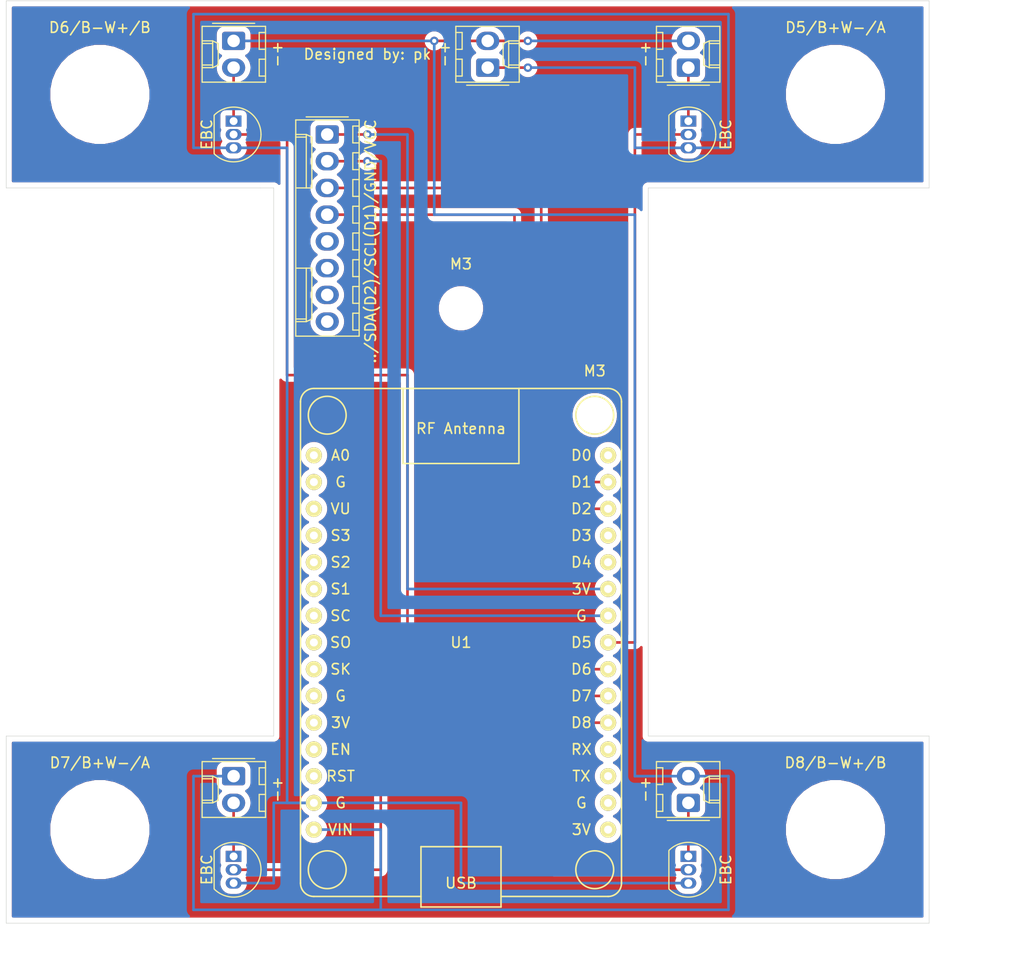
<source format=kicad_pcb>
(kicad_pcb (version 20171130) (host pcbnew 5.1.6-c6e7f7d~87~ubuntu18.04.1)

  (general
    (thickness 1.6)
    (drawings 20)
    (tracks 73)
    (zones 0)
    (modules 17)
    (nets 15)
  )

  (page A4)
  (layers
    (0 F.Cu signal)
    (31 B.Cu signal)
    (32 B.Adhes user)
    (33 F.Adhes user)
    (34 B.Paste user)
    (35 F.Paste user)
    (36 B.SilkS user)
    (37 F.SilkS user)
    (38 B.Mask user)
    (39 F.Mask user)
    (40 Dwgs.User user)
    (41 Cmts.User user)
    (42 Eco1.User user)
    (43 Eco2.User user)
    (44 Edge.Cuts user)
    (45 Margin user)
    (46 B.CrtYd user)
    (47 F.CrtYd user)
    (48 B.Fab user)
    (49 F.Fab user)
  )

  (setup
    (last_trace_width 0.25)
    (trace_clearance 0.2)
    (zone_clearance 0.508)
    (zone_45_only no)
    (trace_min 0.2)
    (via_size 0.8)
    (via_drill 0.4)
    (via_min_size 0.4)
    (via_min_drill 0.3)
    (uvia_size 0.3)
    (uvia_drill 0.1)
    (uvias_allowed no)
    (uvia_min_size 0.2)
    (uvia_min_drill 0.1)
    (edge_width 0.05)
    (segment_width 0.2)
    (pcb_text_width 0.3)
    (pcb_text_size 1.5 1.5)
    (mod_edge_width 0.12)
    (mod_text_size 1 1)
    (mod_text_width 0.15)
    (pad_size 8.4 8.4)
    (pad_drill 7)
    (pad_to_mask_clearance 0.05)
    (aux_axis_origin 0 0)
    (visible_elements FFFFFFFF)
    (pcbplotparams
      (layerselection 0x010fc_ffffffff)
      (usegerberextensions false)
      (usegerberattributes true)
      (usegerberadvancedattributes true)
      (creategerberjobfile true)
      (excludeedgelayer true)
      (linewidth 0.100000)
      (plotframeref false)
      (viasonmask false)
      (mode 1)
      (useauxorigin false)
      (hpglpennumber 1)
      (hpglpenspeed 20)
      (hpglpendiameter 15.000000)
      (psnegative false)
      (psa4output false)
      (plotreference true)
      (plotvalue true)
      (plotinvisibletext false)
      (padsonsilk false)
      (subtractmaskfromsilk false)
      (outputformat 1)
      (mirror false)
      (drillshape 0)
      (scaleselection 1)
      (outputdirectory "/home/priyanka/Desktop/Link to NodeMCU/Drone/nanoDRONE_pcb/nodemcu/gerber/"))
  )

  (net 0 "")
  (net 1 "Net-(J1-Pad1)")
  (net 2 "Net-(J1-Pad2)")
  (net 3 "Net-(M1-Pad2)")
  (net 4 "Net-(M4-Pad1)")
  (net 5 "Net-(Q1-Pad2)")
  (net 6 "Net-(Q2-Pad2)")
  (net 7 "Net-(Q3-Pad2)")
  (net 8 "Net-(Q4-Pad2)")
  (net 9 "Net-(M2-Pad2)")
  (net 10 "Net-(M3-Pad1)")
  (net 11 "Net-(J2-Pad1)")
  (net 12 "Net-(J2-Pad2)")
  (net 13 "Net-(J2-Pad3)")
  (net 14 "Net-(J2-Pad4)")

  (net_class Default "This is the default net class."
    (clearance 0.2)
    (trace_width 0.25)
    (via_dia 0.8)
    (via_drill 0.4)
    (uvia_dia 0.3)
    (uvia_drill 0.1)
    (add_net "Net-(J1-Pad1)")
    (add_net "Net-(J1-Pad2)")
    (add_net "Net-(J2-Pad1)")
    (add_net "Net-(J2-Pad2)")
    (add_net "Net-(J2-Pad3)")
    (add_net "Net-(J2-Pad4)")
    (add_net "Net-(M1-Pad2)")
    (add_net "Net-(M2-Pad2)")
    (add_net "Net-(M3-Pad1)")
    (add_net "Net-(M4-Pad1)")
    (add_net "Net-(Q1-Pad2)")
    (add_net "Net-(Q2-Pad2)")
    (add_net "Net-(Q3-Pad2)")
    (add_net "Net-(Q4-Pad2)")
  )

  (module MountingHole:MountingHole_3.2mm_M3 (layer F.Cu) (tedit 56D1B4CB) (tstamp 5FF15084)
    (at 133.35 105.41)
    (descr "Mounting Hole 3.2mm, no annular, M3")
    (tags "mounting hole 3.2mm no annular m3")
    (attr virtual)
    (fp_text reference M3 (at 0 -4.2) (layer F.SilkS)
      (effects (font (size 1 1) (thickness 0.15)))
    )
    (fp_text value MountingHole_3.2mm_M3 (at 0 4.2) (layer F.Fab)
      (effects (font (size 1 1) (thickness 0.15)))
    )
    (fp_circle (center 0 0) (end 3.2 0) (layer Cmts.User) (width 0.15))
    (fp_circle (center 0 0) (end 3.45 0) (layer F.CrtYd) (width 0.05))
    (fp_text user %R (at 0.3 0) (layer F.Fab)
      (effects (font (size 1 1) (thickness 0.15)))
    )
    (pad 1 np_thru_hole circle (at 0 0) (size 3.2 3.2) (drill 3.2) (layers *.Cu *.Mask))
  )

  (module MountingHole:MountingHole_3.2mm_M3 (layer F.Cu) (tedit 56D1B4CB) (tstamp 5FF14F0F)
    (at 146.05 115.57)
    (descr "Mounting Hole 3.2mm, no annular, M3")
    (tags "mounting hole 3.2mm no annular m3")
    (attr virtual)
    (fp_text reference M3 (at 0 -4.2) (layer F.SilkS)
      (effects (font (size 1 1) (thickness 0.15)))
    )
    (fp_text value MountingHole_3.2mm_M3 (at 0 4.2) (layer F.Fab)
      (effects (font (size 1 1) (thickness 0.15)))
    )
    (fp_circle (center 0 0) (end 3.45 0) (layer F.CrtYd) (width 0.05))
    (fp_circle (center 0 0) (end 3.2 0) (layer Cmts.User) (width 0.15))
    (fp_text user %R (at 0.3 0) (layer F.Fab)
      (effects (font (size 1 1) (thickness 0.15)))
    )
    (pad 1 np_thru_hole circle (at 0 0) (size 3.2 3.2) (drill 3.2) (layers *.Cu *.Mask))
  )

  (module MountingHole:MountingHole_8.4mm_M8 (layer F.Cu) (tedit 56D1B4CB) (tstamp 5FF14DF8)
    (at 168.91 154.94)
    (descr "Mounting Hole 8.4mm, no annular, M8")
    (tags "mounting hole 8.4mm no annular m8")
    (attr virtual)
    (fp_text reference D8/B-W+/B (at 0 -6.35) (layer F.SilkS)
      (effects (font (size 1 1) (thickness 0.15)))
    )
    (fp_text value MountingHole_8.4mm_M8 (at 0 9.4) (layer F.Fab)
      (effects (font (size 1 1) (thickness 0.15)))
    )
    (fp_circle (center 0 0) (end 8.4 0) (layer Cmts.User) (width 0.15))
    (fp_circle (center 0 0) (end 8.65 0) (layer F.CrtYd) (width 0.05))
    (fp_text user %R (at 0.3 0) (layer F.Fab)
      (effects (font (size 1 1) (thickness 0.15)))
    )
    (pad 1 np_thru_hole circle (at 0 0) (size 8.4 8.4) (drill 8.4) (layers *.Cu *.Mask))
  )

  (module MountingHole:MountingHole_8.4mm_M8 (layer F.Cu) (tedit 56D1B4CB) (tstamp 5FF14DEA)
    (at 99.06 154.94)
    (descr "Mounting Hole 8.4mm, no annular, M8")
    (tags "mounting hole 8.4mm no annular m8")
    (attr virtual)
    (fp_text reference D7/B+W-/A (at 0 -6.35) (layer F.SilkS)
      (effects (font (size 1 1) (thickness 0.15)))
    )
    (fp_text value MountingHole_8.4mm_M8 (at 0 9.4) (layer F.Fab)
      (effects (font (size 1 1) (thickness 0.15)))
    )
    (fp_circle (center 0 0) (end 8.65 0) (layer F.CrtYd) (width 0.05))
    (fp_circle (center 0 0) (end 8.4 0) (layer Cmts.User) (width 0.15))
    (fp_text user %R (at 0.3 0) (layer F.Fab)
      (effects (font (size 1 1) (thickness 0.15)))
    )
    (pad 1 np_thru_hole circle (at 0 0) (size 8.4 8.4) (drill 8.4) (layers *.Cu *.Mask))
  )

  (module MountingHole:MountingHole_8.4mm_M8 (layer F.Cu) (tedit 56D1B4CB) (tstamp 5FF14DDC)
    (at 99.06 85.09)
    (descr "Mounting Hole 8.4mm, no annular, M8")
    (tags "mounting hole 8.4mm no annular m8")
    (attr virtual)
    (fp_text reference D6/B-W+/B (at 0 -6.35) (layer F.SilkS)
      (effects (font (size 1 1) (thickness 0.15)))
    )
    (fp_text value MountingHole_8.4mm_M8 (at 0 9.4) (layer F.Fab)
      (effects (font (size 1 1) (thickness 0.15)))
    )
    (fp_circle (center 0 0) (end 8.4 0) (layer Cmts.User) (width 0.15))
    (fp_circle (center 0 0) (end 8.65 0) (layer F.CrtYd) (width 0.05))
    (fp_text user %R (at 0.3 0) (layer F.Fab)
      (effects (font (size 1 1) (thickness 0.15)))
    )
    (pad 1 np_thru_hole circle (at 0 0) (size 8.4 8.4) (drill 8.4) (layers *.Cu *.Mask))
  )

  (module MountingHole:MountingHole_8.4mm_M8 (layer F.Cu) (tedit 56D1B4CB) (tstamp 5FF14DCB)
    (at 168.91 85.09)
    (descr "Mounting Hole 8.4mm, no annular, M8")
    (tags "mounting hole 8.4mm no annular m8")
    (attr virtual)
    (fp_text reference D5/B+W-/A (at 0 -6.35) (layer F.SilkS)
      (effects (font (size 1 1) (thickness 0.15)))
    )
    (fp_text value MountingHole_8.4mm_M8 (at 0 9.4) (layer F.Fab)
      (effects (font (size 1 1) (thickness 0.15)))
    )
    (fp_circle (center 0 0) (end 8.65 0) (layer F.CrtYd) (width 0.05))
    (fp_circle (center 0 0) (end 8.4 0) (layer Cmts.User) (width 0.15))
    (fp_text user %R (at 0.3 0) (layer F.Fab)
      (effects (font (size 1 1) (thickness 0.15)))
    )
    (pad 1 np_thru_hole circle (at 0 0) (size 8.4 8.4) (drill 8.4) (layers *.Cu *.Mask))
  )

  (module "ESP8266:NodeMCU1.0(12-E)" (layer F.Cu) (tedit 5AF3DDCB) (tstamp 5FF0B48B)
    (at 133.35 137.16)
    (path /5FEFFDC0)
    (fp_text reference U1 (at 0 0) (layer F.SilkS)
      (effects (font (size 1 1) (thickness 0.15)))
    )
    (fp_text value "NodeMCU_1.0_(ESP-12E)" (at 0 -5.08) (layer F.Fab)
      (effects (font (size 1 1) (thickness 0.15)))
    )
    (fp_line (start 13.98 24.13) (end 3.81 24.13) (layer F.SilkS) (width 0.15))
    (fp_line (start 5.5 -17) (end -5.5 -17) (layer F.SilkS) (width 0.15))
    (fp_line (start 5.5 -24.13) (end 5.5 -17) (layer F.SilkS) (width 0.15))
    (fp_line (start -5.5 -17) (end -5.5 -24.13) (layer F.SilkS) (width 0.15))
    (fp_line (start -3.8 25.13) (end -3.8 19.4) (layer F.SilkS) (width 0.15))
    (fp_line (start -3.8 19.4) (end 3.8 19.4) (layer F.SilkS) (width 0.15))
    (fp_line (start 3.8 19.4) (end 3.8 25.13) (layer F.SilkS) (width 0.15))
    (fp_line (start 3.8 25.13) (end -3.8 25.13) (layer F.SilkS) (width 0.15))
    (fp_line (start 15.24 -22.86) (end 15.24 22.86) (layer F.SilkS) (width 0.15))
    (fp_line (start -15.24 -22.86) (end -15.24 22.86) (layer F.SilkS) (width 0.15))
    (fp_line (start -3.8 24.13) (end -13.97 24.13) (layer F.SilkS) (width 0.15))
    (fp_circle (center 12.7 21.59) (end 13.97 20.32) (layer F.SilkS) (width 0.15))
    (fp_circle (center -12.7 21.59) (end -11.43 20.32) (layer F.SilkS) (width 0.15))
    (fp_circle (center -12.7 -21.59) (end -11.43 -22.86) (layer F.SilkS) (width 0.15))
    (fp_circle (center 12.7 -21.59) (end 13.97 -22.86) (layer F.SilkS) (width 0.15))
    (fp_line (start 13.97 -24.13) (end -13.97 -24.13) (layer F.SilkS) (width 0.15))
    (fp_text user USB (at 0 22.86) (layer F.SilkS)
      (effects (font (size 1 1) (thickness 0.15)))
    )
    (fp_text user "RF Antenna" (at 0 -20.32) (layer F.SilkS)
      (effects (font (size 1 1) (thickness 0.15)))
    )
    (fp_arc (start -13.97 -22.86) (end -15.24 -22.86) (angle 90) (layer F.SilkS) (width 0.15))
    (fp_arc (start 13.97 -22.86) (end 13.97 -24.13) (angle 90) (layer F.SilkS) (width 0.15))
    (fp_arc (start 13.97 22.86) (end 15.24 22.86) (angle 90) (layer F.SilkS) (width 0.15))
    (fp_arc (start -13.97 22.86) (end -13.97 24.13) (angle 90) (layer F.SilkS) (width 0.15))
    (fp_text user VIN (at -11.43 17.78) (layer F.SilkS)
      (effects (font (size 1 1) (thickness 0.15)))
    )
    (fp_text user G (at -11.43 15.24) (layer F.SilkS)
      (effects (font (size 1 1) (thickness 0.15)))
    )
    (fp_text user RST (at -11.43 12.7) (layer F.SilkS)
      (effects (font (size 1 1) (thickness 0.15)))
    )
    (fp_text user EN (at -11.43 10.16) (layer F.SilkS)
      (effects (font (size 1 1) (thickness 0.15)))
    )
    (fp_text user 3V (at -11.43 7.62) (layer F.SilkS)
      (effects (font (size 1 1) (thickness 0.15)))
    )
    (fp_text user G (at -11.43 5.08) (layer F.SilkS)
      (effects (font (size 1 1) (thickness 0.15)))
    )
    (fp_text user SK (at -11.43 2.54) (layer F.SilkS)
      (effects (font (size 1 1) (thickness 0.15)))
    )
    (fp_text user SO (at -11.43 0) (layer F.SilkS)
      (effects (font (size 1 1) (thickness 0.15)))
    )
    (fp_text user SC (at -11.43 -2.54) (layer F.SilkS)
      (effects (font (size 1 1) (thickness 0.15)))
    )
    (fp_text user S1 (at -11.43 -5.08) (layer F.SilkS)
      (effects (font (size 1 1) (thickness 0.15)))
    )
    (fp_text user S2 (at -11.43 -7.62) (layer F.SilkS)
      (effects (font (size 1 1) (thickness 0.15)))
    )
    (fp_text user S3 (at -11.43 -10.16) (layer F.SilkS)
      (effects (font (size 1 1) (thickness 0.15)))
    )
    (fp_text user VU (at -11.43 -12.7) (layer F.SilkS)
      (effects (font (size 1 1) (thickness 0.15)))
    )
    (fp_text user G (at -11.43 -15.24) (layer F.SilkS)
      (effects (font (size 1 1) (thickness 0.15)))
    )
    (fp_text user A0 (at -11.43 -17.78) (layer F.SilkS)
      (effects (font (size 1 1) (thickness 0.15)))
    )
    (fp_text user 3V (at 11.43 17.78) (layer F.SilkS)
      (effects (font (size 1 1) (thickness 0.15)))
    )
    (fp_text user G (at 11.43 15.24) (layer F.SilkS)
      (effects (font (size 1 1) (thickness 0.15)))
    )
    (fp_text user TX (at 11.43 12.7) (layer F.SilkS)
      (effects (font (size 1 1) (thickness 0.15)))
    )
    (fp_text user RX (at 11.43 10.16) (layer F.SilkS)
      (effects (font (size 1 1) (thickness 0.15)))
    )
    (fp_text user D8 (at 11.43 7.62) (layer F.SilkS)
      (effects (font (size 1 1) (thickness 0.15)))
    )
    (fp_text user D7 (at 11.43 5.08) (layer F.SilkS)
      (effects (font (size 1 1) (thickness 0.15)))
    )
    (fp_text user D6 (at 11.43 2.54) (layer F.SilkS)
      (effects (font (size 1 1) (thickness 0.15)))
    )
    (fp_text user D5 (at 11.43 0) (layer F.SilkS)
      (effects (font (size 1 1) (thickness 0.15)))
    )
    (fp_text user G (at 11.43 -2.54) (layer F.SilkS)
      (effects (font (size 1 1) (thickness 0.15)))
    )
    (fp_text user 3V (at 11.43 -5.08) (layer F.SilkS)
      (effects (font (size 1 1) (thickness 0.15)))
    )
    (fp_text user D4 (at 11.43 -7.62) (layer F.SilkS)
      (effects (font (size 1 1) (thickness 0.15)))
    )
    (fp_text user D3 (at 11.43 -10.16) (layer F.SilkS)
      (effects (font (size 1 1) (thickness 0.15)))
    )
    (fp_text user D2 (at 11.43 -12.7) (layer F.SilkS)
      (effects (font (size 1 1) (thickness 0.15)))
    )
    (fp_text user D1 (at 11.43 -15.24) (layer F.SilkS)
      (effects (font (size 1 1) (thickness 0.15)))
    )
    (fp_text user D0 (at 11.43 -17.78) (layer F.SilkS)
      (effects (font (size 1 1) (thickness 0.15)))
    )
    (pad 1 thru_hole circle (at -13.97 -17.78) (size 1.524 1.524) (drill 0.762) (layers *.Cu *.Mask F.SilkS))
    (pad 2 thru_hole circle (at -13.97 -15.24) (size 1.524 1.524) (drill 0.762) (layers *.Cu *.Mask F.SilkS))
    (pad 3 thru_hole circle (at -13.97 -12.7) (size 1.524 1.524) (drill 0.762) (layers *.Cu *.Mask F.SilkS))
    (pad 4 thru_hole circle (at -13.97 -10.16) (size 1.524 1.524) (drill 0.762) (layers *.Cu *.Mask F.SilkS))
    (pad 5 thru_hole circle (at -13.97 -7.62) (size 1.524 1.524) (drill 0.762) (layers *.Cu *.Mask F.SilkS))
    (pad 6 thru_hole circle (at -13.97 -5.08) (size 1.524 1.524) (drill 0.762) (layers *.Cu *.Mask F.SilkS))
    (pad 7 thru_hole circle (at -13.97 -2.54) (size 1.524 1.524) (drill 0.762) (layers *.Cu *.Mask F.SilkS))
    (pad 8 thru_hole circle (at -13.97 0) (size 1.524 1.524) (drill 0.762) (layers *.Cu *.Mask F.SilkS))
    (pad 9 thru_hole circle (at -13.97 2.54) (size 1.524 1.524) (drill 0.762) (layers *.Cu *.Mask F.SilkS))
    (pad 10 thru_hole circle (at -13.97 5.08) (size 1.524 1.524) (drill 0.762) (layers *.Cu *.Mask F.SilkS))
    (pad 11 thru_hole circle (at -13.97 7.62) (size 1.524 1.524) (drill 0.762) (layers *.Cu *.Mask F.SilkS))
    (pad 12 thru_hole circle (at -13.97 10.16) (size 1.524 1.524) (drill 0.762) (layers *.Cu *.Mask F.SilkS))
    (pad 13 thru_hole circle (at -13.97 12.7) (size 1.524 1.524) (drill 0.762) (layers *.Cu *.Mask F.SilkS))
    (pad 14 thru_hole circle (at -13.97 15.24) (size 1.524 1.524) (drill 0.762) (layers *.Cu *.Mask F.SilkS)
      (net 1 "Net-(J1-Pad1)"))
    (pad 15 thru_hole circle (at -13.97 17.78) (size 1.524 1.524) (drill 0.762) (layers *.Cu *.Mask F.SilkS)
      (net 2 "Net-(J1-Pad2)"))
    (pad 16 thru_hole circle (at 13.97 17.78) (size 1.524 1.524) (drill 0.762) (layers *.Cu *.Mask F.SilkS))
    (pad 17 thru_hole circle (at 13.97 15.24) (size 1.524 1.524) (drill 0.762) (layers *.Cu *.Mask F.SilkS))
    (pad 18 thru_hole circle (at 13.97 12.7) (size 1.524 1.524) (drill 0.762) (layers *.Cu *.Mask F.SilkS))
    (pad 19 thru_hole circle (at 13.97 10.16) (size 1.524 1.524) (drill 0.762) (layers *.Cu *.Mask F.SilkS))
    (pad 20 thru_hole circle (at 13.97 7.62) (size 1.524 1.524) (drill 0.762) (layers *.Cu *.Mask F.SilkS)
      (net 7 "Net-(Q3-Pad2)"))
    (pad 21 thru_hole circle (at 13.97 5.08) (size 1.524 1.524) (drill 0.762) (layers *.Cu *.Mask F.SilkS)
      (net 6 "Net-(Q2-Pad2)"))
    (pad 22 thru_hole circle (at 13.97 2.54) (size 1.524 1.524) (drill 0.762) (layers *.Cu *.Mask F.SilkS)
      (net 5 "Net-(Q1-Pad2)"))
    (pad 23 thru_hole circle (at 13.97 0) (size 1.524 1.524) (drill 0.762) (layers *.Cu *.Mask F.SilkS)
      (net 8 "Net-(Q4-Pad2)"))
    (pad 24 thru_hole circle (at 13.97 -2.54) (size 1.524 1.524) (drill 0.762) (layers *.Cu *.Mask F.SilkS)
      (net 12 "Net-(J2-Pad2)"))
    (pad 25 thru_hole circle (at 13.97 -5.08) (size 1.524 1.524) (drill 0.762) (layers *.Cu *.Mask F.SilkS)
      (net 11 "Net-(J2-Pad1)"))
    (pad 26 thru_hole circle (at 13.97 -7.62) (size 1.524 1.524) (drill 0.762) (layers *.Cu *.Mask F.SilkS))
    (pad 27 thru_hole circle (at 13.97 -10.16) (size 1.524 1.524) (drill 0.762) (layers *.Cu *.Mask F.SilkS))
    (pad 28 thru_hole circle (at 13.97 -12.7) (size 1.524 1.524) (drill 0.762) (layers *.Cu *.Mask F.SilkS)
      (net 14 "Net-(J2-Pad4)"))
    (pad 29 thru_hole circle (at 13.97 -15.24) (size 1.524 1.524) (drill 0.762) (layers *.Cu *.Mask F.SilkS)
      (net 13 "Net-(J2-Pad3)"))
    (pad 30 thru_hole circle (at 13.97 -17.78) (size 1.524 1.524) (drill 0.762) (layers *.Cu *.Mask F.SilkS))
  )

  (module Package_TO_SOT_THT:TO-92_Inline (layer F.Cu) (tedit 5A1DD157) (tstamp 5FF14E97)
    (at 154.94 157.48 270)
    (descr "TO-92 leads in-line, narrow, oval pads, drill 0.75mm (see NXP sot054_po.pdf)")
    (tags "to-92 sc-43 sc-43a sot54 PA33 transistor")
    (path /5FF053BB)
    (fp_text reference EBC (at 1.27 -3.56 90) (layer F.SilkS)
      (effects (font (size 1 1) (thickness 0.15)))
    )
    (fp_text value BC547 (at 1.27 2.79 90) (layer F.Fab)
      (effects (font (size 1 1) (thickness 0.15)))
    )
    (fp_line (start -0.53 1.85) (end 3.07 1.85) (layer F.SilkS) (width 0.12))
    (fp_line (start -0.5 1.75) (end 3 1.75) (layer F.Fab) (width 0.1))
    (fp_line (start -1.46 -2.73) (end 4 -2.73) (layer F.CrtYd) (width 0.05))
    (fp_line (start -1.46 -2.73) (end -1.46 2.01) (layer F.CrtYd) (width 0.05))
    (fp_line (start 4 2.01) (end 4 -2.73) (layer F.CrtYd) (width 0.05))
    (fp_line (start 4 2.01) (end -1.46 2.01) (layer F.CrtYd) (width 0.05))
    (fp_text user %R (at 1.27 0) (layer F.Fab)
      (effects (font (size 1 1) (thickness 0.15)))
    )
    (fp_arc (start 1.27 0) (end 1.27 -2.48) (angle 135) (layer F.Fab) (width 0.1))
    (fp_arc (start 1.27 0) (end 1.27 -2.6) (angle -135) (layer F.SilkS) (width 0.12))
    (fp_arc (start 1.27 0) (end 1.27 -2.48) (angle -135) (layer F.Fab) (width 0.1))
    (fp_arc (start 1.27 0) (end 1.27 -2.6) (angle 135) (layer F.SilkS) (width 0.12))
    (pad 2 thru_hole oval (at 1.27 0 270) (size 1.05 1.5) (drill 0.75) (layers *.Cu *.Mask)
      (net 7 "Net-(Q3-Pad2)"))
    (pad 3 thru_hole oval (at 2.54 0 270) (size 1.05 1.5) (drill 0.75) (layers *.Cu *.Mask)
      (net 1 "Net-(J1-Pad1)"))
    (pad 1 thru_hole rect (at 0 0 270) (size 1.05 1.5) (drill 0.75) (layers *.Cu *.Mask)
      (net 10 "Net-(M3-Pad1)"))
    (model ${KISYS3DMOD}/Package_TO_SOT_THT.3dshapes/TO-92_Inline.wrl
      (at (xyz 0 0 0))
      (scale (xyz 1 1 1))
      (rotate (xyz 0 0 0))
    )
  )

  (module Connector_Molex:Molex_KK-254_AE-6410-02A_1x02_P2.54mm_Vertical (layer F.Cu) (tedit 5EA53D3B) (tstamp 5FF04ECE)
    (at 111.76 149.86 270)
    (descr "Molex KK-254 Interconnect System, old/engineering part number: AE-6410-02A example for new part number: 22-27-2021, 2 Pins (http://www.molex.com/pdm_docs/sd/022272021_sd.pdf), generated with kicad-footprint-generator")
    (tags "connector Molex KK-254 vertical")
    (path /5FF0FB61)
    (fp_text reference -+ (at 1.27 -4.12 90) (layer F.SilkS)
      (effects (font (size 1 1) (thickness 0.15)))
    )
    (fp_text value Motor_DC (at 1.27 4.08 90) (layer F.Fab)
      (effects (font (size 1 1) (thickness 0.15)))
    )
    (fp_line (start 4.31 -3.42) (end -1.77 -3.42) (layer F.CrtYd) (width 0.05))
    (fp_line (start 4.31 3.38) (end 4.31 -3.42) (layer F.CrtYd) (width 0.05))
    (fp_line (start -1.77 3.38) (end 4.31 3.38) (layer F.CrtYd) (width 0.05))
    (fp_line (start -1.77 -3.42) (end -1.77 3.38) (layer F.CrtYd) (width 0.05))
    (fp_line (start 3.34 -2.43) (end 3.34 -3.03) (layer F.SilkS) (width 0.12))
    (fp_line (start 1.74 -2.43) (end 3.34 -2.43) (layer F.SilkS) (width 0.12))
    (fp_line (start 1.74 -3.03) (end 1.74 -2.43) (layer F.SilkS) (width 0.12))
    (fp_line (start 0.8 -2.43) (end 0.8 -3.03) (layer F.SilkS) (width 0.12))
    (fp_line (start -0.8 -2.43) (end 0.8 -2.43) (layer F.SilkS) (width 0.12))
    (fp_line (start -0.8 -3.03) (end -0.8 -2.43) (layer F.SilkS) (width 0.12))
    (fp_line (start 2.29 2.99) (end 2.29 1.99) (layer F.SilkS) (width 0.12))
    (fp_line (start 0.25 2.99) (end 0.25 1.99) (layer F.SilkS) (width 0.12))
    (fp_line (start 2.29 1.46) (end 2.54 1.99) (layer F.SilkS) (width 0.12))
    (fp_line (start 0.25 1.46) (end 2.29 1.46) (layer F.SilkS) (width 0.12))
    (fp_line (start 0 1.99) (end 0.25 1.46) (layer F.SilkS) (width 0.12))
    (fp_line (start 2.54 1.99) (end 2.54 2.99) (layer F.SilkS) (width 0.12))
    (fp_line (start 0 1.99) (end 2.54 1.99) (layer F.SilkS) (width 0.12))
    (fp_line (start 0 2.99) (end 0 1.99) (layer F.SilkS) (width 0.12))
    (fp_line (start -0.562893 0) (end -1.27 0.5) (layer F.Fab) (width 0.1))
    (fp_line (start -1.27 -0.5) (end -0.562893 0) (layer F.Fab) (width 0.1))
    (fp_line (start -1.67 -2) (end -1.67 2) (layer F.SilkS) (width 0.12))
    (fp_line (start 3.92 -3.03) (end -1.38 -3.03) (layer F.SilkS) (width 0.12))
    (fp_line (start 3.92 2.99) (end 3.92 -3.03) (layer F.SilkS) (width 0.12))
    (fp_line (start -1.38 2.99) (end 3.92 2.99) (layer F.SilkS) (width 0.12))
    (fp_line (start -1.38 -3.03) (end -1.38 2.99) (layer F.SilkS) (width 0.12))
    (fp_line (start 3.81 -2.92) (end -1.27 -2.92) (layer F.Fab) (width 0.1))
    (fp_line (start 3.81 2.88) (end 3.81 -2.92) (layer F.Fab) (width 0.1))
    (fp_line (start -1.27 2.88) (end 3.81 2.88) (layer F.Fab) (width 0.1))
    (fp_line (start -1.27 -2.92) (end -1.27 2.88) (layer F.Fab) (width 0.1))
    (fp_text user %R (at 1.27 -2.22 90) (layer F.Fab)
      (effects (font (size 1 1) (thickness 0.15)))
    )
    (pad 2 thru_hole oval (at 2.54 0 270) (size 1.74 2.19) (drill 1.19) (layers *.Cu *.Mask)
      (net 9 "Net-(M2-Pad2)"))
    (pad 1 thru_hole roundrect (at 0 0 270) (size 1.74 2.19) (drill 1.19) (layers *.Cu *.Mask) (roundrect_rratio 0.143678)
      (net 2 "Net-(J1-Pad2)"))
    (model ${KISYS3DMOD}/Connector_Molex.3dshapes/Molex_KK-254_AE-6410-02A_1x02_P2.54mm_Vertical.wrl
      (at (xyz 0 0 0))
      (scale (xyz 1 1 1))
      (rotate (xyz 0 0 0))
    )
  )

  (module Connector_Molex:Molex_KK-254_AE-6410-02A_1x02_P2.54mm_Vertical (layer F.Cu) (tedit 5EA53D3B) (tstamp 5FF0C192)
    (at 154.94 152.4 90)
    (descr "Molex KK-254 Interconnect System, old/engineering part number: AE-6410-02A example for new part number: 22-27-2021, 2 Pins (http://www.molex.com/pdm_docs/sd/022272021_sd.pdf), generated with kicad-footprint-generator")
    (tags "connector Molex KK-254 vertical")
    (path /5FF0F6E6)
    (fp_text reference -+ (at 1.27 -4.12 90) (layer F.SilkS)
      (effects (font (size 1 1) (thickness 0.15)))
    )
    (fp_text value Motor_DC (at 1.27 4.08 90) (layer F.Fab)
      (effects (font (size 1 1) (thickness 0.15)))
    )
    (fp_line (start 4.31 -3.42) (end -1.77 -3.42) (layer F.CrtYd) (width 0.05))
    (fp_line (start 4.31 3.38) (end 4.31 -3.42) (layer F.CrtYd) (width 0.05))
    (fp_line (start -1.77 3.38) (end 4.31 3.38) (layer F.CrtYd) (width 0.05))
    (fp_line (start -1.77 -3.42) (end -1.77 3.38) (layer F.CrtYd) (width 0.05))
    (fp_line (start 3.34 -2.43) (end 3.34 -3.03) (layer F.SilkS) (width 0.12))
    (fp_line (start 1.74 -2.43) (end 3.34 -2.43) (layer F.SilkS) (width 0.12))
    (fp_line (start 1.74 -3.03) (end 1.74 -2.43) (layer F.SilkS) (width 0.12))
    (fp_line (start 0.8 -2.43) (end 0.8 -3.03) (layer F.SilkS) (width 0.12))
    (fp_line (start -0.8 -2.43) (end 0.8 -2.43) (layer F.SilkS) (width 0.12))
    (fp_line (start -0.8 -3.03) (end -0.8 -2.43) (layer F.SilkS) (width 0.12))
    (fp_line (start 2.29 2.99) (end 2.29 1.99) (layer F.SilkS) (width 0.12))
    (fp_line (start 0.25 2.99) (end 0.25 1.99) (layer F.SilkS) (width 0.12))
    (fp_line (start 2.29 1.46) (end 2.54 1.99) (layer F.SilkS) (width 0.12))
    (fp_line (start 0.25 1.46) (end 2.29 1.46) (layer F.SilkS) (width 0.12))
    (fp_line (start 0 1.99) (end 0.25 1.46) (layer F.SilkS) (width 0.12))
    (fp_line (start 2.54 1.99) (end 2.54 2.99) (layer F.SilkS) (width 0.12))
    (fp_line (start 0 1.99) (end 2.54 1.99) (layer F.SilkS) (width 0.12))
    (fp_line (start 0 2.99) (end 0 1.99) (layer F.SilkS) (width 0.12))
    (fp_line (start -0.562893 0) (end -1.27 0.5) (layer F.Fab) (width 0.1))
    (fp_line (start -1.27 -0.5) (end -0.562893 0) (layer F.Fab) (width 0.1))
    (fp_line (start -1.67 -2) (end -1.67 2) (layer F.SilkS) (width 0.12))
    (fp_line (start 3.92 -3.03) (end -1.38 -3.03) (layer F.SilkS) (width 0.12))
    (fp_line (start 3.92 2.99) (end 3.92 -3.03) (layer F.SilkS) (width 0.12))
    (fp_line (start -1.38 2.99) (end 3.92 2.99) (layer F.SilkS) (width 0.12))
    (fp_line (start -1.38 -3.03) (end -1.38 2.99) (layer F.SilkS) (width 0.12))
    (fp_line (start 3.81 -2.92) (end -1.27 -2.92) (layer F.Fab) (width 0.1))
    (fp_line (start 3.81 2.88) (end 3.81 -2.92) (layer F.Fab) (width 0.1))
    (fp_line (start -1.27 2.88) (end 3.81 2.88) (layer F.Fab) (width 0.1))
    (fp_line (start -1.27 -2.92) (end -1.27 2.88) (layer F.Fab) (width 0.1))
    (fp_text user %R (at 1.27 -2.22 90) (layer F.Fab)
      (effects (font (size 1 1) (thickness 0.15)))
    )
    (pad 2 thru_hole oval (at 2.54 0 90) (size 1.74 2.19) (drill 1.19) (layers *.Cu *.Mask)
      (net 2 "Net-(J1-Pad2)"))
    (pad 1 thru_hole roundrect (at 0 0 90) (size 1.74 2.19) (drill 1.19) (layers *.Cu *.Mask) (roundrect_rratio 0.143678)
      (net 10 "Net-(M3-Pad1)"))
    (model ${KISYS3DMOD}/Connector_Molex.3dshapes/Molex_KK-254_AE-6410-02A_1x02_P2.54mm_Vertical.wrl
      (at (xyz 0 0 0))
      (scale (xyz 1 1 1))
      (rotate (xyz 0 0 0))
    )
  )

  (module Package_TO_SOT_THT:TO-92_Inline (layer F.Cu) (tedit 5A1DD157) (tstamp 5FF04D8E)
    (at 111.76 157.48 270)
    (descr "TO-92 leads in-line, narrow, oval pads, drill 0.75mm (see NXP sot054_po.pdf)")
    (tags "to-92 sc-43 sc-43a sot54 PA33 transistor")
    (path /5FF057A2)
    (fp_text reference EBC (at 1.27 2.54 90) (layer F.SilkS)
      (effects (font (size 1 1) (thickness 0.15)))
    )
    (fp_text value BC547 (at 1.27 2.79 90) (layer F.Fab)
      (effects (font (size 1 1) (thickness 0.15)))
    )
    (fp_line (start -0.53 1.85) (end 3.07 1.85) (layer F.SilkS) (width 0.12))
    (fp_line (start -0.5 1.75) (end 3 1.75) (layer F.Fab) (width 0.1))
    (fp_line (start -1.46 -2.73) (end 4 -2.73) (layer F.CrtYd) (width 0.05))
    (fp_line (start -1.46 -2.73) (end -1.46 2.01) (layer F.CrtYd) (width 0.05))
    (fp_line (start 4 2.01) (end 4 -2.73) (layer F.CrtYd) (width 0.05))
    (fp_line (start 4 2.01) (end -1.46 2.01) (layer F.CrtYd) (width 0.05))
    (fp_text user %R (at 1.27 0 90) (layer F.Fab)
      (effects (font (size 1 1) (thickness 0.15)))
    )
    (fp_arc (start 1.27 0) (end 1.27 -2.48) (angle 135) (layer F.Fab) (width 0.1))
    (fp_arc (start 1.27 0) (end 1.27 -2.6) (angle -135) (layer F.SilkS) (width 0.12))
    (fp_arc (start 1.27 0) (end 1.27 -2.48) (angle -135) (layer F.Fab) (width 0.1))
    (fp_arc (start 1.27 0) (end 1.27 -2.6) (angle 135) (layer F.SilkS) (width 0.12))
    (pad 2 thru_hole oval (at 1.27 0 270) (size 1.05 1.5) (drill 0.75) (layers *.Cu *.Mask)
      (net 6 "Net-(Q2-Pad2)"))
    (pad 3 thru_hole oval (at 2.54 0 270) (size 1.05 1.5) (drill 0.75) (layers *.Cu *.Mask)
      (net 1 "Net-(J1-Pad1)"))
    (pad 1 thru_hole rect (at 0 0 270) (size 1.05 1.5) (drill 0.75) (layers *.Cu *.Mask)
      (net 9 "Net-(M2-Pad2)"))
    (model ${KISYS3DMOD}/Package_TO_SOT_THT.3dshapes/TO-92_Inline.wrl
      (at (xyz 0 0 0))
      (scale (xyz 1 1 1))
      (rotate (xyz 0 0 0))
    )
  )

  (module Connector_Molex:Molex_KK-254_AE-6410-02A_1x02_P2.54mm_Vertical (layer F.Cu) (tedit 5EA53D3B) (tstamp 5FF0BD05)
    (at 135.89 82.55 90)
    (descr "Molex KK-254 Interconnect System, old/engineering part number: AE-6410-02A example for new part number: 22-27-2021, 2 Pins (http://www.molex.com/pdm_docs/sd/022272021_sd.pdf), generated with kicad-footprint-generator")
    (tags "connector Molex KK-254 vertical")
    (path /5FF03972)
    (fp_text reference -+ (at 1.27 -4.12 90) (layer F.SilkS)
      (effects (font (size 1 1) (thickness 0.15)))
    )
    (fp_text value 3.7V (at 1.27 4.08 90) (layer F.Fab)
      (effects (font (size 1 1) (thickness 0.15)))
    )
    (fp_line (start -1.27 -2.92) (end -1.27 2.88) (layer F.Fab) (width 0.1))
    (fp_line (start -1.27 2.88) (end 3.81 2.88) (layer F.Fab) (width 0.1))
    (fp_line (start 3.81 2.88) (end 3.81 -2.92) (layer F.Fab) (width 0.1))
    (fp_line (start 3.81 -2.92) (end -1.27 -2.92) (layer F.Fab) (width 0.1))
    (fp_line (start -1.38 -3.03) (end -1.38 2.99) (layer F.SilkS) (width 0.12))
    (fp_line (start -1.38 2.99) (end 3.92 2.99) (layer F.SilkS) (width 0.12))
    (fp_line (start 3.92 2.99) (end 3.92 -3.03) (layer F.SilkS) (width 0.12))
    (fp_line (start 3.92 -3.03) (end -1.38 -3.03) (layer F.SilkS) (width 0.12))
    (fp_line (start -1.67 -2) (end -1.67 2) (layer F.SilkS) (width 0.12))
    (fp_line (start -1.27 -0.5) (end -0.562893 0) (layer F.Fab) (width 0.1))
    (fp_line (start -0.562893 0) (end -1.27 0.5) (layer F.Fab) (width 0.1))
    (fp_line (start 0 2.99) (end 0 1.99) (layer F.SilkS) (width 0.12))
    (fp_line (start 0 1.99) (end 2.54 1.99) (layer F.SilkS) (width 0.12))
    (fp_line (start 2.54 1.99) (end 2.54 2.99) (layer F.SilkS) (width 0.12))
    (fp_line (start 0 1.99) (end 0.25 1.46) (layer F.SilkS) (width 0.12))
    (fp_line (start 0.25 1.46) (end 2.29 1.46) (layer F.SilkS) (width 0.12))
    (fp_line (start 2.29 1.46) (end 2.54 1.99) (layer F.SilkS) (width 0.12))
    (fp_line (start 0.25 2.99) (end 0.25 1.99) (layer F.SilkS) (width 0.12))
    (fp_line (start 2.29 2.99) (end 2.29 1.99) (layer F.SilkS) (width 0.12))
    (fp_line (start -0.8 -3.03) (end -0.8 -2.43) (layer F.SilkS) (width 0.12))
    (fp_line (start -0.8 -2.43) (end 0.8 -2.43) (layer F.SilkS) (width 0.12))
    (fp_line (start 0.8 -2.43) (end 0.8 -3.03) (layer F.SilkS) (width 0.12))
    (fp_line (start 1.74 -3.03) (end 1.74 -2.43) (layer F.SilkS) (width 0.12))
    (fp_line (start 1.74 -2.43) (end 3.34 -2.43) (layer F.SilkS) (width 0.12))
    (fp_line (start 3.34 -2.43) (end 3.34 -3.03) (layer F.SilkS) (width 0.12))
    (fp_line (start -1.77 -3.42) (end -1.77 3.38) (layer F.CrtYd) (width 0.05))
    (fp_line (start -1.77 3.38) (end 4.31 3.38) (layer F.CrtYd) (width 0.05))
    (fp_line (start 4.31 3.38) (end 4.31 -3.42) (layer F.CrtYd) (width 0.05))
    (fp_line (start 4.31 -3.42) (end -1.77 -3.42) (layer F.CrtYd) (width 0.05))
    (fp_text user %R (at 1.27 -2.22 90) (layer F.Fab)
      (effects (font (size 1 1) (thickness 0.15)))
    )
    (pad 1 thru_hole roundrect (at 0 0 90) (size 1.74 2.19) (drill 1.19) (layers *.Cu *.Mask) (roundrect_rratio 0.143678)
      (net 1 "Net-(J1-Pad1)"))
    (pad 2 thru_hole oval (at 2.54 0 90) (size 1.74 2.19) (drill 1.19) (layers *.Cu *.Mask)
      (net 2 "Net-(J1-Pad2)"))
    (model ${KISYS3DMOD}/Connector_Molex.3dshapes/Molex_KK-254_AE-6410-02A_1x02_P2.54mm_Vertical.wrl
      (at (xyz 0 0 0))
      (scale (xyz 1 1 1))
      (rotate (xyz 0 0 0))
    )
  )

  (module Connector_Molex:Molex_KK-254_AE-6410-02A_1x02_P2.54mm_Vertical (layer F.Cu) (tedit 5EA53D3B) (tstamp 5FF0C620)
    (at 111.76 80.01 270)
    (descr "Molex KK-254 Interconnect System, old/engineering part number: AE-6410-02A example for new part number: 22-27-2021, 2 Pins (http://www.molex.com/pdm_docs/sd/022272021_sd.pdf), generated with kicad-footprint-generator")
    (tags "connector Molex KK-254 vertical")
    (path /5FF0CC78)
    (fp_text reference -+ (at 1.27 -4.12 90) (layer F.SilkS)
      (effects (font (size 1 1) (thickness 0.15)))
    )
    (fp_text value Motor_DC (at 1.27 4.08 90) (layer F.Fab)
      (effects (font (size 1 1) (thickness 0.15)))
    )
    (fp_line (start -1.27 -2.92) (end -1.27 2.88) (layer F.Fab) (width 0.1))
    (fp_line (start -1.27 2.88) (end 3.81 2.88) (layer F.Fab) (width 0.1))
    (fp_line (start 3.81 2.88) (end 3.81 -2.92) (layer F.Fab) (width 0.1))
    (fp_line (start 3.81 -2.92) (end -1.27 -2.92) (layer F.Fab) (width 0.1))
    (fp_line (start -1.38 -3.03) (end -1.38 2.99) (layer F.SilkS) (width 0.12))
    (fp_line (start -1.38 2.99) (end 3.92 2.99) (layer F.SilkS) (width 0.12))
    (fp_line (start 3.92 2.99) (end 3.92 -3.03) (layer F.SilkS) (width 0.12))
    (fp_line (start 3.92 -3.03) (end -1.38 -3.03) (layer F.SilkS) (width 0.12))
    (fp_line (start -1.67 -2) (end -1.67 2) (layer F.SilkS) (width 0.12))
    (fp_line (start -1.27 -0.5) (end -0.562893 0) (layer F.Fab) (width 0.1))
    (fp_line (start -0.562893 0) (end -1.27 0.5) (layer F.Fab) (width 0.1))
    (fp_line (start 0 2.99) (end 0 1.99) (layer F.SilkS) (width 0.12))
    (fp_line (start 0 1.99) (end 2.54 1.99) (layer F.SilkS) (width 0.12))
    (fp_line (start 2.54 1.99) (end 2.54 2.99) (layer F.SilkS) (width 0.12))
    (fp_line (start 0 1.99) (end 0.25 1.46) (layer F.SilkS) (width 0.12))
    (fp_line (start 0.25 1.46) (end 2.29 1.46) (layer F.SilkS) (width 0.12))
    (fp_line (start 2.29 1.46) (end 2.54 1.99) (layer F.SilkS) (width 0.12))
    (fp_line (start 0.25 2.99) (end 0.25 1.99) (layer F.SilkS) (width 0.12))
    (fp_line (start 2.29 2.99) (end 2.29 1.99) (layer F.SilkS) (width 0.12))
    (fp_line (start -0.8 -3.03) (end -0.8 -2.43) (layer F.SilkS) (width 0.12))
    (fp_line (start -0.8 -2.43) (end 0.8 -2.43) (layer F.SilkS) (width 0.12))
    (fp_line (start 0.8 -2.43) (end 0.8 -3.03) (layer F.SilkS) (width 0.12))
    (fp_line (start 1.74 -3.03) (end 1.74 -2.43) (layer F.SilkS) (width 0.12))
    (fp_line (start 1.74 -2.43) (end 3.34 -2.43) (layer F.SilkS) (width 0.12))
    (fp_line (start 3.34 -2.43) (end 3.34 -3.03) (layer F.SilkS) (width 0.12))
    (fp_line (start -1.77 -3.42) (end -1.77 3.38) (layer F.CrtYd) (width 0.05))
    (fp_line (start -1.77 3.38) (end 4.31 3.38) (layer F.CrtYd) (width 0.05))
    (fp_line (start 4.31 3.38) (end 4.31 -3.42) (layer F.CrtYd) (width 0.05))
    (fp_line (start 4.31 -3.42) (end -1.77 -3.42) (layer F.CrtYd) (width 0.05))
    (fp_text user %R (at 1.27 -2.22 90) (layer F.Fab)
      (effects (font (size 1 1) (thickness 0.15)))
    )
    (pad 1 thru_hole roundrect (at 0 0 270) (size 1.74 2.19) (drill 1.19) (layers *.Cu *.Mask) (roundrect_rratio 0.143678)
      (net 2 "Net-(J1-Pad2)"))
    (pad 2 thru_hole oval (at 2.54 0 270) (size 1.74 2.19) (drill 1.19) (layers *.Cu *.Mask)
      (net 3 "Net-(M1-Pad2)"))
    (model ${KISYS3DMOD}/Connector_Molex.3dshapes/Molex_KK-254_AE-6410-02A_1x02_P2.54mm_Vertical.wrl
      (at (xyz 0 0 0))
      (scale (xyz 1 1 1))
      (rotate (xyz 0 0 0))
    )
  )

  (module Connector_Molex:Molex_KK-254_AE-6410-02A_1x02_P2.54mm_Vertical (layer F.Cu) (tedit 5EA53D3B) (tstamp 5FF0B387)
    (at 154.94 82.55 90)
    (descr "Molex KK-254 Interconnect System, old/engineering part number: AE-6410-02A example for new part number: 22-27-2021, 2 Pins (http://www.molex.com/pdm_docs/sd/022272021_sd.pdf), generated with kicad-footprint-generator")
    (tags "connector Molex KK-254 vertical")
    (path /5FF0EEFF)
    (fp_text reference -+ (at 1.27 -4.12 90) (layer F.SilkS)
      (effects (font (size 1 1) (thickness 0.15)))
    )
    (fp_text value Motor_DC (at 1.27 4.08 90) (layer F.Fab)
      (effects (font (size 1 1) (thickness 0.15)))
    )
    (fp_line (start -1.27 -2.92) (end -1.27 2.88) (layer F.Fab) (width 0.1))
    (fp_line (start -1.27 2.88) (end 3.81 2.88) (layer F.Fab) (width 0.1))
    (fp_line (start 3.81 2.88) (end 3.81 -2.92) (layer F.Fab) (width 0.1))
    (fp_line (start 3.81 -2.92) (end -1.27 -2.92) (layer F.Fab) (width 0.1))
    (fp_line (start -1.38 -3.03) (end -1.38 2.99) (layer F.SilkS) (width 0.12))
    (fp_line (start -1.38 2.99) (end 3.92 2.99) (layer F.SilkS) (width 0.12))
    (fp_line (start 3.92 2.99) (end 3.92 -3.03) (layer F.SilkS) (width 0.12))
    (fp_line (start 3.92 -3.03) (end -1.38 -3.03) (layer F.SilkS) (width 0.12))
    (fp_line (start -1.67 -2) (end -1.67 2) (layer F.SilkS) (width 0.12))
    (fp_line (start -1.27 -0.5) (end -0.562893 0) (layer F.Fab) (width 0.1))
    (fp_line (start -0.562893 0) (end -1.27 0.5) (layer F.Fab) (width 0.1))
    (fp_line (start 0 2.99) (end 0 1.99) (layer F.SilkS) (width 0.12))
    (fp_line (start 0 1.99) (end 2.54 1.99) (layer F.SilkS) (width 0.12))
    (fp_line (start 2.54 1.99) (end 2.54 2.99) (layer F.SilkS) (width 0.12))
    (fp_line (start 0 1.99) (end 0.25 1.46) (layer F.SilkS) (width 0.12))
    (fp_line (start 0.25 1.46) (end 2.29 1.46) (layer F.SilkS) (width 0.12))
    (fp_line (start 2.29 1.46) (end 2.54 1.99) (layer F.SilkS) (width 0.12))
    (fp_line (start 0.25 2.99) (end 0.25 1.99) (layer F.SilkS) (width 0.12))
    (fp_line (start 2.29 2.99) (end 2.29 1.99) (layer F.SilkS) (width 0.12))
    (fp_line (start -0.8 -3.03) (end -0.8 -2.43) (layer F.SilkS) (width 0.12))
    (fp_line (start -0.8 -2.43) (end 0.8 -2.43) (layer F.SilkS) (width 0.12))
    (fp_line (start 0.8 -2.43) (end 0.8 -3.03) (layer F.SilkS) (width 0.12))
    (fp_line (start 1.74 -3.03) (end 1.74 -2.43) (layer F.SilkS) (width 0.12))
    (fp_line (start 1.74 -2.43) (end 3.34 -2.43) (layer F.SilkS) (width 0.12))
    (fp_line (start 3.34 -2.43) (end 3.34 -3.03) (layer F.SilkS) (width 0.12))
    (fp_line (start -1.77 -3.42) (end -1.77 3.38) (layer F.CrtYd) (width 0.05))
    (fp_line (start -1.77 3.38) (end 4.31 3.38) (layer F.CrtYd) (width 0.05))
    (fp_line (start 4.31 3.38) (end 4.31 -3.42) (layer F.CrtYd) (width 0.05))
    (fp_line (start 4.31 -3.42) (end -1.77 -3.42) (layer F.CrtYd) (width 0.05))
    (fp_text user %R (at 1.27 -2.22 90) (layer F.Fab)
      (effects (font (size 1 1) (thickness 0.15)))
    )
    (pad 1 thru_hole roundrect (at 0 0 90) (size 1.74 2.19) (drill 1.19) (layers *.Cu *.Mask) (roundrect_rratio 0.143678)
      (net 4 "Net-(M4-Pad1)"))
    (pad 2 thru_hole oval (at 2.54 0 90) (size 1.74 2.19) (drill 1.19) (layers *.Cu *.Mask)
      (net 2 "Net-(J1-Pad2)"))
    (model ${KISYS3DMOD}/Connector_Molex.3dshapes/Molex_KK-254_AE-6410-02A_1x02_P2.54mm_Vertical.wrl
      (at (xyz 0 0 0))
      (scale (xyz 1 1 1))
      (rotate (xyz 0 0 0))
    )
  )

  (module Package_TO_SOT_THT:TO-92_Inline (layer F.Cu) (tedit 5A1DD157) (tstamp 5FF0D3D5)
    (at 111.76 87.63 270)
    (descr "TO-92 leads in-line, narrow, oval pads, drill 0.75mm (see NXP sot054_po.pdf)")
    (tags "to-92 sc-43 sc-43a sot54 PA33 transistor")
    (path /5FF045FE)
    (fp_text reference EBC (at 1.27 2.54 90) (layer F.SilkS)
      (effects (font (size 1 1) (thickness 0.15)))
    )
    (fp_text value BC547 (at 1.27 2.79 90) (layer F.Fab)
      (effects (font (size 1 1) (thickness 0.15)))
    )
    (fp_line (start 4 2.01) (end -1.46 2.01) (layer F.CrtYd) (width 0.05))
    (fp_line (start 4 2.01) (end 4 -2.73) (layer F.CrtYd) (width 0.05))
    (fp_line (start -1.46 -2.73) (end -1.46 2.01) (layer F.CrtYd) (width 0.05))
    (fp_line (start -1.46 -2.73) (end 4 -2.73) (layer F.CrtYd) (width 0.05))
    (fp_line (start -0.5 1.75) (end 3 1.75) (layer F.Fab) (width 0.1))
    (fp_line (start -0.53 1.85) (end 3.07 1.85) (layer F.SilkS) (width 0.12))
    (fp_arc (start 1.27 0) (end 1.27 -2.6) (angle 135) (layer F.SilkS) (width 0.12))
    (fp_arc (start 1.27 0) (end 1.27 -2.48) (angle -135) (layer F.Fab) (width 0.1))
    (fp_arc (start 1.27 0) (end 1.27 -2.6) (angle -135) (layer F.SilkS) (width 0.12))
    (fp_arc (start 1.27 0) (end 1.27 -2.48) (angle 135) (layer F.Fab) (width 0.1))
    (fp_text user %R (at 1.27 0 90) (layer F.Fab)
      (effects (font (size 1 1) (thickness 0.15)))
    )
    (pad 1 thru_hole rect (at 0 0 270) (size 1.05 1.5) (drill 0.75) (layers *.Cu *.Mask)
      (net 3 "Net-(M1-Pad2)"))
    (pad 3 thru_hole oval (at 2.54 0 270) (size 1.05 1.5) (drill 0.75) (layers *.Cu *.Mask)
      (net 1 "Net-(J1-Pad1)"))
    (pad 2 thru_hole oval (at 1.27 0 270) (size 1.05 1.5) (drill 0.75) (layers *.Cu *.Mask)
      (net 5 "Net-(Q1-Pad2)"))
    (model ${KISYS3DMOD}/Package_TO_SOT_THT.3dshapes/TO-92_Inline.wrl
      (at (xyz 0 0 0))
      (scale (xyz 1 1 1))
      (rotate (xyz 0 0 0))
    )
  )

  (module Package_TO_SOT_THT:TO-92_Inline (layer F.Cu) (tedit 5A1DD157) (tstamp 5FF15050)
    (at 154.94 87.63 270)
    (descr "TO-92 leads in-line, narrow, oval pads, drill 0.75mm (see NXP sot054_po.pdf)")
    (tags "to-92 sc-43 sc-43a sot54 PA33 transistor")
    (path /5FF05093)
    (fp_text reference EBC (at 1.27 -3.56 90) (layer F.SilkS)
      (effects (font (size 1 1) (thickness 0.15)))
    )
    (fp_text value BC547 (at 1.27 2.79 90) (layer F.Fab)
      (effects (font (size 1 1) (thickness 0.15)))
    )
    (fp_line (start 4 2.01) (end -1.46 2.01) (layer F.CrtYd) (width 0.05))
    (fp_line (start 4 2.01) (end 4 -2.73) (layer F.CrtYd) (width 0.05))
    (fp_line (start -1.46 -2.73) (end -1.46 2.01) (layer F.CrtYd) (width 0.05))
    (fp_line (start -1.46 -2.73) (end 4 -2.73) (layer F.CrtYd) (width 0.05))
    (fp_line (start -0.5 1.75) (end 3 1.75) (layer F.Fab) (width 0.1))
    (fp_line (start -0.53 1.85) (end 3.07 1.85) (layer F.SilkS) (width 0.12))
    (fp_arc (start 1.27 0) (end 1.27 -2.6) (angle 135) (layer F.SilkS) (width 0.12))
    (fp_arc (start 1.27 0) (end 1.27 -2.48) (angle -135) (layer F.Fab) (width 0.1))
    (fp_arc (start 1.27 0) (end 1.27 -2.6) (angle -135) (layer F.SilkS) (width 0.12))
    (fp_arc (start 1.27 0) (end 1.27 -2.48) (angle 135) (layer F.Fab) (width 0.1))
    (fp_text user %R (at 1.27 0 90) (layer F.Fab)
      (effects (font (size 1 1) (thickness 0.15)))
    )
    (pad 1 thru_hole rect (at 0 0 270) (size 1.05 1.5) (drill 0.75) (layers *.Cu *.Mask)
      (net 4 "Net-(M4-Pad1)"))
    (pad 3 thru_hole oval (at 2.54 0 270) (size 1.05 1.5) (drill 0.75) (layers *.Cu *.Mask)
      (net 1 "Net-(J1-Pad1)"))
    (pad 2 thru_hole oval (at 1.27 0 270) (size 1.05 1.5) (drill 0.75) (layers *.Cu *.Mask)
      (net 8 "Net-(Q4-Pad2)"))
    (model ${KISYS3DMOD}/Package_TO_SOT_THT.3dshapes/TO-92_Inline.wrl
      (at (xyz 0 0 0))
      (scale (xyz 1 1 1))
      (rotate (xyz 0 0 0))
    )
  )

  (module Connector_Molex:Molex_KK-254_AE-6410-08A_1x08_P2.54mm_Vertical (layer F.Cu) (tedit 5EA53D3B) (tstamp 5FF16646)
    (at 120.65 88.9 270)
    (descr "Molex KK-254 Interconnect System, old/engineering part number: AE-6410-08A example for new part number: 22-27-2081, 8 Pins (http://www.molex.com/pdm_docs/sd/022272021_sd.pdf), generated with kicad-footprint-generator")
    (tags "connector Molex KK-254 vertical")
    (path /5FF16475)
    (fp_text reference "../SDA(D2)/SCL(D1)/GND/VCC" (at 10.16 -4.12 90) (layer F.SilkS)
      (effects (font (size 1 1) (thickness 0.15)))
    )
    (fp_text value "MPU6050 Dev brd" (at 8.89 4.08 90) (layer F.Fab)
      (effects (font (size 1 1) (thickness 0.15)))
    )
    (fp_line (start -1.27 -2.92) (end -1.27 2.88) (layer F.Fab) (width 0.1))
    (fp_line (start -1.27 2.88) (end 19.05 2.88) (layer F.Fab) (width 0.1))
    (fp_line (start 19.05 2.88) (end 19.05 -2.92) (layer F.Fab) (width 0.1))
    (fp_line (start 19.05 -2.92) (end -1.27 -2.92) (layer F.Fab) (width 0.1))
    (fp_line (start -1.38 -3.03) (end -1.38 2.99) (layer F.SilkS) (width 0.12))
    (fp_line (start -1.38 2.99) (end 19.16 2.99) (layer F.SilkS) (width 0.12))
    (fp_line (start 19.16 2.99) (end 19.16 -3.03) (layer F.SilkS) (width 0.12))
    (fp_line (start 19.16 -3.03) (end -1.38 -3.03) (layer F.SilkS) (width 0.12))
    (fp_line (start -1.67 -2) (end -1.67 2) (layer F.SilkS) (width 0.12))
    (fp_line (start -1.27 -0.5) (end -0.562893 0) (layer F.Fab) (width 0.1))
    (fp_line (start -0.562893 0) (end -1.27 0.5) (layer F.Fab) (width 0.1))
    (fp_line (start 0 2.99) (end 0 1.99) (layer F.SilkS) (width 0.12))
    (fp_line (start 0 1.99) (end 5.08 1.99) (layer F.SilkS) (width 0.12))
    (fp_line (start 5.08 1.99) (end 5.08 2.99) (layer F.SilkS) (width 0.12))
    (fp_line (start 0 1.99) (end 0.25 1.46) (layer F.SilkS) (width 0.12))
    (fp_line (start 0.25 1.46) (end 5.08 1.46) (layer F.SilkS) (width 0.12))
    (fp_line (start 5.08 1.46) (end 5.08 1.99) (layer F.SilkS) (width 0.12))
    (fp_line (start 0.25 2.99) (end 0.25 1.99) (layer F.SilkS) (width 0.12))
    (fp_line (start 17.78 2.99) (end 17.78 1.99) (layer F.SilkS) (width 0.12))
    (fp_line (start 17.78 1.99) (end 12.7 1.99) (layer F.SilkS) (width 0.12))
    (fp_line (start 12.7 1.99) (end 12.7 2.99) (layer F.SilkS) (width 0.12))
    (fp_line (start 17.78 1.99) (end 17.53 1.46) (layer F.SilkS) (width 0.12))
    (fp_line (start 17.53 1.46) (end 12.7 1.46) (layer F.SilkS) (width 0.12))
    (fp_line (start 12.7 1.46) (end 12.7 1.99) (layer F.SilkS) (width 0.12))
    (fp_line (start 17.53 2.99) (end 17.53 1.99) (layer F.SilkS) (width 0.12))
    (fp_line (start -0.8 -3.03) (end -0.8 -2.43) (layer F.SilkS) (width 0.12))
    (fp_line (start -0.8 -2.43) (end 0.8 -2.43) (layer F.SilkS) (width 0.12))
    (fp_line (start 0.8 -2.43) (end 0.8 -3.03) (layer F.SilkS) (width 0.12))
    (fp_line (start 1.74 -3.03) (end 1.74 -2.43) (layer F.SilkS) (width 0.12))
    (fp_line (start 1.74 -2.43) (end 3.34 -2.43) (layer F.SilkS) (width 0.12))
    (fp_line (start 3.34 -2.43) (end 3.34 -3.03) (layer F.SilkS) (width 0.12))
    (fp_line (start 4.28 -3.03) (end 4.28 -2.43) (layer F.SilkS) (width 0.12))
    (fp_line (start 4.28 -2.43) (end 5.88 -2.43) (layer F.SilkS) (width 0.12))
    (fp_line (start 5.88 -2.43) (end 5.88 -3.03) (layer F.SilkS) (width 0.12))
    (fp_line (start 6.82 -3.03) (end 6.82 -2.43) (layer F.SilkS) (width 0.12))
    (fp_line (start 6.82 -2.43) (end 8.42 -2.43) (layer F.SilkS) (width 0.12))
    (fp_line (start 8.42 -2.43) (end 8.42 -3.03) (layer F.SilkS) (width 0.12))
    (fp_line (start 9.36 -3.03) (end 9.36 -2.43) (layer F.SilkS) (width 0.12))
    (fp_line (start 9.36 -2.43) (end 10.96 -2.43) (layer F.SilkS) (width 0.12))
    (fp_line (start 10.96 -2.43) (end 10.96 -3.03) (layer F.SilkS) (width 0.12))
    (fp_line (start 11.9 -3.03) (end 11.9 -2.43) (layer F.SilkS) (width 0.12))
    (fp_line (start 11.9 -2.43) (end 13.5 -2.43) (layer F.SilkS) (width 0.12))
    (fp_line (start 13.5 -2.43) (end 13.5 -3.03) (layer F.SilkS) (width 0.12))
    (fp_line (start 14.44 -3.03) (end 14.44 -2.43) (layer F.SilkS) (width 0.12))
    (fp_line (start 14.44 -2.43) (end 16.04 -2.43) (layer F.SilkS) (width 0.12))
    (fp_line (start 16.04 -2.43) (end 16.04 -3.03) (layer F.SilkS) (width 0.12))
    (fp_line (start 16.98 -3.03) (end 16.98 -2.43) (layer F.SilkS) (width 0.12))
    (fp_line (start 16.98 -2.43) (end 18.58 -2.43) (layer F.SilkS) (width 0.12))
    (fp_line (start 18.58 -2.43) (end 18.58 -3.03) (layer F.SilkS) (width 0.12))
    (fp_line (start -1.77 -3.42) (end -1.77 3.38) (layer F.CrtYd) (width 0.05))
    (fp_line (start -1.77 3.38) (end 19.55 3.38) (layer F.CrtYd) (width 0.05))
    (fp_line (start 19.55 3.38) (end 19.55 -3.42) (layer F.CrtYd) (width 0.05))
    (fp_line (start 19.55 -3.42) (end -1.77 -3.42) (layer F.CrtYd) (width 0.05))
    (fp_text user %R (at 8.89 -2.22 90) (layer F.Fab)
      (effects (font (size 1 1) (thickness 0.15)))
    )
    (pad 1 thru_hole roundrect (at 0 0 270) (size 1.74 2.19) (drill 1.19) (layers *.Cu *.Mask) (roundrect_rratio 0.143678)
      (net 11 "Net-(J2-Pad1)"))
    (pad 2 thru_hole oval (at 2.54 0 270) (size 1.74 2.19) (drill 1.19) (layers *.Cu *.Mask)
      (net 12 "Net-(J2-Pad2)"))
    (pad 3 thru_hole oval (at 5.08 0 270) (size 1.74 2.19) (drill 1.19) (layers *.Cu *.Mask)
      (net 13 "Net-(J2-Pad3)"))
    (pad 4 thru_hole oval (at 7.62 0 270) (size 1.74 2.19) (drill 1.19) (layers *.Cu *.Mask)
      (net 14 "Net-(J2-Pad4)"))
    (pad 5 thru_hole oval (at 10.16 0 270) (size 1.74 2.19) (drill 1.19) (layers *.Cu *.Mask))
    (pad 6 thru_hole oval (at 12.7 0 270) (size 1.74 2.19) (drill 1.19) (layers *.Cu *.Mask))
    (pad 7 thru_hole oval (at 15.24 0 270) (size 1.74 2.19) (drill 1.19) (layers *.Cu *.Mask))
    (pad 8 thru_hole oval (at 17.78 0 270) (size 1.74 2.19) (drill 1.19) (layers *.Cu *.Mask))
    (model ${KISYS3DMOD}/Connector_Molex.3dshapes/Molex_KK-254_AE-6410-08A_1x08_P2.54mm_Vertical.wrl
      (at (xyz 0 0 0))
      (scale (xyz 1 1 1))
      (rotate (xyz 0 0 0))
    )
  )

  (gr_text "Designed by: pk" (at 124.46 81.28) (layer F.SilkS)
    (effects (font (size 1 1) (thickness 0.15)))
  )
  (dimension 15.24 (width 0.15) (layer Dwgs.User)
    (gr_text "15.240 mm" (at 127 110.52) (layer Dwgs.User)
      (effects (font (size 1 1) (thickness 0.15)))
    )
    (feature1 (pts (xy 134.62 109.22) (xy 134.62 109.806421)))
    (feature2 (pts (xy 119.38 109.22) (xy 119.38 109.806421)))
    (crossbar (pts (xy 119.38 109.22) (xy 134.62 109.22)))
    (arrow1a (pts (xy 134.62 109.22) (xy 133.493496 109.806421)))
    (arrow1b (pts (xy 134.62 109.22) (xy 133.493496 108.633579)))
    (arrow2a (pts (xy 119.38 109.22) (xy 120.506504 109.806421)))
    (arrow2b (pts (xy 119.38 109.22) (xy 120.506504 108.633579)))
  )
  (dimension 87.63 (width 0.15) (layer Dwgs.User)
    (gr_text "87.630 mm" (at 185.45 120.015 90) (layer Dwgs.User)
      (effects (font (size 1 1) (thickness 0.15)))
    )
    (feature1 (pts (xy 184.15 76.2) (xy 184.736421 76.2)))
    (feature2 (pts (xy 184.15 163.83) (xy 184.736421 163.83)))
    (crossbar (pts (xy 184.15 163.83) (xy 184.15 76.2)))
    (arrow1a (pts (xy 184.15 76.2) (xy 184.736421 77.326504)))
    (arrow1b (pts (xy 184.15 76.2) (xy 183.563579 77.326504)))
    (arrow2a (pts (xy 184.15 163.83) (xy 184.736421 162.703496)))
    (arrow2b (pts (xy 184.15 163.83) (xy 183.563579 162.703496)))
  )
  (dimension 87.63 (width 0.15) (layer Dwgs.User)
    (gr_text "87.630 mm" (at 133.985 168.94) (layer Dwgs.User)
      (effects (font (size 1 1) (thickness 0.15)))
    )
    (feature1 (pts (xy 177.8 167.64) (xy 177.8 168.226421)))
    (feature2 (pts (xy 90.17 167.64) (xy 90.17 168.226421)))
    (crossbar (pts (xy 90.17 167.64) (xy 177.8 167.64)))
    (arrow1a (pts (xy 177.8 167.64) (xy 176.673496 168.226421)))
    (arrow1b (pts (xy 177.8 167.64) (xy 176.673496 167.053579)))
    (arrow2a (pts (xy 90.17 167.64) (xy 91.296504 168.226421)))
    (arrow2b (pts (xy 90.17 167.64) (xy 91.296504 167.053579)))
  )
  (gr_line (start 114.3 93.98) (end 115.57 93.98) (layer Edge.Cuts) (width 0.05) (tstamp 5FF0E46F))
  (gr_line (start 90.17 163.83) (end 90.17 146.05) (layer Edge.Cuts) (width 0.05) (tstamp 5FF0E072))
  (gr_line (start 177.8 163.83) (end 90.17 163.83) (layer Edge.Cuts) (width 0.05))
  (gr_line (start 115.57 146.05) (end 115.57 93.98) (layer Edge.Cuts) (width 0.05))
  (gr_line (start 151.13 93.98) (end 151.13 146.05) (layer Edge.Cuts) (width 0.05) (tstamp 5FF0E066))
  (gr_line (start 177.8 93.98) (end 151.13 93.98) (layer Edge.Cuts) (width 0.05))
  (gr_line (start 177.8 76.2) (end 177.8 93.98) (layer Edge.Cuts) (width 0.05))
  (gr_line (start 90.17 76.2) (end 177.8 76.2) (layer Edge.Cuts) (width 0.05))
  (gr_line (start 90.17 93.98) (end 90.17 76.2) (layer Edge.Cuts) (width 0.05))
  (gr_line (start 114.3 93.98) (end 90.17 93.98) (layer Edge.Cuts) (width 0.05))
  (gr_line (start 90.17 146.05) (end 115.57 146.05) (layer Edge.Cuts) (width 0.05))
  (gr_line (start 177.8 162.56) (end 177.8 163.83) (layer Edge.Cuts) (width 0.05))
  (gr_line (start 177.8 146.05) (end 177.8 162.56) (layer Edge.Cuts) (width 0.05))
  (gr_line (start 151.13 146.05) (end 177.8 146.05) (layer Edge.Cuts) (width 0.05))
  (dimension 69.85 (width 0.15) (layer Dwgs.User)
    (gr_text "69.850 mm" (at 133.985 162.53) (layer Dwgs.User)
      (effects (font (size 1 1) (thickness 0.15)))
    )
    (feature1 (pts (xy 99.06 163.83) (xy 99.06 163.243579)))
    (feature2 (pts (xy 168.91 163.83) (xy 168.91 163.243579)))
    (crossbar (pts (xy 168.91 163.83) (xy 99.06 163.83)))
    (arrow1a (pts (xy 99.06 163.83) (xy 100.186504 163.243579)))
    (arrow1b (pts (xy 99.06 163.83) (xy 100.186504 164.416421)))
    (arrow2a (pts (xy 168.91 163.83) (xy 167.783496 163.243579)))
    (arrow2b (pts (xy 168.91 163.83) (xy 167.783496 164.416421)))
  )
  (dimension 69.85 (width 0.15) (layer Dwgs.User)
    (gr_text "69.850 mm" (at 176.5 120.015 270) (layer Dwgs.User)
      (effects (font (size 1 1) (thickness 0.15)))
    )
    (feature1 (pts (xy 177.8 154.94) (xy 177.213579 154.94)))
    (feature2 (pts (xy 177.8 85.09) (xy 177.213579 85.09)))
    (crossbar (pts (xy 177.8 85.09) (xy 177.8 154.94)))
    (arrow1a (pts (xy 177.8 154.94) (xy 177.213579 153.813496)))
    (arrow1b (pts (xy 177.8 154.94) (xy 178.386421 153.813496)))
    (arrow2a (pts (xy 177.8 85.09) (xy 177.213579 86.216504)))
    (arrow2b (pts (xy 177.8 85.09) (xy 178.386421 86.216504)))
  )

  (segment (start 158.75 90.17) (end 154.94 90.17) (width 0.25) (layer B.Cu) (net 1) (status 20))
  (segment (start 158.75 77.47) (end 158.75 90.17) (width 0.25) (layer B.Cu) (net 1))
  (segment (start 107.95 77.47) (end 158.75 77.47) (width 0.25) (layer B.Cu) (net 1))
  (segment (start 107.95 90.17) (end 107.95 77.47) (width 0.25) (layer B.Cu) (net 1))
  (segment (start 111.76 90.17) (end 107.95 90.17) (width 0.25) (layer B.Cu) (net 1) (status 10))
  (segment (start 154.94 90.17) (end 151.13 90.17) (width 0.25) (layer B.Cu) (net 1) (status 10))
  (segment (start 111.76 160.02) (end 115.57 160.02) (width 0.25) (layer B.Cu) (net 1) (status 10))
  (segment (start 115.57 160.02) (end 115.57 152.4) (width 0.25) (layer B.Cu) (net 1))
  (segment (start 115.57 152.4) (end 119.38 152.4) (width 0.25) (layer B.Cu) (net 1) (status 20))
  (segment (start 151.13 90.17) (end 149.86 90.17) (width 0.25) (layer B.Cu) (net 1))
  (segment (start 149.86 90.17) (end 149.86 82.55) (width 0.25) (layer B.Cu) (net 1))
  (segment (start 119.38 152.4) (end 116.84 152.4) (width 0.25) (layer B.Cu) (net 1) (status 10))
  (segment (start 116.84 152.4) (end 116.84 90.17) (width 0.25) (layer B.Cu) (net 1))
  (segment (start 116.84 90.17) (end 111.76 90.17) (width 0.25) (layer B.Cu) (net 1) (status 20))
  (segment (start 119.38 152.4) (end 133.35 152.4) (width 0.25) (layer B.Cu) (net 1) (status 10))
  (segment (start 133.35 152.4) (end 133.35 160.02) (width 0.25) (layer B.Cu) (net 1))
  (segment (start 133.35 160.02) (end 154.94 160.02) (width 0.25) (layer B.Cu) (net 1) (status 20))
  (segment (start 139.7 82.55) (end 149.86 82.55) (width 0.25) (layer B.Cu) (net 1) (tstamp 5FF15FC9) (status 10))
  (via (at 139.7 82.55) (size 0.8) (drill 0.4) (layers F.Cu B.Cu) (net 1))
  (segment (start 139.7 82.55) (end 135.89 82.55) (width 0.25) (layer F.Cu) (net 1))
  (segment (start 111.76 149.86) (end 107.95 149.86) (width 0.25) (layer B.Cu) (net 2) (status 10))
  (segment (start 107.95 149.86) (end 107.95 162.56) (width 0.25) (layer B.Cu) (net 2))
  (segment (start 158.75 162.56) (end 158.75 149.86) (width 0.25) (layer B.Cu) (net 2))
  (segment (start 158.75 149.86) (end 154.94 149.86) (width 0.25) (layer B.Cu) (net 2) (status 20))
  (segment (start 107.95 162.56) (end 125.73 162.56) (width 0.25) (layer B.Cu) (net 2))
  (segment (start 125.73 162.56) (end 158.75 162.56) (width 0.25) (layer B.Cu) (net 2))
  (segment (start 119.38 154.94) (end 125.73 154.94) (width 0.25) (layer B.Cu) (net 2) (status 10))
  (segment (start 154.94 149.86) (end 149.86 149.86) (width 0.25) (layer B.Cu) (net 2) (status 10))
  (segment (start 149.86 149.86) (end 149.86 96.52) (width 0.25) (layer B.Cu) (net 2))
  (segment (start 149.86 96.52) (end 130.81 96.52) (width 0.25) (layer B.Cu) (net 2))
  (segment (start 130.81 96.52) (end 130.81 80.01) (width 0.25) (layer B.Cu) (net 2))
  (segment (start 125.73 154.94) (end 125.73 162.56) (width 0.25) (layer B.Cu) (net 2))
  (segment (start 139.7 80.01) (end 154.94 80.01) (width 0.25) (layer B.Cu) (net 2) (tstamp 5FF15FC7) (status 30))
  (via (at 139.7 80.01) (size 0.8) (drill 0.4) (layers F.Cu B.Cu) (net 2))
  (segment (start 130.81 80.01) (end 111.76 80.01) (width 0.25) (layer B.Cu) (net 2) (tstamp 5FF162DD) (status 30))
  (via (at 130.81 80.01) (size 0.8) (drill 0.4) (layers F.Cu B.Cu) (net 2))
  (segment (start 139.7 80.01) (end 135.89 80.01) (width 0.25) (layer F.Cu) (net 2))
  (segment (start 135.89 80.01) (end 130.81 80.01) (width 0.25) (layer F.Cu) (net 2))
  (segment (start 111.76 82.55) (end 111.76 87.63) (width 0.25) (layer F.Cu) (net 3) (status 30))
  (segment (start 154.94 82.55) (end 154.94 87.63) (width 0.25) (layer F.Cu) (net 4) (status 30))
  (segment (start 147.32 139.7) (end 129.54 139.7) (width 0.25) (layer F.Cu) (net 5))
  (segment (start 129.54 139.7) (end 128.27 138.43) (width 0.25) (layer F.Cu) (net 5))
  (segment (start 128.27 138.43) (end 128.27 111.76) (width 0.25) (layer F.Cu) (net 5))
  (segment (start 128.27 111.76) (end 116.84 111.76) (width 0.25) (layer F.Cu) (net 5))
  (segment (start 116.84 111.76) (end 116.84 88.9) (width 0.25) (layer F.Cu) (net 5))
  (segment (start 116.84 88.9) (end 111.76 88.9) (width 0.25) (layer F.Cu) (net 5))
  (segment (start 147.32 142.24) (end 125.73 142.24) (width 0.25) (layer F.Cu) (net 6))
  (segment (start 125.73 142.24) (end 125.73 158.75) (width 0.25) (layer F.Cu) (net 6))
  (segment (start 125.73 158.75) (end 111.76 158.75) (width 0.25) (layer F.Cu) (net 6))
  (segment (start 147.32 144.78) (end 142.24 144.78) (width 0.25) (layer F.Cu) (net 7))
  (segment (start 142.24 144.78) (end 142.24 158.75) (width 0.25) (layer F.Cu) (net 7))
  (segment (start 142.24 158.75) (end 154.94 158.75) (width 0.25) (layer F.Cu) (net 7))
  (segment (start 147.32 137.16) (end 149.86 137.16) (width 0.25) (layer F.Cu) (net 8))
  (segment (start 149.86 137.16) (end 149.86 88.9) (width 0.25) (layer F.Cu) (net 8))
  (segment (start 149.86 88.9) (end 154.94 88.9) (width 0.25) (layer F.Cu) (net 8))
  (segment (start 111.76 152.4) (end 111.76 157.48) (width 0.25) (layer F.Cu) (net 9) (status 30))
  (segment (start 154.94 157.48) (end 154.94 152.4) (width 0.25) (layer F.Cu) (net 10) (status 30))
  (segment (start 128.27 88.9) (end 128.27 132.08) (width 0.25) (layer B.Cu) (net 11))
  (segment (start 128.27 132.08) (end 147.32 132.08) (width 0.25) (layer B.Cu) (net 11) (status 20))
  (segment (start 124.46 88.9) (end 128.27 88.9) (width 0.25) (layer B.Cu) (net 11) (tstamp 5FF15FE1) (status 10))
  (via (at 124.46 88.9) (size 0.8) (drill 0.4) (layers F.Cu B.Cu) (net 11))
  (segment (start 120.65 88.9) (end 124.46 88.9) (width 0.25) (layer F.Cu) (net 11))
  (segment (start 125.73 91.44) (end 125.73 134.62) (width 0.25) (layer B.Cu) (net 12))
  (segment (start 125.73 134.62) (end 147.32 134.62) (width 0.25) (layer B.Cu) (net 12) (status 20))
  (segment (start 124.46 91.44) (end 125.73 91.44) (width 0.25) (layer B.Cu) (net 12) (tstamp 5FF15FE3) (status 10))
  (via (at 124.46 91.44) (size 0.8) (drill 0.4) (layers F.Cu B.Cu) (net 12))
  (segment (start 120.65 91.44) (end 124.46 91.44) (width 0.25) (layer F.Cu) (net 12))
  (segment (start 140.97 121.92) (end 147.32 121.92) (width 0.25) (layer F.Cu) (net 13))
  (segment (start 140.97 93.98) (end 140.97 121.92) (width 0.25) (layer F.Cu) (net 13))
  (segment (start 120.65 93.98) (end 140.97 93.98) (width 0.25) (layer F.Cu) (net 13))
  (segment (start 120.65 96.52) (end 138.43 96.52) (width 0.25) (layer F.Cu) (net 14))
  (segment (start 138.43 96.52) (end 138.43 124.46) (width 0.25) (layer F.Cu) (net 14))
  (segment (start 138.43 124.46) (end 147.32 124.46) (width 0.25) (layer F.Cu) (net 14))

  (zone (net 0) (net_name "") (layer B.Cu) (tstamp 0) (hatch edge 0.508)
    (connect_pads (clearance 0.508))
    (min_thickness 0.254)
    (fill yes (arc_segments 32) (thermal_gap 0.508) (thermal_bridge_width 0.508))
    (polygon
      (pts
        (xy 177.8 163.83) (xy 90.17 163.83) (xy 90.17 76.2) (xy 177.8 76.2)
      )
    )
    (filled_polygon
      (pts
        (xy 150.661052 146.518948) (xy 150.76155 146.601425) (xy 150.876207 146.66271) (xy 151.000617 146.70045) (xy 151.097581 146.71)
        (xy 151.13 146.713193) (xy 151.162419 146.71) (xy 177.14 146.71) (xy 177.140001 162.527572) (xy 177.14 162.527582)
        (xy 177.14 163.17) (xy 159.204707 163.17) (xy 159.290001 163.100001) (xy 159.384974 162.984276) (xy 159.455546 162.852247)
        (xy 159.499003 162.708986) (xy 159.513677 162.56) (xy 159.51 162.522667) (xy 159.51 154.463794) (xy 164.075 154.463794)
        (xy 164.075 155.416206) (xy 164.260807 156.350317) (xy 164.625279 157.230231) (xy 165.154411 158.022133) (xy 165.827867 158.695589)
        (xy 166.619769 159.224721) (xy 167.499683 159.589193) (xy 168.433794 159.775) (xy 169.386206 159.775) (xy 170.320317 159.589193)
        (xy 171.200231 159.224721) (xy 171.992133 158.695589) (xy 172.665589 158.022133) (xy 173.194721 157.230231) (xy 173.559193 156.350317)
        (xy 173.745 155.416206) (xy 173.745 154.463794) (xy 173.559193 153.529683) (xy 173.194721 152.649769) (xy 172.665589 151.857867)
        (xy 171.992133 151.184411) (xy 171.200231 150.655279) (xy 170.320317 150.290807) (xy 169.386206 150.105) (xy 168.433794 150.105)
        (xy 167.499683 150.290807) (xy 166.619769 150.655279) (xy 165.827867 151.184411) (xy 165.154411 151.857867) (xy 164.625279 152.649769)
        (xy 164.260807 153.529683) (xy 164.075 154.463794) (xy 159.51 154.463794) (xy 159.51 149.897332) (xy 159.513677 149.86)
        (xy 159.499003 149.711014) (xy 159.455546 149.567753) (xy 159.384974 149.435724) (xy 159.290001 149.319999) (xy 159.174276 149.225026)
        (xy 159.042247 149.154454) (xy 158.898986 149.110997) (xy 158.787333 149.1) (xy 158.75 149.096323) (xy 158.712667 149.1)
        (xy 156.465273 149.1) (xy 156.422417 149.019821) (xy 156.234345 148.790655) (xy 156.005179 148.602583) (xy 155.743725 148.462834)
        (xy 155.460032 148.376776) (xy 155.238936 148.355) (xy 154.641064 148.355) (xy 154.419968 148.376776) (xy 154.136275 148.462834)
        (xy 153.874821 148.602583) (xy 153.645655 148.790655) (xy 153.457583 149.019821) (xy 153.414727 149.1) (xy 150.62 149.1)
        (xy 150.62 146.468926)
      )
    )
    (filled_polygon
      (pts
        (xy 116.08 151.64) (xy 115.607333 151.64) (xy 115.57 151.636323) (xy 115.532667 151.64) (xy 115.421014 151.650997)
        (xy 115.277753 151.694454) (xy 115.145724 151.765026) (xy 115.029999 151.859999) (xy 114.935026 151.975724) (xy 114.864454 152.107753)
        (xy 114.820997 152.251014) (xy 114.806323 152.4) (xy 114.810001 152.437343) (xy 114.81 159.26) (xy 113.027708 159.26)
        (xy 113.061885 159.19606) (xy 113.128215 158.9774) (xy 113.150612 158.75) (xy 113.128215 158.5226) (xy 113.064907 158.313902)
        (xy 113.099502 158.24918) (xy 113.135812 158.129482) (xy 113.148072 158.005) (xy 113.148072 156.955) (xy 113.135812 156.830518)
        (xy 113.099502 156.71082) (xy 113.040537 156.600506) (xy 112.961185 156.503815) (xy 112.864494 156.424463) (xy 112.75418 156.365498)
        (xy 112.634482 156.329188) (xy 112.51 156.316928) (xy 111.01 156.316928) (xy 110.885518 156.329188) (xy 110.76582 156.365498)
        (xy 110.655506 156.424463) (xy 110.558815 156.503815) (xy 110.479463 156.600506) (xy 110.420498 156.71082) (xy 110.384188 156.830518)
        (xy 110.371928 156.955) (xy 110.371928 158.005) (xy 110.384188 158.129482) (xy 110.420498 158.24918) (xy 110.455093 158.313902)
        (xy 110.391785 158.5226) (xy 110.369388 158.75) (xy 110.391785 158.9774) (xy 110.458115 159.19606) (xy 110.559105 159.385)
        (xy 110.458115 159.57394) (xy 110.391785 159.7926) (xy 110.369388 160.02) (xy 110.391785 160.2474) (xy 110.458115 160.46606)
        (xy 110.565829 160.667579) (xy 110.710788 160.844212) (xy 110.887421 160.989171) (xy 111.08894 161.096885) (xy 111.3076 161.163215)
        (xy 111.478021 161.18) (xy 112.041979 161.18) (xy 112.2124 161.163215) (xy 112.43106 161.096885) (xy 112.632579 160.989171)
        (xy 112.809212 160.844212) (xy 112.861909 160.78) (xy 115.532667 160.78) (xy 115.57 160.783677) (xy 115.607333 160.78)
        (xy 115.718986 160.769003) (xy 115.862247 160.725546) (xy 115.994276 160.654974) (xy 116.110001 160.560001) (xy 116.204974 160.444276)
        (xy 116.275546 160.312247) (xy 116.319003 160.168986) (xy 116.333677 160.02) (xy 116.33 159.982667) (xy 116.33 153.16)
        (xy 116.802667 153.16) (xy 116.84 153.163677) (xy 116.877333 153.16) (xy 118.207659 153.16) (xy 118.29488 153.290535)
        (xy 118.489465 153.48512) (xy 118.718273 153.638005) (xy 118.795515 153.67) (xy 118.718273 153.701995) (xy 118.489465 153.85488)
        (xy 118.29488 154.049465) (xy 118.141995 154.278273) (xy 118.036686 154.53251) (xy 117.983 154.802408) (xy 117.983 155.077592)
        (xy 118.036686 155.34749) (xy 118.141995 155.601727) (xy 118.29488 155.830535) (xy 118.489465 156.02512) (xy 118.718273 156.178005)
        (xy 118.97251 156.283314) (xy 119.242408 156.337) (xy 119.517592 156.337) (xy 119.78749 156.283314) (xy 120.041727 156.178005)
        (xy 120.270535 156.02512) (xy 120.46512 155.830535) (xy 120.552341 155.7) (xy 124.97 155.7) (xy 124.970001 161.8)
        (xy 108.71 161.8) (xy 108.71 150.62) (xy 110.040717 150.62) (xy 110.043992 150.653255) (xy 110.094528 150.819851)
        (xy 110.176595 150.973387) (xy 110.287038 151.107962) (xy 110.421613 151.218405) (xy 110.531114 151.276934) (xy 110.465655 151.330655)
        (xy 110.277583 151.559821) (xy 110.137834 151.821275) (xy 110.051776 152.104968) (xy 110.022718 152.4) (xy 110.051776 152.695032)
        (xy 110.137834 152.978725) (xy 110.277583 153.240179) (xy 110.465655 153.469345) (xy 110.694821 153.657417) (xy 110.956275 153.797166)
        (xy 111.239968 153.883224) (xy 111.461064 153.905) (xy 112.058936 153.905) (xy 112.280032 153.883224) (xy 112.563725 153.797166)
        (xy 112.825179 153.657417) (xy 113.054345 153.469345) (xy 113.242417 153.240179) (xy 113.382166 152.978725) (xy 113.468224 152.695032)
        (xy 113.497282 152.4) (xy 113.468224 152.104968) (xy 113.382166 151.821275) (xy 113.242417 151.559821) (xy 113.054345 151.330655)
        (xy 112.988886 151.276934) (xy 113.098387 151.218405) (xy 113.232962 151.107962) (xy 113.343405 150.973387) (xy 113.425472 150.819851)
        (xy 113.476008 150.653255) (xy 113.493072 150.480001) (xy 113.493072 149.239999) (xy 113.476008 149.066745) (xy 113.425472 148.900149)
        (xy 113.343405 148.746613) (xy 113.232962 148.612038) (xy 113.098387 148.501595) (xy 112.944851 148.419528) (xy 112.778255 148.368992)
        (xy 112.605001 148.351928) (xy 110.914999 148.351928) (xy 110.741745 148.368992) (xy 110.575149 148.419528) (xy 110.421613 148.501595)
        (xy 110.287038 148.612038) (xy 110.176595 148.746613) (xy 110.094528 148.900149) (xy 110.043992 149.066745) (xy 110.040717 149.1)
        (xy 107.987333 149.1) (xy 107.95 149.096323) (xy 107.912667 149.1) (xy 107.801014 149.110997) (xy 107.657753 149.154454)
        (xy 107.525724 149.225026) (xy 107.409999 149.319999) (xy 107.315026 149.435724) (xy 107.244454 149.567753) (xy 107.200997 149.711014)
        (xy 107.186323 149.86) (xy 107.19 149.897332) (xy 107.190001 162.522657) (xy 107.186323 162.56) (xy 107.200997 162.708986)
        (xy 107.244454 162.852247) (xy 107.315026 162.984276) (xy 107.409999 163.100001) (xy 107.495293 163.17) (xy 90.83 163.17)
        (xy 90.83 154.463794) (xy 94.225 154.463794) (xy 94.225 155.416206) (xy 94.410807 156.350317) (xy 94.775279 157.230231)
        (xy 95.304411 158.022133) (xy 95.977867 158.695589) (xy 96.769769 159.224721) (xy 97.649683 159.589193) (xy 98.583794 159.775)
        (xy 99.536206 159.775) (xy 100.470317 159.589193) (xy 101.350231 159.224721) (xy 102.142133 158.695589) (xy 102.815589 158.022133)
        (xy 103.344721 157.230231) (xy 103.709193 156.350317) (xy 103.895 155.416206) (xy 103.895 154.463794) (xy 103.709193 153.529683)
        (xy 103.344721 152.649769) (xy 102.815589 151.857867) (xy 102.142133 151.184411) (xy 101.350231 150.655279) (xy 100.470317 150.290807)
        (xy 99.536206 150.105) (xy 98.583794 150.105) (xy 97.649683 150.290807) (xy 96.769769 150.655279) (xy 95.977867 151.184411)
        (xy 95.304411 151.857867) (xy 94.775279 152.649769) (xy 94.410807 153.529683) (xy 94.225 154.463794) (xy 90.83 154.463794)
        (xy 90.83 146.71) (xy 115.537581 146.71) (xy 115.57 146.713193) (xy 115.602419 146.71) (xy 115.699383 146.70045)
        (xy 115.823793 146.66271) (xy 115.93845 146.601425) (xy 116.038948 146.518948) (xy 116.08 146.468926)
      )
    )
    (filled_polygon
      (pts
        (xy 177.140001 93.32) (xy 151.162419 93.32) (xy 151.13 93.316807) (xy 151.097581 93.32) (xy 151.000617 93.32955)
        (xy 150.876207 93.36729) (xy 150.76155 93.428575) (xy 150.661052 93.511052) (xy 150.578575 93.61155) (xy 150.51729 93.726207)
        (xy 150.47955 93.850617) (xy 150.466807 93.98) (xy 150.47 94.012418) (xy 150.47 96.065293) (xy 150.400001 95.979999)
        (xy 150.284276 95.885026) (xy 150.152247 95.814454) (xy 150.008986 95.770997) (xy 149.897333 95.76) (xy 149.86 95.756323)
        (xy 149.822667 95.76) (xy 131.57 95.76) (xy 131.57 80.713711) (xy 131.613937 80.669774) (xy 131.727205 80.500256)
        (xy 131.805226 80.311898) (xy 131.845 80.111939) (xy 131.845 80.01) (xy 134.152718 80.01) (xy 134.181776 80.305032)
        (xy 134.267834 80.588725) (xy 134.407583 80.850179) (xy 134.595655 81.079345) (xy 134.661114 81.133066) (xy 134.551613 81.191595)
        (xy 134.417038 81.302038) (xy 134.306595 81.436613) (xy 134.224528 81.590149) (xy 134.173992 81.756745) (xy 134.156928 81.929999)
        (xy 134.156928 83.170001) (xy 134.173992 83.343255) (xy 134.224528 83.509851) (xy 134.306595 83.663387) (xy 134.417038 83.797962)
        (xy 134.551613 83.908405) (xy 134.705149 83.990472) (xy 134.871745 84.041008) (xy 135.044999 84.058072) (xy 136.735001 84.058072)
        (xy 136.908255 84.041008) (xy 137.074851 83.990472) (xy 137.228387 83.908405) (xy 137.362962 83.797962) (xy 137.473405 83.663387)
        (xy 137.555472 83.509851) (xy 137.606008 83.343255) (xy 137.623072 83.170001) (xy 137.623072 81.929999) (xy 137.606008 81.756745)
        (xy 137.555472 81.590149) (xy 137.473405 81.436613) (xy 137.362962 81.302038) (xy 137.228387 81.191595) (xy 137.118886 81.133066)
        (xy 137.184345 81.079345) (xy 137.372417 80.850179) (xy 137.512166 80.588725) (xy 137.598224 80.305032) (xy 137.627282 80.01)
        (xy 137.617242 79.908061) (xy 138.665 79.908061) (xy 138.665 80.111939) (xy 138.704774 80.311898) (xy 138.782795 80.500256)
        (xy 138.896063 80.669774) (xy 139.040226 80.813937) (xy 139.209744 80.927205) (xy 139.398102 81.005226) (xy 139.598061 81.045)
        (xy 139.801939 81.045) (xy 140.001898 81.005226) (xy 140.190256 80.927205) (xy 140.359774 80.813937) (xy 140.403711 80.77)
        (xy 153.414727 80.77) (xy 153.457583 80.850179) (xy 153.645655 81.079345) (xy 153.711114 81.133066) (xy 153.601613 81.191595)
        (xy 153.467038 81.302038) (xy 153.356595 81.436613) (xy 153.274528 81.590149) (xy 153.223992 81.756745) (xy 153.206928 81.929999)
        (xy 153.206928 83.170001) (xy 153.223992 83.343255) (xy 153.274528 83.509851) (xy 153.356595 83.663387) (xy 153.467038 83.797962)
        (xy 153.601613 83.908405) (xy 153.755149 83.990472) (xy 153.921745 84.041008) (xy 154.094999 84.058072) (xy 155.785001 84.058072)
        (xy 155.958255 84.041008) (xy 156.124851 83.990472) (xy 156.278387 83.908405) (xy 156.412962 83.797962) (xy 156.523405 83.663387)
        (xy 156.605472 83.509851) (xy 156.656008 83.343255) (xy 156.673072 83.170001) (xy 156.673072 81.929999) (xy 156.656008 81.756745)
        (xy 156.605472 81.590149) (xy 156.523405 81.436613) (xy 156.412962 81.302038) (xy 156.278387 81.191595) (xy 156.168886 81.133066)
        (xy 156.234345 81.079345) (xy 156.422417 80.850179) (xy 156.562166 80.588725) (xy 156.648224 80.305032) (xy 156.677282 80.01)
        (xy 156.648224 79.714968) (xy 156.562166 79.431275) (xy 156.422417 79.169821) (xy 156.234345 78.940655) (xy 156.005179 78.752583)
        (xy 155.743725 78.612834) (xy 155.460032 78.526776) (xy 155.238936 78.505) (xy 154.641064 78.505) (xy 154.419968 78.526776)
        (xy 154.136275 78.612834) (xy 153.874821 78.752583) (xy 153.645655 78.940655) (xy 153.457583 79.169821) (xy 153.414727 79.25)
        (xy 140.403711 79.25) (xy 140.359774 79.206063) (xy 140.190256 79.092795) (xy 140.001898 79.014774) (xy 139.801939 78.975)
        (xy 139.598061 78.975) (xy 139.398102 79.014774) (xy 139.209744 79.092795) (xy 139.040226 79.206063) (xy 138.896063 79.350226)
        (xy 138.782795 79.519744) (xy 138.704774 79.708102) (xy 138.665 79.908061) (xy 137.617242 79.908061) (xy 137.598224 79.714968)
        (xy 137.512166 79.431275) (xy 137.372417 79.169821) (xy 137.184345 78.940655) (xy 136.955179 78.752583) (xy 136.693725 78.612834)
        (xy 136.410032 78.526776) (xy 136.188936 78.505) (xy 135.591064 78.505) (xy 135.369968 78.526776) (xy 135.086275 78.612834)
        (xy 134.824821 78.752583) (xy 134.595655 78.940655) (xy 134.407583 79.169821) (xy 134.267834 79.431275) (xy 134.181776 79.714968)
        (xy 134.152718 80.01) (xy 131.845 80.01) (xy 131.845 79.908061) (xy 131.805226 79.708102) (xy 131.727205 79.519744)
        (xy 131.613937 79.350226) (xy 131.469774 79.206063) (xy 131.300256 79.092795) (xy 131.111898 79.014774) (xy 130.911939 78.975)
        (xy 130.708061 78.975) (xy 130.508102 79.014774) (xy 130.319744 79.092795) (xy 130.150226 79.206063) (xy 130.106289 79.25)
        (xy 113.479283 79.25) (xy 113.476008 79.216745) (xy 113.425472 79.050149) (xy 113.343405 78.896613) (xy 113.232962 78.762038)
        (xy 113.098387 78.651595) (xy 112.944851 78.569528) (xy 112.778255 78.518992) (xy 112.605001 78.501928) (xy 110.914999 78.501928)
        (xy 110.741745 78.518992) (xy 110.575149 78.569528) (xy 110.421613 78.651595) (xy 110.287038 78.762038) (xy 110.176595 78.896613)
        (xy 110.094528 79.050149) (xy 110.043992 79.216745) (xy 110.026928 79.389999) (xy 110.026928 80.630001) (xy 110.043992 80.803255)
        (xy 110.094528 80.969851) (xy 110.176595 81.123387) (xy 110.287038 81.257962) (xy 110.421613 81.368405) (xy 110.531114 81.426934)
        (xy 110.465655 81.480655) (xy 110.277583 81.709821) (xy 110.137834 81.971275) (xy 110.051776 82.254968) (xy 110.022718 82.55)
        (xy 110.051776 82.845032) (xy 110.137834 83.128725) (xy 110.277583 83.390179) (xy 110.465655 83.619345) (xy 110.694821 83.807417)
        (xy 110.956275 83.947166) (xy 111.239968 84.033224) (xy 111.461064 84.055) (xy 112.058936 84.055) (xy 112.280032 84.033224)
        (xy 112.563725 83.947166) (xy 112.825179 83.807417) (xy 113.054345 83.619345) (xy 113.242417 83.390179) (xy 113.382166 83.128725)
        (xy 113.468224 82.845032) (xy 113.497282 82.55) (xy 113.468224 82.254968) (xy 113.382166 81.971275) (xy 113.242417 81.709821)
        (xy 113.054345 81.480655) (xy 112.988886 81.426934) (xy 113.098387 81.368405) (xy 113.232962 81.257962) (xy 113.343405 81.123387)
        (xy 113.425472 80.969851) (xy 113.476008 80.803255) (xy 113.479283 80.77) (xy 130.050001 80.77) (xy 130.05 96.482667)
        (xy 130.046323 96.52) (xy 130.060997 96.668986) (xy 130.104454 96.812247) (xy 130.175026 96.944276) (xy 130.269999 97.060001)
        (xy 130.385724 97.154974) (xy 130.517753 97.225546) (xy 130.661014 97.269003) (xy 130.81 97.283677) (xy 130.847333 97.28)
        (xy 149.100001 97.28) (xy 149.1 149.822667) (xy 149.096323 149.86) (xy 149.110997 150.008986) (xy 149.154454 150.152247)
        (xy 149.225026 150.284276) (xy 149.319999 150.400001) (xy 149.435724 150.494974) (xy 149.567753 150.565546) (xy 149.711014 150.609003)
        (xy 149.86 150.623677) (xy 149.897333 150.62) (xy 153.414727 150.62) (xy 153.457583 150.700179) (xy 153.645655 150.929345)
        (xy 153.711114 150.983066) (xy 153.601613 151.041595) (xy 153.467038 151.152038) (xy 153.356595 151.286613) (xy 153.274528 151.440149)
        (xy 153.223992 151.606745) (xy 153.206928 151.779999) (xy 153.206928 153.020001) (xy 153.223992 153.193255) (xy 153.274528 153.359851)
        (xy 153.356595 153.513387) (xy 153.467038 153.647962) (xy 153.601613 153.758405) (xy 153.755149 153.840472) (xy 153.921745 153.891008)
        (xy 154.094999 153.908072) (xy 155.785001 153.908072) (xy 155.958255 153.891008) (xy 156.124851 153.840472) (xy 156.278387 153.758405)
        (xy 156.412962 153.647962) (xy 156.523405 153.513387) (xy 156.605472 153.359851) (xy 156.656008 153.193255) (xy 156.673072 153.020001)
        (xy 156.673072 151.779999) (xy 156.656008 151.606745) (xy 156.605472 151.440149) (xy 156.523405 151.286613) (xy 156.412962 151.152038)
        (xy 156.278387 151.041595) (xy 156.168886 150.983066) (xy 156.234345 150.929345) (xy 156.422417 150.700179) (xy 156.465273 150.62)
        (xy 157.990001 150.62) (xy 157.99 161.8) (xy 126.49 161.8) (xy 126.49 154.977333) (xy 126.493677 154.94)
        (xy 126.479003 154.791014) (xy 126.435546 154.647753) (xy 126.364974 154.515724) (xy 126.270001 154.399999) (xy 126.154276 154.305026)
        (xy 126.022247 154.234454) (xy 125.878986 154.190997) (xy 125.767333 154.18) (xy 125.73 154.176323) (xy 125.692667 154.18)
        (xy 120.552341 154.18) (xy 120.46512 154.049465) (xy 120.270535 153.85488) (xy 120.041727 153.701995) (xy 119.964485 153.67)
        (xy 120.041727 153.638005) (xy 120.270535 153.48512) (xy 120.46512 153.290535) (xy 120.552341 153.16) (xy 132.59 153.16)
        (xy 132.590001 159.982657) (xy 132.586323 160.02) (xy 132.600997 160.168986) (xy 132.644454 160.312247) (xy 132.715026 160.444276)
        (xy 132.809999 160.560001) (xy 132.925724 160.654974) (xy 133.057753 160.725546) (xy 133.201014 160.769003) (xy 133.312667 160.78)
        (xy 133.35 160.783677) (xy 133.387333 160.78) (xy 153.838091 160.78) (xy 153.890788 160.844212) (xy 154.067421 160.989171)
        (xy 154.26894 161.096885) (xy 154.4876 161.163215) (xy 154.658021 161.18) (xy 155.221979 161.18) (xy 155.3924 161.163215)
        (xy 155.61106 161.096885) (xy 155.812579 160.989171) (xy 155.989212 160.844212) (xy 156.134171 160.667579) (xy 156.241885 160.46606)
        (xy 156.308215 160.2474) (xy 156.330612 160.02) (xy 156.308215 159.7926) (xy 156.241885 159.57394) (xy 156.140895 159.385)
        (xy 156.241885 159.19606) (xy 156.308215 158.9774) (xy 156.330612 158.75) (xy 156.308215 158.5226) (xy 156.244907 158.313902)
        (xy 156.279502 158.24918) (xy 156.315812 158.129482) (xy 156.328072 158.005) (xy 156.328072 156.955) (xy 156.315812 156.830518)
        (xy 156.279502 156.71082) (xy 156.220537 156.600506) (xy 156.141185 156.503815) (xy 156.044494 156.424463) (xy 155.93418 156.365498)
        (xy 155.814482 156.329188) (xy 155.69 156.316928) (xy 154.19 156.316928) (xy 154.065518 156.329188) (xy 153.94582 156.365498)
        (xy 153.835506 156.424463) (xy 153.738815 156.503815) (xy 153.659463 156.600506) (xy 153.600498 156.71082) (xy 153.564188 156.830518)
        (xy 153.551928 156.955) (xy 153.551928 158.005) (xy 153.564188 158.129482) (xy 153.600498 158.24918) (xy 153.635093 158.313902)
        (xy 153.571785 158.5226) (xy 153.549388 158.75) (xy 153.571785 158.9774) (xy 153.638115 159.19606) (xy 153.672292 159.26)
        (xy 134.11 159.26) (xy 134.11 152.437332) (xy 134.113677 152.4) (xy 134.099003 152.251014) (xy 134.055546 152.107753)
        (xy 133.984974 151.975724) (xy 133.890001 151.859999) (xy 133.774276 151.765026) (xy 133.642247 151.694454) (xy 133.498986 151.650997)
        (xy 133.387333 151.64) (xy 133.35 151.636323) (xy 133.312667 151.64) (xy 120.552341 151.64) (xy 120.46512 151.509465)
        (xy 120.270535 151.31488) (xy 120.041727 151.161995) (xy 119.964485 151.13) (xy 120.041727 151.098005) (xy 120.270535 150.94512)
        (xy 120.46512 150.750535) (xy 120.618005 150.521727) (xy 120.723314 150.26749) (xy 120.777 149.997592) (xy 120.777 149.722408)
        (xy 120.723314 149.45251) (xy 120.618005 149.198273) (xy 120.46512 148.969465) (xy 120.270535 148.77488) (xy 120.041727 148.621995)
        (xy 119.964485 148.59) (xy 120.041727 148.558005) (xy 120.270535 148.40512) (xy 120.46512 148.210535) (xy 120.618005 147.981727)
        (xy 120.723314 147.72749) (xy 120.777 147.457592) (xy 120.777 147.182408) (xy 120.723314 146.91251) (xy 120.618005 146.658273)
        (xy 120.46512 146.429465) (xy 120.270535 146.23488) (xy 120.041727 146.081995) (xy 119.964485 146.05) (xy 120.041727 146.018005)
        (xy 120.270535 145.86512) (xy 120.46512 145.670535) (xy 120.618005 145.441727) (xy 120.723314 145.18749) (xy 120.777 144.917592)
        (xy 120.777 144.642408) (xy 120.723314 144.37251) (xy 120.618005 144.118273) (xy 120.46512 143.889465) (xy 120.270535 143.69488)
        (xy 120.041727 143.541995) (xy 119.964485 143.51) (xy 120.041727 143.478005) (xy 120.270535 143.32512) (xy 120.46512 143.130535)
        (xy 120.618005 142.901727) (xy 120.723314 142.64749) (xy 120.777 142.377592) (xy 120.777 142.102408) (xy 120.723314 141.83251)
        (xy 120.618005 141.578273) (xy 120.46512 141.349465) (xy 120.270535 141.15488) (xy 120.041727 141.001995) (xy 119.964485 140.97)
        (xy 120.041727 140.938005) (xy 120.270535 140.78512) (xy 120.46512 140.590535) (xy 120.618005 140.361727) (xy 120.723314 140.10749)
        (xy 120.777 139.837592) (xy 120.777 139.562408) (xy 120.723314 139.29251) (xy 120.618005 139.038273) (xy 120.46512 138.809465)
        (xy 120.270535 138.61488) (xy 120.041727 138.461995) (xy 119.964485 138.43) (xy 120.041727 138.398005) (xy 120.270535 138.24512)
        (xy 120.46512 138.050535) (xy 120.618005 137.821727) (xy 120.723314 137.56749) (xy 120.777 137.297592) (xy 120.777 137.022408)
        (xy 120.723314 136.75251) (xy 120.618005 136.498273) (xy 120.46512 136.269465) (xy 120.270535 136.07488) (xy 120.041727 135.921995)
        (xy 119.964485 135.89) (xy 120.041727 135.858005) (xy 120.270535 135.70512) (xy 120.46512 135.510535) (xy 120.618005 135.281727)
        (xy 120.723314 135.02749) (xy 120.777 134.757592) (xy 120.777 134.482408) (xy 120.723314 134.21251) (xy 120.618005 133.958273)
        (xy 120.46512 133.729465) (xy 120.270535 133.53488) (xy 120.041727 133.381995) (xy 119.964485 133.35) (xy 120.041727 133.318005)
        (xy 120.270535 133.16512) (xy 120.46512 132.970535) (xy 120.618005 132.741727) (xy 120.723314 132.48749) (xy 120.777 132.217592)
        (xy 120.777 131.942408) (xy 120.723314 131.67251) (xy 120.618005 131.418273) (xy 120.46512 131.189465) (xy 120.270535 130.99488)
        (xy 120.041727 130.841995) (xy 119.964485 130.81) (xy 120.041727 130.778005) (xy 120.270535 130.62512) (xy 120.46512 130.430535)
        (xy 120.618005 130.201727) (xy 120.723314 129.94749) (xy 120.777 129.677592) (xy 120.777 129.402408) (xy 120.723314 129.13251)
        (xy 120.618005 128.878273) (xy 120.46512 128.649465) (xy 120.270535 128.45488) (xy 120.041727 128.301995) (xy 119.964485 128.27)
        (xy 120.041727 128.238005) (xy 120.270535 128.08512) (xy 120.46512 127.890535) (xy 120.618005 127.661727) (xy 120.723314 127.40749)
        (xy 120.777 127.137592) (xy 120.777 126.862408) (xy 120.723314 126.59251) (xy 120.618005 126.338273) (xy 120.46512 126.109465)
        (xy 120.270535 125.91488) (xy 120.041727 125.761995) (xy 119.964485 125.73) (xy 120.041727 125.698005) (xy 120.270535 125.54512)
        (xy 120.46512 125.350535) (xy 120.618005 125.121727) (xy 120.723314 124.86749) (xy 120.777 124.597592) (xy 120.777 124.322408)
        (xy 120.723314 124.05251) (xy 120.618005 123.798273) (xy 120.46512 123.569465) (xy 120.270535 123.37488) (xy 120.041727 123.221995)
        (xy 119.964485 123.19) (xy 120.041727 123.158005) (xy 120.270535 123.00512) (xy 120.46512 122.810535) (xy 120.618005 122.581727)
        (xy 120.723314 122.32749) (xy 120.777 122.057592) (xy 120.777 121.782408) (xy 120.723314 121.51251) (xy 120.618005 121.258273)
        (xy 120.46512 121.029465) (xy 120.270535 120.83488) (xy 120.041727 120.681995) (xy 119.964485 120.65) (xy 120.041727 120.618005)
        (xy 120.270535 120.46512) (xy 120.46512 120.270535) (xy 120.618005 120.041727) (xy 120.723314 119.78749) (xy 120.777 119.517592)
        (xy 120.777 119.242408) (xy 120.723314 118.97251) (xy 120.618005 118.718273) (xy 120.46512 118.489465) (xy 120.270535 118.29488)
        (xy 120.041727 118.141995) (xy 119.78749 118.036686) (xy 119.517592 117.983) (xy 119.242408 117.983) (xy 118.97251 118.036686)
        (xy 118.718273 118.141995) (xy 118.489465 118.29488) (xy 118.29488 118.489465) (xy 118.141995 118.718273) (xy 118.036686 118.97251)
        (xy 117.983 119.242408) (xy 117.983 119.517592) (xy 118.036686 119.78749) (xy 118.141995 120.041727) (xy 118.29488 120.270535)
        (xy 118.489465 120.46512) (xy 118.718273 120.618005) (xy 118.795515 120.65) (xy 118.718273 120.681995) (xy 118.489465 120.83488)
        (xy 118.29488 121.029465) (xy 118.141995 121.258273) (xy 118.036686 121.51251) (xy 117.983 121.782408) (xy 117.983 122.057592)
        (xy 118.036686 122.32749) (xy 118.141995 122.581727) (xy 118.29488 122.810535) (xy 118.489465 123.00512) (xy 118.718273 123.158005)
        (xy 118.795515 123.19) (xy 118.718273 123.221995) (xy 118.489465 123.37488) (xy 118.29488 123.569465) (xy 118.141995 123.798273)
        (xy 118.036686 124.05251) (xy 117.983 124.322408) (xy 117.983 124.597592) (xy 118.036686 124.86749) (xy 118.141995 125.121727)
        (xy 118.29488 125.350535) (xy 118.489465 125.54512) (xy 118.718273 125.698005) (xy 118.795515 125.73) (xy 118.718273 125.761995)
        (xy 118.489465 125.91488) (xy 118.29488 126.109465) (xy 118.141995 126.338273) (xy 118.036686 126.59251) (xy 117.983 126.862408)
        (xy 117.983 127.137592) (xy 118.036686 127.40749) (xy 118.141995 127.661727) (xy 118.29488 127.890535) (xy 118.489465 128.08512)
        (xy 118.718273 128.238005) (xy 118.795515 128.27) (xy 118.718273 128.301995) (xy 118.489465 128.45488) (xy 118.29488 128.649465)
        (xy 118.141995 128.878273) (xy 118.036686 129.13251) (xy 117.983 129.402408) (xy 117.983 129.677592) (xy 118.036686 129.94749)
        (xy 118.141995 130.201727) (xy 118.29488 130.430535) (xy 118.489465 130.62512) (xy 118.718273 130.778005) (xy 118.795515 130.81)
        (xy 118.718273 130.841995) (xy 118.489465 130.99488) (xy 118.29488 131.189465) (xy 118.141995 131.418273) (xy 118.036686 131.67251)
        (xy 117.983 131.942408) (xy 117.983 132.217592) (xy 118.036686 132.48749) (xy 118.141995 132.741727) (xy 118.29488 132.970535)
        (xy 118.489465 133.16512) (xy 118.718273 133.318005) (xy 118.795515 133.35) (xy 118.718273 133.381995) (xy 118.489465 133.53488)
        (xy 118.29488 133.729465) (xy 118.141995 133.958273) (xy 118.036686 134.21251) (xy 117.983 134.482408) (xy 117.983 134.757592)
        (xy 118.036686 135.02749) (xy 118.141995 135.281727) (xy 118.29488 135.510535) (xy 118.489465 135.70512) (xy 118.718273 135.858005)
        (xy 118.795515 135.89) (xy 118.718273 135.921995) (xy 118.489465 136.07488) (xy 118.29488 136.269465) (xy 118.141995 136.498273)
        (xy 118.036686 136.75251) (xy 117.983 137.022408) (xy 117.983 137.297592) (xy 118.036686 137.56749) (xy 118.141995 137.821727)
        (xy 118.29488 138.050535) (xy 118.489465 138.24512) (xy 118.718273 138.398005) (xy 118.795515 138.43) (xy 118.718273 138.461995)
        (xy 118.489465 138.61488) (xy 118.29488 138.809465) (xy 118.141995 139.038273) (xy 118.036686 139.29251) (xy 117.983 139.562408)
        (xy 117.983 139.837592) (xy 118.036686 140.10749) (xy 118.141995 140.361727) (xy 118.29488 140.590535) (xy 118.489465 140.78512)
        (xy 118.718273 140.938005) (xy 118.795515 140.97) (xy 118.718273 141.001995) (xy 118.489465 141.15488) (xy 118.29488 141.349465)
        (xy 118.141995 141.578273) (xy 118.036686 141.83251) (xy 117.983 142.102408) (xy 117.983 142.377592) (xy 118.036686 142.64749)
        (xy 118.141995 142.901727) (xy 118.29488 143.130535) (xy 118.489465 143.32512) (xy 118.718273 143.478005) (xy 118.795515 143.51)
        (xy 118.718273 143.541995) (xy 118.489465 143.69488) (xy 118.29488 143.889465) (xy 118.141995 144.118273) (xy 118.036686 144.37251)
        (xy 117.983 144.642408) (xy 117.983 144.917592) (xy 118.036686 145.18749) (xy 118.141995 145.441727) (xy 118.29488 145.670535)
        (xy 118.489465 145.86512) (xy 118.718273 146.018005) (xy 118.795515 146.05) (xy 118.718273 146.081995) (xy 118.489465 146.23488)
        (xy 118.29488 146.429465) (xy 118.141995 146.658273) (xy 118.036686 146.91251) (xy 117.983 147.182408) (xy 117.983 147.457592)
        (xy 118.036686 147.72749) (xy 118.141995 147.981727) (xy 118.29488 148.210535) (xy 118.489465 148.40512) (xy 118.718273 148.558005)
        (xy 118.795515 148.59) (xy 118.718273 148.621995) (xy 118.489465 148.77488) (xy 118.29488 148.969465) (xy 118.141995 149.198273)
        (xy 118.036686 149.45251) (xy 117.983 149.722408) (xy 117.983 149.997592) (xy 118.036686 150.26749) (xy 118.141995 150.521727)
        (xy 118.29488 150.750535) (xy 118.489465 150.94512) (xy 118.718273 151.098005) (xy 118.795515 151.13) (xy 118.718273 151.161995)
        (xy 118.489465 151.31488) (xy 118.29488 151.509465) (xy 118.207659 151.64) (xy 117.6 151.64) (xy 117.6 91.44)
        (xy 118.912718 91.44) (xy 118.941776 91.735032) (xy 119.027834 92.018725) (xy 119.167583 92.280179) (xy 119.355655 92.509345)
        (xy 119.584821 92.697417) (xy 119.608362 92.71) (xy 119.584821 92.722583) (xy 119.355655 92.910655) (xy 119.167583 93.139821)
        (xy 119.027834 93.401275) (xy 118.941776 93.684968) (xy 118.912718 93.98) (xy 118.941776 94.275032) (xy 119.027834 94.558725)
        (xy 119.167583 94.820179) (xy 119.355655 95.049345) (xy 119.584821 95.237417) (xy 119.608362 95.25) (xy 119.584821 95.262583)
        (xy 119.355655 95.450655) (xy 119.167583 95.679821) (xy 119.027834 95.941275) (xy 118.941776 96.224968) (xy 118.912718 96.52)
        (xy 118.941776 96.815032) (xy 119.027834 97.098725) (xy 119.167583 97.360179) (xy 119.355655 97.589345) (xy 119.584821 97.777417)
        (xy 119.608362 97.79) (xy 119.584821 97.802583) (xy 119.355655 97.990655) (xy 119.167583 98.219821) (xy 119.027834 98.481275)
        (xy 118.941776 98.764968) (xy 118.912718 99.06) (xy 118.941776 99.355032) (xy 119.027834 99.638725) (xy 119.167583 99.900179)
        (xy 119.355655 100.129345) (xy 119.584821 100.317417) (xy 119.608362 100.33) (xy 119.584821 100.342583) (xy 119.355655 100.530655)
        (xy 119.167583 100.759821) (xy 119.027834 101.021275) (xy 118.941776 101.304968) (xy 118.912718 101.6) (xy 118.941776 101.895032)
        (xy 119.027834 102.178725) (xy 119.167583 102.440179) (xy 119.355655 102.669345) (xy 119.584821 102.857417) (xy 119.608362 102.87)
        (xy 119.584821 102.882583) (xy 119.355655 103.070655) (xy 119.167583 103.299821) (xy 119.027834 103.561275) (xy 118.941776 103.844968)
        (xy 118.912718 104.14) (xy 118.941776 104.435032) (xy 119.027834 104.718725) (xy 119.167583 104.980179) (xy 119.355655 105.209345)
        (xy 119.584821 105.397417) (xy 119.608362 105.41) (xy 119.584821 105.422583) (xy 119.355655 105.610655) (xy 119.167583 105.839821)
        (xy 119.027834 106.101275) (xy 118.941776 106.384968) (xy 118.912718 106.68) (xy 118.941776 106.975032) (xy 119.027834 107.258725)
        (xy 119.167583 107.520179) (xy 119.355655 107.749345) (xy 119.584821 107.937417) (xy 119.846275 108.077166) (xy 120.129968 108.163224)
        (xy 120.351064 108.185) (xy 120.948936 108.185) (xy 121.170032 108.163224) (xy 121.453725 108.077166) (xy 121.715179 107.937417)
        (xy 121.944345 107.749345) (xy 122.132417 107.520179) (xy 122.272166 107.258725) (xy 122.358224 106.975032) (xy 122.387282 106.68)
        (xy 122.358224 106.384968) (xy 122.272166 106.101275) (xy 122.132417 105.839821) (xy 121.944345 105.610655) (xy 121.715179 105.422583)
        (xy 121.691638 105.41) (xy 121.715179 105.397417) (xy 121.944345 105.209345) (xy 122.132417 104.980179) (xy 122.272166 104.718725)
        (xy 122.358224 104.435032) (xy 122.387282 104.14) (xy 122.358224 103.844968) (xy 122.272166 103.561275) (xy 122.132417 103.299821)
        (xy 121.944345 103.070655) (xy 121.715179 102.882583) (xy 121.691638 102.87) (xy 121.715179 102.857417) (xy 121.944345 102.669345)
        (xy 122.132417 102.440179) (xy 122.272166 102.178725) (xy 122.358224 101.895032) (xy 122.387282 101.6) (xy 122.358224 101.304968)
        (xy 122.272166 101.021275) (xy 122.132417 100.759821) (xy 121.944345 100.530655) (xy 121.715179 100.342583) (xy 121.691638 100.33)
        (xy 121.715179 100.317417) (xy 121.944345 100.129345) (xy 122.132417 99.900179) (xy 122.272166 99.638725) (xy 122.358224 99.355032)
        (xy 122.387282 99.06) (xy 122.358224 98.764968) (xy 122.272166 98.481275) (xy 122.132417 98.219821) (xy 121.944345 97.990655)
        (xy 121.715179 97.802583) (xy 121.691638 97.79) (xy 121.715179 97.777417) (xy 121.944345 97.589345) (xy 122.132417 97.360179)
        (xy 122.272166 97.098725) (xy 122.358224 96.815032) (xy 122.387282 96.52) (xy 122.358224 96.224968) (xy 122.272166 95.941275)
        (xy 122.132417 95.679821) (xy 121.944345 95.450655) (xy 121.715179 95.262583) (xy 121.691638 95.25) (xy 121.715179 95.237417)
        (xy 121.944345 95.049345) (xy 122.132417 94.820179) (xy 122.272166 94.558725) (xy 122.358224 94.275032) (xy 122.387282 93.98)
        (xy 122.358224 93.684968) (xy 122.272166 93.401275) (xy 122.132417 93.139821) (xy 121.944345 92.910655) (xy 121.715179 92.722583)
        (xy 121.691638 92.71) (xy 121.715179 92.697417) (xy 121.944345 92.509345) (xy 122.132417 92.280179) (xy 122.272166 92.018725)
        (xy 122.358224 91.735032) (xy 122.387282 91.44) (xy 122.358224 91.144968) (xy 122.272166 90.861275) (xy 122.132417 90.599821)
        (xy 121.944345 90.370655) (xy 121.878886 90.316934) (xy 121.988387 90.258405) (xy 122.122962 90.147962) (xy 122.233405 90.013387)
        (xy 122.315472 89.859851) (xy 122.366008 89.693255) (xy 122.383072 89.520001) (xy 122.383072 88.798061) (xy 123.425 88.798061)
        (xy 123.425 89.001939) (xy 123.464774 89.201898) (xy 123.542795 89.390256) (xy 123.656063 89.559774) (xy 123.800226 89.703937)
        (xy 123.969744 89.817205) (xy 124.158102 89.895226) (xy 124.358061 89.935) (xy 124.561939 89.935) (xy 124.761898 89.895226)
        (xy 124.950256 89.817205) (xy 125.119774 89.703937) (xy 125.163711 89.66) (xy 127.51 89.66) (xy 127.510001 132.042657)
        (xy 127.506323 132.08) (xy 127.520997 132.228986) (xy 127.564454 132.372247) (xy 127.635026 132.504276) (xy 127.729999 132.620001)
        (xy 127.845724 132.714974) (xy 127.977753 132.785546) (xy 128.121014 132.829003) (xy 128.232667 132.84) (xy 128.27 132.843677)
        (xy 128.307333 132.84) (xy 146.147659 132.84) (xy 146.23488 132.970535) (xy 146.429465 133.16512) (xy 146.658273 133.318005)
        (xy 146.735515 133.35) (xy 146.658273 133.381995) (xy 146.429465 133.53488) (xy 146.23488 133.729465) (xy 146.147659 133.86)
        (xy 126.49 133.86) (xy 126.49 91.477333) (xy 126.493677 91.44) (xy 126.479003 91.291014) (xy 126.435546 91.147753)
        (xy 126.364974 91.015724) (xy 126.270001 90.899999) (xy 126.154276 90.805026) (xy 126.022247 90.734454) (xy 125.878986 90.690997)
        (xy 125.767333 90.68) (xy 125.73 90.676323) (xy 125.692667 90.68) (xy 125.163711 90.68) (xy 125.119774 90.636063)
        (xy 124.950256 90.522795) (xy 124.761898 90.444774) (xy 124.561939 90.405) (xy 124.358061 90.405) (xy 124.158102 90.444774)
        (xy 123.969744 90.522795) (xy 123.800226 90.636063) (xy 123.656063 90.780226) (xy 123.542795 90.949744) (xy 123.464774 91.138102)
        (xy 123.425 91.338061) (xy 123.425 91.541939) (xy 123.464774 91.741898) (xy 123.542795 91.930256) (xy 123.656063 92.099774)
        (xy 123.800226 92.243937) (xy 123.969744 92.357205) (xy 124.158102 92.435226) (xy 124.358061 92.475) (xy 124.561939 92.475)
        (xy 124.761898 92.435226) (xy 124.950256 92.357205) (xy 124.97 92.344013) (xy 124.970001 134.582657) (xy 124.966323 134.62)
        (xy 124.980997 134.768986) (xy 125.024454 134.912247) (xy 125.095026 135.044276) (xy 125.189999 135.160001) (xy 125.305724 135.254974)
        (xy 125.437753 135.325546) (xy 125.581014 135.369003) (xy 125.692667 135.38) (xy 125.73 135.383677) (xy 125.767333 135.38)
        (xy 146.147659 135.38) (xy 146.23488 135.510535) (xy 146.429465 135.70512) (xy 146.658273 135.858005) (xy 146.735515 135.89)
        (xy 146.658273 135.921995) (xy 146.429465 136.07488) (xy 146.23488 136.269465) (xy 146.081995 136.498273) (xy 145.976686 136.75251)
        (xy 145.923 137.022408) (xy 145.923 137.297592) (xy 145.976686 137.56749) (xy 146.081995 137.821727) (xy 146.23488 138.050535)
        (xy 146.429465 138.24512) (xy 146.658273 138.398005) (xy 146.735515 138.43) (xy 146.658273 138.461995) (xy 146.429465 138.61488)
        (xy 146.23488 138.809465) (xy 146.081995 139.038273) (xy 145.976686 139.29251) (xy 145.923 139.562408) (xy 145.923 139.837592)
        (xy 145.976686 140.10749) (xy 146.081995 140.361727) (xy 146.23488 140.590535) (xy 146.429465 140.78512) (xy 146.658273 140.938005)
        (xy 146.735515 140.97) (xy 146.658273 141.001995) (xy 146.429465 141.15488) (xy 146.23488 141.349465) (xy 146.081995 141.578273)
        (xy 145.976686 141.83251) (xy 145.923 142.102408) (xy 145.923 142.377592) (xy 145.976686 142.64749) (xy 146.081995 142.901727)
        (xy 146.23488 143.130535) (xy 146.429465 143.32512) (xy 146.658273 143.478005) (xy 146.735515 143.51) (xy 146.658273 143.541995)
        (xy 146.429465 143.69488) (xy 146.23488 143.889465) (xy 146.081995 144.118273) (xy 145.976686 144.37251) (xy 145.923 144.642408)
        (xy 145.923 144.917592) (xy 145.976686 145.18749) (xy 146.081995 145.441727) (xy 146.23488 145.670535) (xy 146.429465 145.86512)
        (xy 146.658273 146.018005) (xy 146.735515 146.05) (xy 146.658273 146.081995) (xy 146.429465 146.23488) (xy 146.23488 146.429465)
        (xy 146.081995 146.658273) (xy 145.976686 146.91251) (xy 145.923 147.182408) (xy 145.923 147.457592) (xy 145.976686 147.72749)
        (xy 146.081995 147.981727) (xy 146.23488 148.210535) (xy 146.429465 148.40512) (xy 146.658273 148.558005) (xy 146.735515 148.59)
        (xy 146.658273 148.621995) (xy 146.429465 148.77488) (xy 146.23488 148.969465) (xy 146.081995 149.198273) (xy 145.976686 149.45251)
        (xy 145.923 149.722408) (xy 145.923 149.997592) (xy 145.976686 150.26749) (xy 146.081995 150.521727) (xy 146.23488 150.750535)
        (xy 146.429465 150.94512) (xy 146.658273 151.098005) (xy 146.735515 151.13) (xy 146.658273 151.161995) (xy 146.429465 151.31488)
        (xy 146.23488 151.509465) (xy 146.081995 151.738273) (xy 145.976686 151.99251) (xy 145.923 152.262408) (xy 145.923 152.537592)
        (xy 145.976686 152.80749) (xy 146.081995 153.061727) (xy 146.23488 153.290535) (xy 146.429465 153.48512) (xy 146.658273 153.638005)
        (xy 146.735515 153.67) (xy 146.658273 153.701995) (xy 146.429465 153.85488) (xy 146.23488 154.049465) (xy 146.081995 154.278273)
        (xy 145.976686 154.53251) (xy 145.923 154.802408) (xy 145.923 155.077592) (xy 145.976686 155.34749) (xy 146.081995 155.601727)
        (xy 146.23488 155.830535) (xy 146.429465 156.02512) (xy 146.658273 156.178005) (xy 146.91251 156.283314) (xy 147.182408 156.337)
        (xy 147.457592 156.337) (xy 147.72749 156.283314) (xy 147.981727 156.178005) (xy 148.210535 156.02512) (xy 148.40512 155.830535)
        (xy 148.558005 155.601727) (xy 148.663314 155.34749) (xy 148.717 155.077592) (xy 148.717 154.802408) (xy 148.663314 154.53251)
        (xy 148.558005 154.278273) (xy 148.40512 154.049465) (xy 148.210535 153.85488) (xy 147.981727 153.701995) (xy 147.904485 153.67)
        (xy 147.981727 153.638005) (xy 148.210535 153.48512) (xy 148.40512 153.290535) (xy 148.558005 153.061727) (xy 148.663314 152.80749)
        (xy 148.717 152.537592) (xy 148.717 152.262408) (xy 148.663314 151.99251) (xy 148.558005 151.738273) (xy 148.40512 151.509465)
        (xy 148.210535 151.31488) (xy 147.981727 151.161995) (xy 147.904485 151.13) (xy 147.981727 151.098005) (xy 148.210535 150.94512)
        (xy 148.40512 150.750535) (xy 148.558005 150.521727) (xy 148.663314 150.26749) (xy 148.717 149.997592) (xy 148.717 149.722408)
        (xy 148.663314 149.45251) (xy 148.558005 149.198273) (xy 148.40512 148.969465) (xy 148.210535 148.77488) (xy 147.981727 148.621995)
        (xy 147.904485 148.59) (xy 147.981727 148.558005) (xy 148.210535 148.40512) (xy 148.40512 148.210535) (xy 148.558005 147.981727)
        (xy 148.663314 147.72749) (xy 148.717 147.457592) (xy 148.717 147.182408) (xy 148.663314 146.91251) (xy 148.558005 146.658273)
        (xy 148.40512 146.429465) (xy 148.210535 146.23488) (xy 147.981727 146.081995) (xy 147.904485 146.05) (xy 147.981727 146.018005)
        (xy 148.210535 145.86512) (xy 148.40512 145.670535) (xy 148.558005 145.441727) (xy 148.663314 145.18749) (xy 148.717 144.917592)
        (xy 148.717 144.642408) (xy 148.663314 144.37251) (xy 148.558005 144.118273) (xy 148.40512 143.889465) (xy 148.210535 143.69488)
        (xy 147.981727 143.541995) (xy 147.904485 143.51) (xy 147.981727 143.478005) (xy 148.210535 143.32512) (xy 148.40512 143.130535)
        (xy 148.558005 142.901727) (xy 148.663314 142.64749) (xy 148.717 142.377592) (xy 148.717 142.102408) (xy 148.663314 141.83251)
        (xy 148.558005 141.578273) (xy 148.40512 141.349465) (xy 148.210535 141.15488) (xy 147.981727 141.001995) (xy 147.904485 140.97)
        (xy 147.981727 140.938005) (xy 148.210535 140.78512) (xy 148.40512 140.590535) (xy 148.558005 140.361727) (xy 148.663314 140.10749)
        (xy 148.717 139.837592) (xy 148.717 139.562408) (xy 148.663314 139.29251) (xy 148.558005 139.038273) (xy 148.40512 138.809465)
        (xy 148.210535 138.61488) (xy 147.981727 138.461995) (xy 147.904485 138.43) (xy 147.981727 138.398005) (xy 148.210535 138.24512)
        (xy 148.40512 138.050535) (xy 148.558005 137.821727) (xy 148.663314 137.56749) (xy 148.717 137.297592) (xy 148.717 137.022408)
        (xy 148.663314 136.75251) (xy 148.558005 136.498273) (xy 148.40512 136.269465) (xy 148.210535 136.07488) (xy 147.981727 135.921995)
        (xy 147.904485 135.89) (xy 147.981727 135.858005) (xy 148.210535 135.70512) (xy 148.40512 135.510535) (xy 148.558005 135.281727)
        (xy 148.663314 135.02749) (xy 148.717 134.757592) (xy 148.717 134.482408) (xy 148.663314 134.21251) (xy 148.558005 133.958273)
        (xy 148.40512 133.729465) (xy 148.210535 133.53488) (xy 147.981727 133.381995) (xy 147.904485 133.35) (xy 147.981727 133.318005)
        (xy 148.210535 133.16512) (xy 148.40512 132.970535) (xy 148.558005 132.741727) (xy 148.663314 132.48749) (xy 148.717 132.217592)
        (xy 148.717 131.942408) (xy 148.663314 131.67251) (xy 148.558005 131.418273) (xy 148.40512 131.189465) (xy 148.210535 130.99488)
        (xy 147.981727 130.841995) (xy 147.904485 130.81) (xy 147.981727 130.778005) (xy 148.210535 130.62512) (xy 148.40512 130.430535)
        (xy 148.558005 130.201727) (xy 148.663314 129.94749) (xy 148.717 129.677592) (xy 148.717 129.402408) (xy 148.663314 129.13251)
        (xy 148.558005 128.878273) (xy 148.40512 128.649465) (xy 148.210535 128.45488) (xy 147.981727 128.301995) (xy 147.904485 128.27)
        (xy 147.981727 128.238005) (xy 148.210535 128.08512) (xy 148.40512 127.890535) (xy 148.558005 127.661727) (xy 148.663314 127.40749)
        (xy 148.717 127.137592) (xy 148.717 126.862408) (xy 148.663314 126.59251) (xy 148.558005 126.338273) (xy 148.40512 126.109465)
        (xy 148.210535 125.91488) (xy 147.981727 125.761995) (xy 147.904485 125.73) (xy 147.981727 125.698005) (xy 148.210535 125.54512)
        (xy 148.40512 125.350535) (xy 148.558005 125.121727) (xy 148.663314 124.86749) (xy 148.717 124.597592) (xy 148.717 124.322408)
        (xy 148.663314 124.05251) (xy 148.558005 123.798273) (xy 148.40512 123.569465) (xy 148.210535 123.37488) (xy 147.981727 123.221995)
        (xy 147.904485 123.19) (xy 147.981727 123.158005) (xy 148.210535 123.00512) (xy 148.40512 122.810535) (xy 148.558005 122.581727)
        (xy 148.663314 122.32749) (xy 148.717 122.057592) (xy 148.717 121.782408) (xy 148.663314 121.51251) (xy 148.558005 121.258273)
        (xy 148.40512 121.029465) (xy 148.210535 120.83488) (xy 147.981727 120.681995) (xy 147.904485 120.65) (xy 147.981727 120.618005)
        (xy 148.210535 120.46512) (xy 148.40512 120.270535) (xy 148.558005 120.041727) (xy 148.663314 119.78749) (xy 148.717 119.517592)
        (xy 148.717 119.242408) (xy 148.663314 118.97251) (xy 148.558005 118.718273) (xy 148.40512 118.489465) (xy 148.210535 118.29488)
        (xy 147.981727 118.141995) (xy 147.72749 118.036686) (xy 147.457592 117.983) (xy 147.182408 117.983) (xy 146.91251 118.036686)
        (xy 146.658273 118.141995) (xy 146.429465 118.29488) (xy 146.23488 118.489465) (xy 146.081995 118.718273) (xy 145.976686 118.97251)
        (xy 145.923 119.242408) (xy 145.923 119.517592) (xy 145.976686 119.78749) (xy 146.081995 120.041727) (xy 146.23488 120.270535)
        (xy 146.429465 120.46512) (xy 146.658273 120.618005) (xy 146.735515 120.65) (xy 146.658273 120.681995) (xy 146.429465 120.83488)
        (xy 146.23488 121.029465) (xy 146.081995 121.258273) (xy 145.976686 121.51251) (xy 145.923 121.782408) (xy 145.923 122.057592)
        (xy 145.976686 122.32749) (xy 146.081995 122.581727) (xy 146.23488 122.810535) (xy 146.429465 123.00512) (xy 146.658273 123.158005)
        (xy 146.735515 123.19) (xy 146.658273 123.221995) (xy 146.429465 123.37488) (xy 146.23488 123.569465) (xy 146.081995 123.798273)
        (xy 145.976686 124.05251) (xy 145.923 124.322408) (xy 145.923 124.597592) (xy 145.976686 124.86749) (xy 146.081995 125.121727)
        (xy 146.23488 125.350535) (xy 146.429465 125.54512) (xy 146.658273 125.698005) (xy 146.735515 125.73) (xy 146.658273 125.761995)
        (xy 146.429465 125.91488) (xy 146.23488 126.109465) (xy 146.081995 126.338273) (xy 145.976686 126.59251) (xy 145.923 126.862408)
        (xy 145.923 127.137592) (xy 145.976686 127.40749) (xy 146.081995 127.661727) (xy 146.23488 127.890535) (xy 146.429465 128.08512)
        (xy 146.658273 128.238005) (xy 146.735515 128.27) (xy 146.658273 128.301995) (xy 146.429465 128.45488) (xy 146.23488 128.649465)
        (xy 146.081995 128.878273) (xy 145.976686 129.13251) (xy 145.923 129.402408) (xy 145.923 129.677592) (xy 145.976686 129.94749)
        (xy 146.081995 130.201727) (xy 146.23488 130.430535) (xy 146.429465 130.62512) (xy 146.658273 130.778005) (xy 146.735515 130.81)
        (xy 146.658273 130.841995) (xy 146.429465 130.99488) (xy 146.23488 131.189465) (xy 146.147659 131.32) (xy 129.03 131.32)
        (xy 129.03 115.349872) (xy 143.815 115.349872) (xy 143.815 115.790128) (xy 143.90089 116.221925) (xy 144.069369 116.628669)
        (xy 144.313962 116.994729) (xy 144.625271 117.306038) (xy 144.991331 117.550631) (xy 145.398075 117.71911) (xy 145.829872 117.805)
        (xy 146.270128 117.805) (xy 146.701925 117.71911) (xy 147.108669 117.550631) (xy 147.474729 117.306038) (xy 147.786038 116.994729)
        (xy 148.030631 116.628669) (xy 148.19911 116.221925) (xy 148.285 115.790128) (xy 148.285 115.349872) (xy 148.19911 114.918075)
        (xy 148.030631 114.511331) (xy 147.786038 114.145271) (xy 147.474729 113.833962) (xy 147.108669 113.589369) (xy 146.701925 113.42089)
        (xy 146.270128 113.335) (xy 145.829872 113.335) (xy 145.398075 113.42089) (xy 144.991331 113.589369) (xy 144.625271 113.833962)
        (xy 144.313962 114.145271) (xy 144.069369 114.511331) (xy 143.90089 114.918075) (xy 143.815 115.349872) (xy 129.03 115.349872)
        (xy 129.03 105.189872) (xy 131.115 105.189872) (xy 131.115 105.630128) (xy 131.20089 106.061925) (xy 131.369369 106.468669)
        (xy 131.613962 106.834729) (xy 131.925271 107.146038) (xy 132.291331 107.390631) (xy 132.698075 107.55911) (xy 133.129872 107.645)
        (xy 133.570128 107.645) (xy 134.001925 107.55911) (xy 134.408669 107.390631) (xy 134.774729 107.146038) (xy 135.086038 106.834729)
        (xy 135.330631 106.468669) (xy 135.49911 106.061925) (xy 135.585 105.630128) (xy 135.585 105.189872) (xy 135.49911 104.758075)
        (xy 135.330631 104.351331) (xy 135.086038 103.985271) (xy 134.774729 103.673962) (xy 134.408669 103.429369) (xy 134.001925 103.26089)
        (xy 133.570128 103.175) (xy 133.129872 103.175) (xy 132.698075 103.26089) (xy 132.291331 103.429369) (xy 131.925271 103.673962)
        (xy 131.613962 103.985271) (xy 131.369369 104.351331) (xy 131.20089 104.758075) (xy 131.115 105.189872) (xy 129.03 105.189872)
        (xy 129.03 88.937333) (xy 129.033677 88.9) (xy 129.019003 88.751014) (xy 128.975546 88.607753) (xy 128.904974 88.475724)
        (xy 128.810001 88.359999) (xy 128.694276 88.265026) (xy 128.562247 88.194454) (xy 128.418986 88.150997) (xy 128.307333 88.14)
        (xy 128.27 88.136323) (xy 128.232667 88.14) (xy 125.163711 88.14) (xy 125.119774 88.096063) (xy 124.950256 87.982795)
        (xy 124.761898 87.904774) (xy 124.561939 87.865) (xy 124.358061 87.865) (xy 124.158102 87.904774) (xy 123.969744 87.982795)
        (xy 123.800226 88.096063) (xy 123.656063 88.240226) (xy 123.542795 88.409744) (xy 123.464774 88.598102) (xy 123.425 88.798061)
        (xy 122.383072 88.798061) (xy 122.383072 88.279999) (xy 122.366008 88.106745) (xy 122.315472 87.940149) (xy 122.233405 87.786613)
        (xy 122.122962 87.652038) (xy 121.988387 87.541595) (xy 121.834851 87.459528) (xy 121.668255 87.408992) (xy 121.495001 87.391928)
        (xy 119.804999 87.391928) (xy 119.631745 87.408992) (xy 119.465149 87.459528) (xy 119.311613 87.541595) (xy 119.177038 87.652038)
        (xy 119.066595 87.786613) (xy 118.984528 87.940149) (xy 118.933992 88.106745) (xy 118.916928 88.279999) (xy 118.916928 89.520001)
        (xy 118.933992 89.693255) (xy 118.984528 89.859851) (xy 119.066595 90.013387) (xy 119.177038 90.147962) (xy 119.311613 90.258405)
        (xy 119.421114 90.316934) (xy 119.355655 90.370655) (xy 119.167583 90.599821) (xy 119.027834 90.861275) (xy 118.941776 91.144968)
        (xy 118.912718 91.44) (xy 117.6 91.44) (xy 117.6 90.207332) (xy 117.603677 90.17) (xy 117.589003 90.021014)
        (xy 117.545546 89.877753) (xy 117.474974 89.745724) (xy 117.380001 89.629999) (xy 117.264276 89.535026) (xy 117.132247 89.464454)
        (xy 116.988986 89.420997) (xy 116.877333 89.41) (xy 116.84 89.406323) (xy 116.802667 89.41) (xy 113.027708 89.41)
        (xy 113.061885 89.34606) (xy 113.128215 89.1274) (xy 113.150612 88.9) (xy 113.128215 88.6726) (xy 113.064907 88.463902)
        (xy 113.099502 88.39918) (xy 113.135812 88.279482) (xy 113.148072 88.155) (xy 113.148072 87.105) (xy 113.135812 86.980518)
        (xy 113.099502 86.86082) (xy 113.040537 86.750506) (xy 112.961185 86.653815) (xy 112.864494 86.574463) (xy 112.75418 86.515498)
        (xy 112.634482 86.479188) (xy 112.51 86.466928) (xy 111.01 86.466928) (xy 110.885518 86.479188) (xy 110.76582 86.515498)
        (xy 110.655506 86.574463) (xy 110.558815 86.653815) (xy 110.479463 86.750506) (xy 110.420498 86.86082) (xy 110.384188 86.980518)
        (xy 110.371928 87.105) (xy 110.371928 88.155) (xy 110.384188 88.279482) (xy 110.420498 88.39918) (xy 110.455093 88.463902)
        (xy 110.391785 88.6726) (xy 110.369388 88.9) (xy 110.391785 89.1274) (xy 110.458115 89.34606) (xy 110.492292 89.41)
        (xy 108.71 89.41) (xy 108.71 78.23) (xy 157.99 78.23) (xy 157.990001 89.41) (xy 156.207708 89.41)
        (xy 156.241885 89.34606) (xy 156.308215 89.1274) (xy 156.330612 88.9) (xy 156.308215 88.6726) (xy 156.244907 88.463902)
        (xy 156.279502 88.39918) (xy 156.315812 88.279482) (xy 156.328072 88.155) (xy 156.328072 87.105) (xy 156.315812 86.980518)
        (xy 156.279502 86.86082) (xy 156.220537 86.750506) (xy 156.141185 86.653815) (xy 156.044494 86.574463) (xy 155.93418 86.515498)
        (xy 155.814482 86.479188) (xy 155.69 86.466928) (xy 154.19 86.466928) (xy 154.065518 86.479188) (xy 153.94582 86.515498)
        (xy 153.835506 86.574463) (xy 153.738815 86.653815) (xy 153.659463 86.750506) (xy 153.600498 86.86082) (xy 153.564188 86.980518)
        (xy 153.551928 87.105) (xy 153.551928 88.155) (xy 153.564188 88.279482) (xy 153.600498 88.39918) (xy 153.635093 88.463902)
        (xy 153.571785 88.6726) (xy 153.549388 88.9) (xy 153.571785 89.1274) (xy 153.638115 89.34606) (xy 153.672292 89.41)
        (xy 150.62 89.41) (xy 150.62 82.587333) (xy 150.623677 82.55) (xy 150.609003 82.401014) (xy 150.565546 82.257753)
        (xy 150.494974 82.125724) (xy 150.400001 82.009999) (xy 150.284276 81.915026) (xy 150.152247 81.844454) (xy 150.008986 81.800997)
        (xy 149.897333 81.79) (xy 149.86 81.786323) (xy 149.822667 81.79) (xy 140.403711 81.79) (xy 140.359774 81.746063)
        (xy 140.190256 81.632795) (xy 140.001898 81.554774) (xy 139.801939 81.515) (xy 139.598061 81.515) (xy 139.398102 81.554774)
        (xy 139.209744 81.632795) (xy 139.040226 81.746063) (xy 138.896063 81.890226) (xy 138.782795 82.059744) (xy 138.704774 82.248102)
        (xy 138.665 82.448061) (xy 138.665 82.651939) (xy 138.704774 82.851898) (xy 138.782795 83.040256) (xy 138.896063 83.209774)
        (xy 139.040226 83.353937) (xy 139.209744 83.467205) (xy 139.398102 83.545226) (xy 139.598061 83.585) (xy 139.801939 83.585)
        (xy 140.001898 83.545226) (xy 140.190256 83.467205) (xy 140.359774 83.353937) (xy 140.403711 83.31) (xy 149.100001 83.31)
        (xy 149.1 90.132667) (xy 149.096323 90.17) (xy 149.110997 90.318986) (xy 149.154454 90.462247) (xy 149.225026 90.594276)
        (xy 149.229577 90.599821) (xy 149.319999 90.710001) (xy 149.435724 90.804974) (xy 149.567753 90.875546) (xy 149.711014 90.919003)
        (xy 149.86 90.933677) (xy 149.897333 90.93) (xy 153.838091 90.93) (xy 153.890788 90.994212) (xy 154.067421 91.139171)
        (xy 154.26894 91.246885) (xy 154.4876 91.313215) (xy 154.658021 91.33) (xy 155.221979 91.33) (xy 155.3924 91.313215)
        (xy 155.61106 91.246885) (xy 155.812579 91.139171) (xy 155.989212 90.994212) (xy 156.041909 90.93) (xy 158.712667 90.93)
        (xy 158.75 90.933677) (xy 158.898986 90.919003) (xy 159.042247 90.875546) (xy 159.174276 90.804974) (xy 159.290001 90.710001)
        (xy 159.384974 90.594276) (xy 159.455546 90.462247) (xy 159.499003 90.318986) (xy 159.51 90.207333) (xy 159.51 90.207332)
        (xy 159.513677 90.17) (xy 159.51 90.132667) (xy 159.51 84.613794) (xy 164.075 84.613794) (xy 164.075 85.566206)
        (xy 164.260807 86.500317) (xy 164.625279 87.380231) (xy 165.154411 88.172133) (xy 165.827867 88.845589) (xy 166.619769 89.374721)
        (xy 167.499683 89.739193) (xy 168.433794 89.925) (xy 169.386206 89.925) (xy 170.320317 89.739193) (xy 171.200231 89.374721)
        (xy 171.992133 88.845589) (xy 172.665589 88.172133) (xy 173.194721 87.380231) (xy 173.559193 86.500317) (xy 173.745 85.566206)
        (xy 173.745 84.613794) (xy 173.559193 83.679683) (xy 173.194721 82.799769) (xy 172.665589 82.007867) (xy 171.992133 81.334411)
        (xy 171.200231 80.805279) (xy 170.320317 80.440807) (xy 169.386206 80.255) (xy 168.433794 80.255) (xy 167.499683 80.440807)
        (xy 166.619769 80.805279) (xy 165.827867 81.334411) (xy 165.154411 82.007867) (xy 164.625279 82.799769) (xy 164.260807 83.679683)
        (xy 164.075 84.613794) (xy 159.51 84.613794) (xy 159.51 77.507333) (xy 159.513677 77.47) (xy 159.499003 77.321014)
        (xy 159.455546 77.177753) (xy 159.384974 77.045724) (xy 159.290001 76.929999) (xy 159.204707 76.86) (xy 177.14 76.86)
      )
    )
    (filled_polygon
      (pts
        (xy 107.409999 76.929999) (xy 107.315026 77.045724) (xy 107.244454 77.177753) (xy 107.200997 77.321014) (xy 107.186323 77.47)
        (xy 107.190001 77.507343) (xy 107.19 90.132667) (xy 107.186323 90.17) (xy 107.200997 90.318986) (xy 107.244454 90.462247)
        (xy 107.315026 90.594276) (xy 107.319577 90.599821) (xy 107.409999 90.710001) (xy 107.525724 90.804974) (xy 107.657753 90.875546)
        (xy 107.801014 90.919003) (xy 107.95 90.933677) (xy 107.987333 90.93) (xy 110.658091 90.93) (xy 110.710788 90.994212)
        (xy 110.887421 91.139171) (xy 111.08894 91.246885) (xy 111.3076 91.313215) (xy 111.478021 91.33) (xy 112.041979 91.33)
        (xy 112.2124 91.313215) (xy 112.43106 91.246885) (xy 112.632579 91.139171) (xy 112.809212 90.994212) (xy 112.861909 90.93)
        (xy 116.080001 90.93) (xy 116.080001 93.561075) (xy 116.038948 93.511052) (xy 115.93845 93.428575) (xy 115.823793 93.36729)
        (xy 115.699383 93.32955) (xy 115.602419 93.32) (xy 115.57 93.316807) (xy 115.537581 93.32) (xy 90.83 93.32)
        (xy 90.83 84.613794) (xy 94.225 84.613794) (xy 94.225 85.566206) (xy 94.410807 86.500317) (xy 94.775279 87.380231)
        (xy 95.304411 88.172133) (xy 95.977867 88.845589) (xy 96.769769 89.374721) (xy 97.649683 89.739193) (xy 98.583794 89.925)
        (xy 99.536206 89.925) (xy 100.470317 89.739193) (xy 101.350231 89.374721) (xy 102.142133 88.845589) (xy 102.815589 88.172133)
        (xy 103.344721 87.380231) (xy 103.709193 86.500317) (xy 103.895 85.566206) (xy 103.895 84.613794) (xy 103.709193 83.679683)
        (xy 103.344721 82.799769) (xy 102.815589 82.007867) (xy 102.142133 81.334411) (xy 101.350231 80.805279) (xy 100.470317 80.440807)
        (xy 99.536206 80.255) (xy 98.583794 80.255) (xy 97.649683 80.440807) (xy 96.769769 80.805279) (xy 95.977867 81.334411)
        (xy 95.304411 82.007867) (xy 94.775279 82.799769) (xy 94.410807 83.679683) (xy 94.225 84.613794) (xy 90.83 84.613794)
        (xy 90.83 76.86) (xy 107.495293 76.86)
      )
    )
  )
  (zone (net 0) (net_name "") (layer F.Cu) (tstamp 0) (hatch edge 0.508)
    (connect_pads (clearance 0.508))
    (min_thickness 0.254)
    (fill yes (arc_segments 32) (thermal_gap 0.508) (thermal_bridge_width 0.508))
    (polygon
      (pts
        (xy 177.8 163.83) (xy 90.17 163.83) (xy 90.17 76.2) (xy 177.8 76.2)
      )
    )
    (filled_polygon
      (pts
        (xy 116.299999 112.300001) (xy 116.415724 112.394974) (xy 116.547753 112.465546) (xy 116.691014 112.509003) (xy 116.84 112.523677)
        (xy 116.877333 112.52) (xy 127.510001 112.52) (xy 127.51 138.392678) (xy 127.506324 138.43) (xy 127.51 138.467322)
        (xy 127.51 138.467332) (xy 127.520997 138.578985) (xy 127.564454 138.722246) (xy 127.635026 138.854276) (xy 127.674871 138.902826)
        (xy 127.729999 138.970001) (xy 127.759003 138.993804) (xy 128.976201 140.211003) (xy 128.999999 140.240001) (xy 129.115724 140.334974)
        (xy 129.247753 140.405546) (xy 129.391014 140.449003) (xy 129.502667 140.46) (xy 129.502676 140.46) (xy 129.539999 140.463676)
        (xy 129.577322 140.46) (xy 146.147659 140.46) (xy 146.23488 140.590535) (xy 146.429465 140.78512) (xy 146.658273 140.938005)
        (xy 146.735515 140.97) (xy 146.658273 141.001995) (xy 146.429465 141.15488) (xy 146.23488 141.349465) (xy 146.147659 141.48)
        (xy 125.767333 141.48) (xy 125.73 141.476323) (xy 125.692667 141.48) (xy 125.581014 141.490997) (xy 125.437753 141.534454)
        (xy 125.305724 141.605026) (xy 125.189999 141.699999) (xy 125.095026 141.815724) (xy 125.024454 141.947753) (xy 124.980997 142.091014)
        (xy 124.966323 142.24) (xy 124.97 142.277333) (xy 124.970001 157.99) (xy 113.148072 157.99) (xy 113.148072 156.955)
        (xy 113.135812 156.830518) (xy 113.099502 156.71082) (xy 113.040537 156.600506) (xy 112.961185 156.503815) (xy 112.864494 156.424463)
        (xy 112.75418 156.365498) (xy 112.634482 156.329188) (xy 112.52 156.317913) (xy 112.52 153.81043) (xy 112.563725 153.797166)
        (xy 112.825179 153.657417) (xy 113.054345 153.469345) (xy 113.242417 153.240179) (xy 113.382166 152.978725) (xy 113.468224 152.695032)
        (xy 113.497282 152.4) (xy 113.468224 152.104968) (xy 113.382166 151.821275) (xy 113.242417 151.559821) (xy 113.054345 151.330655)
        (xy 112.988886 151.276934) (xy 113.098387 151.218405) (xy 113.232962 151.107962) (xy 113.343405 150.973387) (xy 113.425472 150.819851)
        (xy 113.476008 150.653255) (xy 113.493072 150.480001) (xy 113.493072 149.239999) (xy 113.476008 149.066745) (xy 113.425472 148.900149)
        (xy 113.343405 148.746613) (xy 113.232962 148.612038) (xy 113.098387 148.501595) (xy 112.944851 148.419528) (xy 112.778255 148.368992)
        (xy 112.605001 148.351928) (xy 110.914999 148.351928) (xy 110.741745 148.368992) (xy 110.575149 148.419528) (xy 110.421613 148.501595)
        (xy 110.287038 148.612038) (xy 110.176595 148.746613) (xy 110.094528 148.900149) (xy 110.043992 149.066745) (xy 110.026928 149.239999)
        (xy 110.026928 150.480001) (xy 110.043992 150.653255) (xy 110.094528 150.819851) (xy 110.176595 150.973387) (xy 110.287038 151.107962)
        (xy 110.421613 151.218405) (xy 110.531114 151.276934) (xy 110.465655 151.330655) (xy 110.277583 151.559821) (xy 110.137834 151.821275)
        (xy 110.051776 152.104968) (xy 110.022718 152.4) (xy 110.051776 152.695032) (xy 110.137834 152.978725) (xy 110.277583 153.240179)
        (xy 110.465655 153.469345) (xy 110.694821 153.657417) (xy 110.956275 153.797166) (xy 111 153.81043) (xy 111.000001 156.317913)
        (xy 110.885518 156.329188) (xy 110.76582 156.365498) (xy 110.655506 156.424463) (xy 110.558815 156.503815) (xy 110.479463 156.600506)
        (xy 110.420498 156.71082) (xy 110.384188 156.830518) (xy 110.371928 156.955) (xy 110.371928 158.005) (xy 110.384188 158.129482)
        (xy 110.420498 158.24918) (xy 110.455093 158.313902) (xy 110.391785 158.5226) (xy 110.369388 158.75) (xy 110.391785 158.9774)
        (xy 110.458115 159.19606) (xy 110.559105 159.385) (xy 110.458115 159.57394) (xy 110.391785 159.7926) (xy 110.369388 160.02)
        (xy 110.391785 160.2474) (xy 110.458115 160.46606) (xy 110.565829 160.667579) (xy 110.710788 160.844212) (xy 110.887421 160.989171)
        (xy 111.08894 161.096885) (xy 111.3076 161.163215) (xy 111.478021 161.18) (xy 112.041979 161.18) (xy 112.2124 161.163215)
        (xy 112.43106 161.096885) (xy 112.632579 160.989171) (xy 112.809212 160.844212) (xy 112.954171 160.667579) (xy 113.061885 160.46606)
        (xy 113.128215 160.2474) (xy 113.150612 160.02) (xy 113.128215 159.7926) (xy 113.061885 159.57394) (xy 113.027708 159.51)
        (xy 125.692667 159.51) (xy 125.73 159.513677) (xy 125.878986 159.499003) (xy 126.022247 159.455546) (xy 126.154276 159.384974)
        (xy 126.270001 159.290001) (xy 126.364974 159.174276) (xy 126.435546 159.042247) (xy 126.479003 158.898986) (xy 126.49 158.787333)
        (xy 126.493677 158.75) (xy 126.49 158.712667) (xy 126.49 143) (xy 146.147659 143) (xy 146.23488 143.130535)
        (xy 146.429465 143.32512) (xy 146.658273 143.478005) (xy 146.735515 143.51) (xy 146.658273 143.541995) (xy 146.429465 143.69488)
        (xy 146.23488 143.889465) (xy 146.147659 144.02) (xy 142.277333 144.02) (xy 142.24 144.016323) (xy 142.202667 144.02)
        (xy 142.091014 144.030997) (xy 141.947753 144.074454) (xy 141.815724 144.145026) (xy 141.699999 144.239999) (xy 141.605026 144.355724)
        (xy 141.534454 144.487753) (xy 141.490997 144.631014) (xy 141.476323 144.78) (xy 141.48 144.817333) (xy 141.480001 158.712657)
        (xy 141.476323 158.75) (xy 141.490997 158.898986) (xy 141.534454 159.042247) (xy 141.605026 159.174276) (xy 141.699999 159.290001)
        (xy 141.815724 159.384974) (xy 141.947753 159.455546) (xy 142.091014 159.499003) (xy 142.202667 159.51) (xy 142.24 159.513677)
        (xy 142.277333 159.51) (xy 153.672292 159.51) (xy 153.638115 159.57394) (xy 153.571785 159.7926) (xy 153.549388 160.02)
        (xy 153.571785 160.2474) (xy 153.638115 160.46606) (xy 153.745829 160.667579) (xy 153.890788 160.844212) (xy 154.067421 160.989171)
        (xy 154.26894 161.096885) (xy 154.4876 161.163215) (xy 154.658021 161.18) (xy 155.221979 161.18) (xy 155.3924 161.163215)
        (xy 155.61106 161.096885) (xy 155.812579 160.989171) (xy 155.989212 160.844212) (xy 156.134171 160.667579) (xy 156.241885 160.46606)
        (xy 156.308215 160.2474) (xy 156.330612 160.02) (xy 156.308215 159.7926) (xy 156.241885 159.57394) (xy 156.140895 159.385)
        (xy 156.241885 159.19606) (xy 156.308215 158.9774) (xy 156.330612 158.75) (xy 156.308215 158.5226) (xy 156.244907 158.313902)
        (xy 156.279502 158.24918) (xy 156.315812 158.129482) (xy 156.328072 158.005) (xy 156.328072 156.955) (xy 156.315812 156.830518)
        (xy 156.279502 156.71082) (xy 156.220537 156.600506) (xy 156.141185 156.503815) (xy 156.044494 156.424463) (xy 155.93418 156.365498)
        (xy 155.814482 156.329188) (xy 155.7 156.317913) (xy 155.7 154.463794) (xy 164.075 154.463794) (xy 164.075 155.416206)
        (xy 164.260807 156.350317) (xy 164.625279 157.230231) (xy 165.154411 158.022133) (xy 165.827867 158.695589) (xy 166.619769 159.224721)
        (xy 167.499683 159.589193) (xy 168.433794 159.775) (xy 169.386206 159.775) (xy 170.320317 159.589193) (xy 171.200231 159.224721)
        (xy 171.992133 158.695589) (xy 172.665589 158.022133) (xy 173.194721 157.230231) (xy 173.559193 156.350317) (xy 173.745 155.416206)
        (xy 173.745 154.463794) (xy 173.559193 153.529683) (xy 173.194721 152.649769) (xy 172.665589 151.857867) (xy 171.992133 151.184411)
        (xy 171.200231 150.655279) (xy 170.320317 150.290807) (xy 169.386206 150.105) (xy 168.433794 150.105) (xy 167.499683 150.290807)
        (xy 166.619769 150.655279) (xy 165.827867 151.184411) (xy 165.154411 151.857867) (xy 164.625279 152.649769) (xy 164.260807 153.529683)
        (xy 164.075 154.463794) (xy 155.7 154.463794) (xy 155.7 153.908072) (xy 155.785001 153.908072) (xy 155.958255 153.891008)
        (xy 156.124851 153.840472) (xy 156.278387 153.758405) (xy 156.412962 153.647962) (xy 156.523405 153.513387) (xy 156.605472 153.359851)
        (xy 156.656008 153.193255) (xy 156.673072 153.020001) (xy 156.673072 151.779999) (xy 156.656008 151.606745) (xy 156.605472 151.440149)
        (xy 156.523405 151.286613) (xy 156.412962 151.152038) (xy 156.278387 151.041595) (xy 156.168886 150.983066) (xy 156.234345 150.929345)
        (xy 156.422417 150.700179) (xy 156.562166 150.438725) (xy 156.648224 150.155032) (xy 156.677282 149.86) (xy 156.648224 149.564968)
        (xy 156.562166 149.281275) (xy 156.422417 149.019821) (xy 156.234345 148.790655) (xy 156.005179 148.602583) (xy 155.743725 148.462834)
        (xy 155.460032 148.376776) (xy 155.238936 148.355) (xy 154.641064 148.355) (xy 154.419968 148.376776) (xy 154.136275 148.462834)
        (xy 153.874821 148.602583) (xy 153.645655 148.790655) (xy 153.457583 149.019821) (xy 153.317834 149.281275) (xy 153.231776 149.564968)
        (xy 153.202718 149.86) (xy 153.231776 150.155032) (xy 153.317834 150.438725) (xy 153.457583 150.700179) (xy 153.645655 150.929345)
        (xy 153.711114 150.983066) (xy 153.601613 151.041595) (xy 153.467038 151.152038) (xy 153.356595 151.286613) (xy 153.274528 151.440149)
        (xy 153.223992 151.606745) (xy 153.206928 151.779999) (xy 153.206928 153.020001) (xy 153.223992 153.193255) (xy 153.274528 153.359851)
        (xy 153.356595 153.513387) (xy 153.467038 153.647962) (xy 153.601613 153.758405) (xy 153.755149 153.840472) (xy 153.921745 153.891008)
        (xy 154.094999 153.908072) (xy 154.180001 153.908072) (xy 154.18 156.317913) (xy 154.065518 156.329188) (xy 153.94582 156.365498)
        (xy 153.835506 156.424463) (xy 153.738815 156.503815) (xy 153.659463 156.600506) (xy 153.600498 156.71082) (xy 153.564188 156.830518)
        (xy 153.551928 156.955) (xy 153.551928 157.99) (xy 143 157.99) (xy 143 145.54) (xy 146.147659 145.54)
        (xy 146.23488 145.670535) (xy 146.429465 145.86512) (xy 146.658273 146.018005) (xy 146.735515 146.05) (xy 146.658273 146.081995)
        (xy 146.429465 146.23488) (xy 146.23488 146.429465) (xy 146.081995 146.658273) (xy 145.976686 146.91251) (xy 145.923 147.182408)
        (xy 145.923 147.457592) (xy 145.976686 147.72749) (xy 146.081995 147.981727) (xy 146.23488 148.210535) (xy 146.429465 148.40512)
        (xy 146.658273 148.558005) (xy 146.735515 148.59) (xy 146.658273 148.621995) (xy 146.429465 148.77488) (xy 146.23488 148.969465)
        (xy 146.081995 149.198273) (xy 145.976686 149.45251) (xy 145.923 149.722408) (xy 145.923 149.997592) (xy 145.976686 150.26749)
        (xy 146.081995 150.521727) (xy 146.23488 150.750535) (xy 146.429465 150.94512) (xy 146.658273 151.098005) (xy 146.735515 151.13)
        (xy 146.658273 151.161995) (xy 146.429465 151.31488) (xy 146.23488 151.509465) (xy 146.081995 151.738273) (xy 145.976686 151.99251)
        (xy 145.923 152.262408) (xy 145.923 152.537592) (xy 145.976686 152.80749) (xy 146.081995 153.061727) (xy 146.23488 153.290535)
        (xy 146.429465 153.48512) (xy 146.658273 153.638005) (xy 146.735515 153.67) (xy 146.658273 153.701995) (xy 146.429465 153.85488)
        (xy 146.23488 154.049465) (xy 146.081995 154.278273) (xy 145.976686 154.53251) (xy 145.923 154.802408) (xy 145.923 155.077592)
        (xy 145.976686 155.34749) (xy 146.081995 155.601727) (xy 146.23488 155.830535) (xy 146.429465 156.02512) (xy 146.658273 156.178005)
        (xy 146.91251 156.283314) (xy 147.182408 156.337) (xy 147.457592 156.337) (xy 147.72749 156.283314) (xy 147.981727 156.178005)
        (xy 148.210535 156.02512) (xy 148.40512 155.830535) (xy 148.558005 155.601727) (xy 148.663314 155.34749) (xy 148.717 155.077592)
        (xy 148.717 154.802408) (xy 148.663314 154.53251) (xy 148.558005 154.278273) (xy 148.40512 154.049465) (xy 148.210535 153.85488)
        (xy 147.981727 153.701995) (xy 147.904485 153.67) (xy 147.981727 153.638005) (xy 148.210535 153.48512) (xy 148.40512 153.290535)
        (xy 148.558005 153.061727) (xy 148.663314 152.80749) (xy 148.717 152.537592) (xy 148.717 152.262408) (xy 148.663314 151.99251)
        (xy 148.558005 151.738273) (xy 148.40512 151.509465) (xy 148.210535 151.31488) (xy 147.981727 151.161995) (xy 147.904485 151.13)
        (xy 147.981727 151.098005) (xy 148.210535 150.94512) (xy 148.40512 150.750535) (xy 148.558005 150.521727) (xy 148.663314 150.26749)
        (xy 148.717 149.997592) (xy 148.717 149.722408) (xy 148.663314 149.45251) (xy 148.558005 149.198273) (xy 148.40512 148.969465)
        (xy 148.210535 148.77488) (xy 147.981727 148.621995) (xy 147.904485 148.59) (xy 147.981727 148.558005) (xy 148.210535 148.40512)
        (xy 148.40512 148.210535) (xy 148.558005 147.981727) (xy 148.663314 147.72749) (xy 148.717 147.457592) (xy 148.717 147.182408)
        (xy 148.663314 146.91251) (xy 148.558005 146.658273) (xy 148.40512 146.429465) (xy 148.210535 146.23488) (xy 147.981727 146.081995)
        (xy 147.904485 146.05) (xy 147.981727 146.018005) (xy 148.210535 145.86512) (xy 148.40512 145.670535) (xy 148.558005 145.441727)
        (xy 148.663314 145.18749) (xy 148.717 144.917592) (xy 148.717 144.642408) (xy 148.663314 144.37251) (xy 148.558005 144.118273)
        (xy 148.40512 143.889465) (xy 148.210535 143.69488) (xy 147.981727 143.541995) (xy 147.904485 143.51) (xy 147.981727 143.478005)
        (xy 148.210535 143.32512) (xy 148.40512 143.130535) (xy 148.558005 142.901727) (xy 148.663314 142.64749) (xy 148.717 142.377592)
        (xy 148.717 142.102408) (xy 148.663314 141.83251) (xy 148.558005 141.578273) (xy 148.40512 141.349465) (xy 148.210535 141.15488)
        (xy 147.981727 141.001995) (xy 147.904485 140.97) (xy 147.981727 140.938005) (xy 148.210535 140.78512) (xy 148.40512 140.590535)
        (xy 148.558005 140.361727) (xy 148.663314 140.10749) (xy 148.717 139.837592) (xy 148.717 139.562408) (xy 148.663314 139.29251)
        (xy 148.558005 139.038273) (xy 148.40512 138.809465) (xy 148.210535 138.61488) (xy 147.981727 138.461995) (xy 147.904485 138.43)
        (xy 147.981727 138.398005) (xy 148.210535 138.24512) (xy 148.40512 138.050535) (xy 148.492341 137.92) (xy 149.822667 137.92)
        (xy 149.86 137.923677) (xy 149.897333 137.92) (xy 150.008986 137.909003) (xy 150.152247 137.865546) (xy 150.284276 137.794974)
        (xy 150.400001 137.700001) (xy 150.470001 137.614706) (xy 150.470001 146.01757) (xy 150.466807 146.05) (xy 150.47955 146.179383)
        (xy 150.51729 146.303793) (xy 150.578575 146.41845) (xy 150.661052 146.518948) (xy 150.76155 146.601425) (xy 150.876207 146.66271)
        (xy 151.000617 146.70045) (xy 151.097581 146.71) (xy 151.13 146.713193) (xy 151.162419 146.71) (xy 177.14 146.71)
        (xy 177.140001 162.527572) (xy 177.14 162.527582) (xy 177.14 163.17) (xy 90.83 163.17) (xy 90.83 154.463794)
        (xy 94.225 154.463794) (xy 94.225 155.416206) (xy 94.410807 156.350317) (xy 94.775279 157.230231) (xy 95.304411 158.022133)
        (xy 95.977867 158.695589) (xy 96.769769 159.224721) (xy 97.649683 159.589193) (xy 98.583794 159.775) (xy 99.536206 159.775)
        (xy 100.470317 159.589193) (xy 101.350231 159.224721) (xy 102.142133 158.695589) (xy 102.815589 158.022133) (xy 103.344721 157.230231)
        (xy 103.709193 156.350317) (xy 103.895 155.416206) (xy 103.895 154.463794) (xy 103.709193 153.529683) (xy 103.344721 152.649769)
        (xy 102.815589 151.857867) (xy 102.142133 151.184411) (xy 101.350231 150.655279) (xy 100.470317 150.290807) (xy 99.536206 150.105)
        (xy 98.583794 150.105) (xy 97.649683 150.290807) (xy 96.769769 150.655279) (xy 95.977867 151.184411) (xy 95.304411 151.857867)
        (xy 94.775279 152.649769) (xy 94.410807 153.529683) (xy 94.225 154.463794) (xy 90.83 154.463794) (xy 90.83 146.71)
        (xy 115.537581 146.71) (xy 115.57 146.713193) (xy 115.602419 146.71) (xy 115.699383 146.70045) (xy 115.823793 146.66271)
        (xy 115.93845 146.601425) (xy 116.038948 146.518948) (xy 116.121425 146.41845) (xy 116.18271 146.303793) (xy 116.22045 146.179383)
        (xy 116.233193 146.05) (xy 116.23 146.017581) (xy 116.23 119.242408) (xy 117.983 119.242408) (xy 117.983 119.517592)
        (xy 118.036686 119.78749) (xy 118.141995 120.041727) (xy 118.29488 120.270535) (xy 118.489465 120.46512) (xy 118.718273 120.618005)
        (xy 118.795515 120.65) (xy 118.718273 120.681995) (xy 118.489465 120.83488) (xy 118.29488 121.029465) (xy 118.141995 121.258273)
        (xy 118.036686 121.51251) (xy 117.983 121.782408) (xy 117.983 122.057592) (xy 118.036686 122.32749) (xy 118.141995 122.581727)
        (xy 118.29488 122.810535) (xy 118.489465 123.00512) (xy 118.718273 123.158005) (xy 118.795515 123.19) (xy 118.718273 123.221995)
        (xy 118.489465 123.37488) (xy 118.29488 123.569465) (xy 118.141995 123.798273) (xy 118.036686 124.05251) (xy 117.983 124.322408)
        (xy 117.983 124.597592) (xy 118.036686 124.86749) (xy 118.141995 125.121727) (xy 118.29488 125.350535) (xy 118.489465 125.54512)
        (xy 118.718273 125.698005) (xy 118.795515 125.73) (xy 118.718273 125.761995) (xy 118.489465 125.91488) (xy 118.29488 126.109465)
        (xy 118.141995 126.338273) (xy 118.036686 126.59251) (xy 117.983 126.862408) (xy 117.983 127.137592) (xy 118.036686 127.40749)
        (xy 118.141995 127.661727) (xy 118.29488 127.890535) (xy 118.489465 128.08512) (xy 118.718273 128.238005) (xy 118.795515 128.27)
        (xy 118.718273 128.301995) (xy 118.489465 128.45488) (xy 118.29488 128.649465) (xy 118.141995 128.878273) (xy 118.036686 129.13251)
        (xy 117.983 129.402408) (xy 117.983 129.677592) (xy 118.036686 129.94749) (xy 118.141995 130.201727) (xy 118.29488 130.430535)
        (xy 118.489465 130.62512) (xy 118.718273 130.778005) (xy 118.795515 130.81) (xy 118.718273 130.841995) (xy 118.489465 130.99488)
        (xy 118.29488 131.189465) (xy 118.141995 131.418273) (xy 118.036686 131.67251) (xy 117.983 131.942408) (xy 117.983 132.217592)
        (xy 118.036686 132.48749) (xy 118.141995 132.741727) (xy 118.29488 132.970535) (xy 118.489465 133.16512) (xy 118.718273 133.318005)
        (xy 118.795515 133.35) (xy 118.718273 133.381995) (xy 118.489465 133.53488) (xy 118.29488 133.729465) (xy 118.141995 133.958273)
        (xy 118.036686 134.21251) (xy 117.983 134.482408) (xy 117.983 134.757592) (xy 118.036686 135.02749) (xy 118.141995 135.281727)
        (xy 118.29488 135.510535) (xy 118.489465 135.70512) (xy 118.718273 135.858005) (xy 118.795515 135.89) (xy 118.718273 135.921995)
        (xy 118.489465 136.07488) (xy 118.29488 136.269465) (xy 118.141995 136.498273) (xy 118.036686 136.75251) (xy 117.983 137.022408)
        (xy 117.983 137.297592) (xy 118.036686 137.56749) (xy 118.141995 137.821727) (xy 118.29488 138.050535) (xy 118.489465 138.24512)
        (xy 118.718273 138.398005) (xy 118.795515 138.43) (xy 118.718273 138.461995) (xy 118.489465 138.61488) (xy 118.29488 138.809465)
        (xy 118.141995 139.038273) (xy 118.036686 139.29251) (xy 117.983 139.562408) (xy 117.983 139.837592) (xy 118.036686 140.10749)
        (xy 118.141995 140.361727) (xy 118.29488 140.590535) (xy 118.489465 140.78512) (xy 118.718273 140.938005) (xy 118.795515 140.97)
        (xy 118.718273 141.001995) (xy 118.489465 141.15488) (xy 118.29488 141.349465) (xy 118.141995 141.578273) (xy 118.036686 141.83251)
        (xy 117.983 142.102408) (xy 117.983 142.377592) (xy 118.036686 142.64749) (xy 118.141995 142.901727) (xy 118.29488 143.130535)
        (xy 118.489465 143.32512) (xy 118.718273 143.478005) (xy 118.795515 143.51) (xy 118.718273 143.541995) (xy 118.489465 143.69488)
        (xy 118.29488 143.889465) (xy 118.141995 144.118273) (xy 118.036686 144.37251) (xy 117.983 144.642408) (xy 117.983 144.917592)
        (xy 118.036686 145.18749) (xy 118.141995 145.441727) (xy 118.29488 145.670535) (xy 118.489465 145.86512) (xy 118.718273 146.018005)
        (xy 118.795515 146.05) (xy 118.718273 146.081995) (xy 118.489465 146.23488) (xy 118.29488 146.429465) (xy 118.141995 146.658273)
        (xy 118.036686 146.91251) (xy 117.983 147.182408) (xy 117.983 147.457592) (xy 118.036686 147.72749) (xy 118.141995 147.981727)
        (xy 118.29488 148.210535) (xy 118.489465 148.40512) (xy 118.718273 148.558005) (xy 118.795515 148.59) (xy 118.718273 148.621995)
        (xy 118.489465 148.77488) (xy 118.29488 148.969465) (xy 118.141995 149.198273) (xy 118.036686 149.45251) (xy 117.983 149.722408)
        (xy 117.983 149.997592) (xy 118.036686 150.26749) (xy 118.141995 150.521727) (xy 118.29488 150.750535) (xy 118.489465 150.94512)
        (xy 118.718273 151.098005) (xy 118.795515 151.13) (xy 118.718273 151.161995) (xy 118.489465 151.31488) (xy 118.29488 151.509465)
        (xy 118.141995 151.738273) (xy 118.036686 151.99251) (xy 117.983 152.262408) (xy 117.983 152.537592) (xy 118.036686 152.80749)
        (xy 118.141995 153.061727) (xy 118.29488 153.290535) (xy 118.489465 153.48512) (xy 118.718273 153.638005) (xy 118.795515 153.67)
        (xy 118.718273 153.701995) (xy 118.489465 153.85488) (xy 118.29488 154.049465) (xy 118.141995 154.278273) (xy 118.036686 154.53251)
        (xy 117.983 154.802408) (xy 117.983 155.077592) (xy 118.036686 155.34749) (xy 118.141995 155.601727) (xy 118.29488 155.830535)
        (xy 118.489465 156.02512) (xy 118.718273 156.178005) (xy 118.97251 156.283314) (xy 119.242408 156.337) (xy 119.517592 156.337)
        (xy 119.78749 156.283314) (xy 120.041727 156.178005) (xy 120.270535 156.02512) (xy 120.46512 155.830535) (xy 120.618005 155.601727)
        (xy 120.723314 155.34749) (xy 120.777 155.077592) (xy 120.777 154.802408) (xy 120.723314 154.53251) (xy 120.618005 154.278273)
        (xy 120.46512 154.049465) (xy 120.270535 153.85488) (xy 120.041727 153.701995) (xy 119.964485 153.67) (xy 120.041727 153.638005)
        (xy 120.270535 153.48512) (xy 120.46512 153.290535) (xy 120.618005 153.061727) (xy 120.723314 152.80749) (xy 120.777 152.537592)
        (xy 120.777 152.262408) (xy 120.723314 151.99251) (xy 120.618005 151.738273) (xy 120.46512 151.509465) (xy 120.270535 151.31488)
        (xy 120.041727 151.161995) (xy 119.964485 151.13) (xy 120.041727 151.098005) (xy 120.270535 150.94512) (xy 120.46512 150.750535)
        (xy 120.618005 150.521727) (xy 120.723314 150.26749) (xy 120.777 149.997592) (xy 120.777 149.722408) (xy 120.723314 149.45251)
        (xy 120.618005 149.198273) (xy 120.46512 148.969465) (xy 120.270535 148.77488) (xy 120.041727 148.621995) (xy 119.964485 148.59)
        (xy 120.041727 148.558005) (xy 120.270535 148.40512) (xy 120.46512 148.210535) (xy 120.618005 147.981727) (xy 120.723314 147.72749)
        (xy 120.777 147.457592) (xy 120.777 147.182408) (xy 120.723314 146.91251) (xy 120.618005 146.658273) (xy 120.46512 146.429465)
        (xy 120.270535 146.23488) (xy 120.041727 146.081995) (xy 119.964485 146.05) (xy 120.041727 146.018005) (xy 120.270535 145.86512)
        (xy 120.46512 145.670535) (xy 120.618005 145.441727) (xy 120.723314 145.18749) (xy 120.777 144.917592) (xy 120.777 144.642408)
        (xy 120.723314 144.37251) (xy 120.618005 144.118273) (xy 120.46512 143.889465) (xy 120.270535 143.69488) (xy 120.041727 143.541995)
        (xy 119.964485 143.51) (xy 120.041727 143.478005) (xy 120.270535 143.32512) (xy 120.46512 143.130535) (xy 120.618005 142.901727)
        (xy 120.723314 142.64749) (xy 120.777 142.377592) (xy 120.777 142.102408) (xy 120.723314 141.83251) (xy 120.618005 141.578273)
        (xy 120.46512 141.349465) (xy 120.270535 141.15488) (xy 120.041727 141.001995) (xy 119.964485 140.97) (xy 120.041727 140.938005)
        (xy 120.270535 140.78512) (xy 120.46512 140.590535) (xy 120.618005 140.361727) (xy 120.723314 140.10749) (xy 120.777 139.837592)
        (xy 120.777 139.562408) (xy 120.723314 139.29251) (xy 120.618005 139.038273) (xy 120.46512 138.809465) (xy 120.270535 138.61488)
        (xy 120.041727 138.461995) (xy 119.964485 138.43) (xy 120.041727 138.398005) (xy 120.270535 138.24512) (xy 120.46512 138.050535)
        (xy 120.618005 137.821727) (xy 120.723314 137.56749) (xy 120.777 137.297592) (xy 120.777 137.022408) (xy 120.723314 136.75251)
        (xy 120.618005 136.498273) (xy 120.46512 136.269465) (xy 120.270535 136.07488) (xy 120.041727 135.921995) (xy 119.964485 135.89)
        (xy 120.041727 135.858005) (xy 120.270535 135.70512) (xy 120.46512 135.510535) (xy 120.618005 135.281727) (xy 120.723314 135.02749)
        (xy 120.777 134.757592) (xy 120.777 134.482408) (xy 120.723314 134.21251) (xy 120.618005 133.958273) (xy 120.46512 133.729465)
        (xy 120.270535 133.53488) (xy 120.041727 133.381995) (xy 119.964485 133.35) (xy 120.041727 133.318005) (xy 120.270535 133.16512)
        (xy 120.46512 132.970535) (xy 120.618005 132.741727) (xy 120.723314 132.48749) (xy 120.777 132.217592) (xy 120.777 131.942408)
        (xy 120.723314 131.67251) (xy 120.618005 131.418273) (xy 120.46512 131.189465) (xy 120.270535 130.99488) (xy 120.041727 130.841995)
        (xy 119.964485 130.81) (xy 120.041727 130.778005) (xy 120.270535 130.62512) (xy 120.46512 130.430535) (xy 120.618005 130.201727)
        (xy 120.723314 129.94749) (xy 120.777 129.677592) (xy 120.777 129.402408) (xy 120.723314 129.13251) (xy 120.618005 128.878273)
        (xy 120.46512 128.649465) (xy 120.270535 128.45488) (xy 120.041727 128.301995) (xy 119.964485 128.27) (xy 120.041727 128.238005)
        (xy 120.270535 128.08512) (xy 120.46512 127.890535) (xy 120.618005 127.661727) (xy 120.723314 127.40749) (xy 120.777 127.137592)
        (xy 120.777 126.862408) (xy 120.723314 126.59251) (xy 120.618005 126.338273) (xy 120.46512 126.109465) (xy 120.270535 125.91488)
        (xy 120.041727 125.761995) (xy 119.964485 125.73) (xy 120.041727 125.698005) (xy 120.270535 125.54512) (xy 120.46512 125.350535)
        (xy 120.618005 125.121727) (xy 120.723314 124.86749) (xy 120.777 124.597592) (xy 120.777 124.322408) (xy 120.723314 124.05251)
        (xy 120.618005 123.798273) (xy 120.46512 123.569465) (xy 120.270535 123.37488) (xy 120.041727 123.221995) (xy 119.964485 123.19)
        (xy 120.041727 123.158005) (xy 120.270535 123.00512) (xy 120.46512 122.810535) (xy 120.618005 122.581727) (xy 120.723314 122.32749)
        (xy 120.777 122.057592) (xy 120.777 121.782408) (xy 120.723314 121.51251) (xy 120.618005 121.258273) (xy 120.46512 121.029465)
        (xy 120.270535 120.83488) (xy 120.041727 120.681995) (xy 119.964485 120.65) (xy 120.041727 120.618005) (xy 120.270535 120.46512)
        (xy 120.46512 120.270535) (xy 120.618005 120.041727) (xy 120.723314 119.78749) (xy 120.777 119.517592) (xy 120.777 119.242408)
        (xy 120.723314 118.97251) (xy 120.618005 118.718273) (xy 120.46512 118.489465) (xy 120.270535 118.29488) (xy 120.041727 118.141995)
        (xy 119.78749 118.036686) (xy 119.517592 117.983) (xy 119.242408 117.983) (xy 118.97251 118.036686) (xy 118.718273 118.141995)
        (xy 118.489465 118.29488) (xy 118.29488 118.489465) (xy 118.141995 118.718273) (xy 118.036686 118.97251) (xy 117.983 119.242408)
        (xy 116.23 119.242408) (xy 116.23 112.214707)
      )
    )
    (filled_polygon
      (pts
        (xy 177.140001 93.32) (xy 151.162419 93.32) (xy 151.13 93.316807) (xy 151.097581 93.32) (xy 151.000617 93.32955)
        (xy 150.876207 93.36729) (xy 150.76155 93.428575) (xy 150.661052 93.511052) (xy 150.62 93.561074) (xy 150.62 89.66)
        (xy 153.672292 89.66) (xy 153.638115 89.72394) (xy 153.571785 89.9426) (xy 153.549388 90.17) (xy 153.571785 90.3974)
        (xy 153.638115 90.61606) (xy 153.745829 90.817579) (xy 153.890788 90.994212) (xy 154.067421 91.139171) (xy 154.26894 91.246885)
        (xy 154.4876 91.313215) (xy 154.658021 91.33) (xy 155.221979 91.33) (xy 155.3924 91.313215) (xy 155.61106 91.246885)
        (xy 155.812579 91.139171) (xy 155.989212 90.994212) (xy 156.134171 90.817579) (xy 156.241885 90.61606) (xy 156.308215 90.3974)
        (xy 156.330612 90.17) (xy 156.308215 89.9426) (xy 156.241885 89.72394) (xy 156.140895 89.535) (xy 156.241885 89.34606)
        (xy 156.308215 89.1274) (xy 156.330612 88.9) (xy 156.308215 88.6726) (xy 156.244907 88.463902) (xy 156.279502 88.39918)
        (xy 156.315812 88.279482) (xy 156.328072 88.155) (xy 156.328072 87.105) (xy 156.315812 86.980518) (xy 156.279502 86.86082)
        (xy 156.220537 86.750506) (xy 156.141185 86.653815) (xy 156.044494 86.574463) (xy 155.93418 86.515498) (xy 155.814482 86.479188)
        (xy 155.7 86.467913) (xy 155.7 84.613794) (xy 164.075 84.613794) (xy 164.075 85.566206) (xy 164.260807 86.500317)
        (xy 164.625279 87.380231) (xy 165.154411 88.172133) (xy 165.827867 88.845589) (xy 166.619769 89.374721) (xy 167.499683 89.739193)
        (xy 168.433794 89.925) (xy 169.386206 89.925) (xy 170.320317 89.739193) (xy 171.200231 89.374721) (xy 171.992133 88.845589)
        (xy 172.665589 88.172133) (xy 173.194721 87.380231) (xy 173.559193 86.500317) (xy 173.745 85.566206) (xy 173.745 84.613794)
        (xy 173.559193 83.679683) (xy 173.194721 82.799769) (xy 172.665589 82.007867) (xy 171.992133 81.334411) (xy 171.200231 80.805279)
        (xy 170.320317 80.440807) (xy 169.386206 80.255) (xy 168.433794 80.255) (xy 167.499683 80.440807) (xy 166.619769 80.805279)
        (xy 165.827867 81.334411) (xy 165.154411 82.007867) (xy 164.625279 82.799769) (xy 164.260807 83.679683) (xy 164.075 84.613794)
        (xy 155.7 84.613794) (xy 155.7 84.058072) (xy 155.785001 84.058072) (xy 155.958255 84.041008) (xy 156.124851 83.990472)
        (xy 156.278387 83.908405) (xy 156.412962 83.797962) (xy 156.523405 83.663387) (xy 156.605472 83.509851) (xy 156.656008 83.343255)
        (xy 156.673072 83.170001) (xy 156.673072 81.929999) (xy 156.656008 81.756745) (xy 156.605472 81.590149) (xy 156.523405 81.436613)
        (xy 156.412962 81.302038) (xy 156.278387 81.191595) (xy 156.168886 81.133066) (xy 156.234345 81.079345) (xy 156.422417 80.850179)
        (xy 156.562166 80.588725) (xy 156.648224 80.305032) (xy 156.677282 80.01) (xy 156.648224 79.714968) (xy 156.562166 79.431275)
        (xy 156.422417 79.169821) (xy 156.234345 78.940655) (xy 156.005179 78.752583) (xy 155.743725 78.612834) (xy 155.460032 78.526776)
        (xy 155.238936 78.505) (xy 154.641064 78.505) (xy 154.419968 78.526776) (xy 154.136275 78.612834) (xy 153.874821 78.752583)
        (xy 153.645655 78.940655) (xy 153.457583 79.169821) (xy 153.317834 79.431275) (xy 153.231776 79.714968) (xy 153.202718 80.01)
        (xy 153.231776 80.305032) (xy 153.317834 80.588725) (xy 153.457583 80.850179) (xy 153.645655 81.079345) (xy 153.711114 81.133066)
        (xy 153.601613 81.191595) (xy 153.467038 81.302038) (xy 153.356595 81.436613) (xy 153.274528 81.590149) (xy 153.223992 81.756745)
        (xy 153.206928 81.929999) (xy 153.206928 83.170001) (xy 153.223992 83.343255) (xy 153.274528 83.509851) (xy 153.356595 83.663387)
        (xy 153.467038 83.797962) (xy 153.601613 83.908405) (xy 153.755149 83.990472) (xy 153.921745 84.041008) (xy 154.094999 84.058072)
        (xy 154.18 84.058072) (xy 154.180001 86.467913) (xy 154.065518 86.479188) (xy 153.94582 86.515498) (xy 153.835506 86.574463)
        (xy 153.738815 86.653815) (xy 153.659463 86.750506) (xy 153.600498 86.86082) (xy 153.564188 86.980518) (xy 153.551928 87.105)
        (xy 153.551928 88.14) (xy 149.897333 88.14) (xy 149.86 88.136323) (xy 149.822667 88.14) (xy 149.711014 88.150997)
        (xy 149.567753 88.194454) (xy 149.435724 88.265026) (xy 149.319999 88.359999) (xy 149.225026 88.475724) (xy 149.154454 88.607753)
        (xy 149.110997 88.751014) (xy 149.096323 88.9) (xy 149.100001 88.937343) (xy 149.1 136.4) (xy 148.492341 136.4)
        (xy 148.40512 136.269465) (xy 148.210535 136.07488) (xy 147.981727 135.921995) (xy 147.904485 135.89) (xy 147.981727 135.858005)
        (xy 148.210535 135.70512) (xy 148.40512 135.510535) (xy 148.558005 135.281727) (xy 148.663314 135.02749) (xy 148.717 134.757592)
        (xy 148.717 134.482408) (xy 148.663314 134.21251) (xy 148.558005 133.958273) (xy 148.40512 133.729465) (xy 148.210535 133.53488)
        (xy 147.981727 133.381995) (xy 147.904485 133.35) (xy 147.981727 133.318005) (xy 148.210535 133.16512) (xy 148.40512 132.970535)
        (xy 148.558005 132.741727) (xy 148.663314 132.48749) (xy 148.717 132.217592) (xy 148.717 131.942408) (xy 148.663314 131.67251)
        (xy 148.558005 131.418273) (xy 148.40512 131.189465) (xy 148.210535 130.99488) (xy 147.981727 130.841995) (xy 147.904485 130.81)
        (xy 147.981727 130.778005) (xy 148.210535 130.62512) (xy 148.40512 130.430535) (xy 148.558005 130.201727) (xy 148.663314 129.94749)
        (xy 148.717 129.677592) (xy 148.717 129.402408) (xy 148.663314 129.13251) (xy 148.558005 128.878273) (xy 148.40512 128.649465)
        (xy 148.210535 128.45488) (xy 147.981727 128.301995) (xy 147.904485 128.27) (xy 147.981727 128.238005) (xy 148.210535 128.08512)
        (xy 148.40512 127.890535) (xy 148.558005 127.661727) (xy 148.663314 127.40749) (xy 148.717 127.137592) (xy 148.717 126.862408)
        (xy 148.663314 126.59251) (xy 148.558005 126.338273) (xy 148.40512 126.109465) (xy 148.210535 125.91488) (xy 147.981727 125.761995)
        (xy 147.904485 125.73) (xy 147.981727 125.698005) (xy 148.210535 125.54512) (xy 148.40512 125.350535) (xy 148.558005 125.121727)
        (xy 148.663314 124.86749) (xy 148.717 124.597592) (xy 148.717 124.322408) (xy 148.663314 124.05251) (xy 148.558005 123.798273)
        (xy 148.40512 123.569465) (xy 148.210535 123.37488) (xy 147.981727 123.221995) (xy 147.904485 123.19) (xy 147.981727 123.158005)
        (xy 148.210535 123.00512) (xy 148.40512 122.810535) (xy 148.558005 122.581727) (xy 148.663314 122.32749) (xy 148.717 122.057592)
        (xy 148.717 121.782408) (xy 148.663314 121.51251) (xy 148.558005 121.258273) (xy 148.40512 121.029465) (xy 148.210535 120.83488)
        (xy 147.981727 120.681995) (xy 147.904485 120.65) (xy 147.981727 120.618005) (xy 148.210535 120.46512) (xy 148.40512 120.270535)
        (xy 148.558005 120.041727) (xy 148.663314 119.78749) (xy 148.717 119.517592) (xy 148.717 119.242408) (xy 148.663314 118.97251)
        (xy 148.558005 118.718273) (xy 148.40512 118.489465) (xy 148.210535 118.29488) (xy 147.981727 118.141995) (xy 147.72749 118.036686)
        (xy 147.457592 117.983) (xy 147.182408 117.983) (xy 146.91251 118.036686) (xy 146.658273 118.141995) (xy 146.429465 118.29488)
        (xy 146.23488 118.489465) (xy 146.081995 118.718273) (xy 145.976686 118.97251) (xy 145.923 119.242408) (xy 145.923 119.517592)
        (xy 145.976686 119.78749) (xy 146.081995 120.041727) (xy 146.23488 120.270535) (xy 146.429465 120.46512) (xy 146.658273 120.618005)
        (xy 146.735515 120.65) (xy 146.658273 120.681995) (xy 146.429465 120.83488) (xy 146.23488 121.029465) (xy 146.147659 121.16)
        (xy 141.73 121.16) (xy 141.73 115.349872) (xy 143.815 115.349872) (xy 143.815 115.790128) (xy 143.90089 116.221925)
        (xy 144.069369 116.628669) (xy 144.313962 116.994729) (xy 144.625271 117.306038) (xy 144.991331 117.550631) (xy 145.398075 117.71911)
        (xy 145.829872 117.805) (xy 146.270128 117.805) (xy 146.701925 117.71911) (xy 147.108669 117.550631) (xy 147.474729 117.306038)
        (xy 147.786038 116.994729) (xy 148.030631 116.628669) (xy 148.19911 116.221925) (xy 148.285 115.790128) (xy 148.285 115.349872)
        (xy 148.19911 114.918075) (xy 148.030631 114.511331) (xy 147.786038 114.145271) (xy 147.474729 113.833962) (xy 147.108669 113.589369)
        (xy 146.701925 113.42089) (xy 146.270128 113.335) (xy 145.829872 113.335) (xy 145.398075 113.42089) (xy 144.991331 113.589369)
        (xy 144.625271 113.833962) (xy 144.313962 114.145271) (xy 144.069369 114.511331) (xy 143.90089 114.918075) (xy 143.815 115.349872)
        (xy 141.73 115.349872) (xy 141.73 94.017333) (xy 141.733677 93.98) (xy 141.719003 93.831014) (xy 141.675546 93.687753)
        (xy 141.604974 93.555724) (xy 141.510001 93.439999) (xy 141.394276 93.345026) (xy 141.262247 93.274454) (xy 141.118986 93.230997)
        (xy 141.007333 93.22) (xy 140.97 93.216323) (xy 140.932667 93.22) (xy 122.175273 93.22) (xy 122.132417 93.139821)
        (xy 121.944345 92.910655) (xy 121.715179 92.722583) (xy 121.691638 92.71) (xy 121.715179 92.697417) (xy 121.944345 92.509345)
        (xy 122.132417 92.280179) (xy 122.175273 92.2) (xy 123.756289 92.2) (xy 123.800226 92.243937) (xy 123.969744 92.357205)
        (xy 124.158102 92.435226) (xy 124.358061 92.475) (xy 124.561939 92.475) (xy 124.761898 92.435226) (xy 124.950256 92.357205)
        (xy 125.119774 92.243937) (xy 125.263937 92.099774) (xy 125.377205 91.930256) (xy 125.455226 91.741898) (xy 125.495 91.541939)
        (xy 125.495 91.338061) (xy 125.455226 91.138102) (xy 125.377205 90.949744) (xy 125.263937 90.780226) (xy 125.119774 90.636063)
        (xy 124.950256 90.522795) (xy 124.761898 90.444774) (xy 124.561939 90.405) (xy 124.358061 90.405) (xy 124.158102 90.444774)
        (xy 123.969744 90.522795) (xy 123.800226 90.636063) (xy 123.756289 90.68) (xy 122.175273 90.68) (xy 122.132417 90.599821)
        (xy 121.944345 90.370655) (xy 121.878886 90.316934) (xy 121.988387 90.258405) (xy 122.122962 90.147962) (xy 122.233405 90.013387)
        (xy 122.315472 89.859851) (xy 122.366008 89.693255) (xy 122.369283 89.66) (xy 123.756289 89.66) (xy 123.800226 89.703937)
        (xy 123.969744 89.817205) (xy 124.158102 89.895226) (xy 124.358061 89.935) (xy 124.561939 89.935) (xy 124.761898 89.895226)
        (xy 124.950256 89.817205) (xy 125.119774 89.703937) (xy 125.263937 89.559774) (xy 125.377205 89.390256) (xy 125.455226 89.201898)
        (xy 125.495 89.001939) (xy 125.495 88.798061) (xy 125.455226 88.598102) (xy 125.377205 88.409744) (xy 125.263937 88.240226)
        (xy 125.119774 88.096063) (xy 124.950256 87.982795) (xy 124.761898 87.904774) (xy 124.561939 87.865) (xy 124.358061 87.865)
        (xy 124.158102 87.904774) (xy 123.969744 87.982795) (xy 123.800226 88.096063) (xy 123.756289 88.14) (xy 122.369283 88.14)
        (xy 122.366008 88.106745) (xy 122.315472 87.940149) (xy 122.233405 87.786613) (xy 122.122962 87.652038) (xy 121.988387 87.541595)
        (xy 121.834851 87.459528) (xy 121.668255 87.408992) (xy 121.495001 87.391928) (xy 119.804999 87.391928) (xy 119.631745 87.408992)
        (xy 119.465149 87.459528) (xy 119.311613 87.541595) (xy 119.177038 87.652038) (xy 119.066595 87.786613) (xy 118.984528 87.940149)
        (xy 118.933992 88.106745) (xy 118.916928 88.279999) (xy 118.916928 89.520001) (xy 118.933992 89.693255) (xy 118.984528 89.859851)
        (xy 119.066595 90.013387) (xy 119.177038 90.147962) (xy 119.311613 90.258405) (xy 119.421114 90.316934) (xy 119.355655 90.370655)
        (xy 119.167583 90.599821) (xy 119.027834 90.861275) (xy 118.941776 91.144968) (xy 118.912718 91.44) (xy 118.941776 91.735032)
        (xy 119.027834 92.018725) (xy 119.167583 92.280179) (xy 119.355655 92.509345) (xy 119.584821 92.697417) (xy 119.608362 92.71)
        (xy 119.584821 92.722583) (xy 119.355655 92.910655) (xy 119.167583 93.139821) (xy 119.027834 93.401275) (xy 118.941776 93.684968)
        (xy 118.912718 93.98) (xy 118.941776 94.275032) (xy 119.027834 94.558725) (xy 119.167583 94.820179) (xy 119.355655 95.049345)
        (xy 119.584821 95.237417) (xy 119.608362 95.25) (xy 119.584821 95.262583) (xy 119.355655 95.450655) (xy 119.167583 95.679821)
        (xy 119.027834 95.941275) (xy 118.941776 96.224968) (xy 118.912718 96.52) (xy 118.941776 96.815032) (xy 119.027834 97.098725)
        (xy 119.167583 97.360179) (xy 119.355655 97.589345) (xy 119.584821 97.777417) (xy 119.608362 97.79) (xy 119.584821 97.802583)
        (xy 119.355655 97.990655) (xy 119.167583 98.219821) (xy 119.027834 98.481275) (xy 118.941776 98.764968) (xy 118.912718 99.06)
        (xy 118.941776 99.355032) (xy 119.027834 99.638725) (xy 119.167583 99.900179) (xy 119.355655 100.129345) (xy 119.584821 100.317417)
        (xy 119.608362 100.33) (xy 119.584821 100.342583) (xy 119.355655 100.530655) (xy 119.167583 100.759821) (xy 119.027834 101.021275)
        (xy 118.941776 101.304968) (xy 118.912718 101.6) (xy 118.941776 101.895032) (xy 119.027834 102.178725) (xy 119.167583 102.440179)
        (xy 119.355655 102.669345) (xy 119.584821 102.857417) (xy 119.608362 102.87) (xy 119.584821 102.882583) (xy 119.355655 103.070655)
        (xy 119.167583 103.299821) (xy 119.027834 103.561275) (xy 118.941776 103.844968) (xy 118.912718 104.14) (xy 118.941776 104.435032)
        (xy 119.027834 104.718725) (xy 119.167583 104.980179) (xy 119.355655 105.209345) (xy 119.584821 105.397417) (xy 119.608362 105.41)
        (xy 119.584821 105.422583) (xy 119.355655 105.610655) (xy 119.167583 105.839821) (xy 119.027834 106.101275) (xy 118.941776 106.384968)
        (xy 118.912718 106.68) (xy 118.941776 106.975032) (xy 119.027834 107.258725) (xy 119.167583 107.520179) (xy 119.355655 107.749345)
        (xy 119.584821 107.937417) (xy 119.846275 108.077166) (xy 120.129968 108.163224) (xy 120.351064 108.185) (xy 120.948936 108.185)
        (xy 121.170032 108.163224) (xy 121.453725 108.077166) (xy 121.715179 107.937417) (xy 121.944345 107.749345) (xy 122.132417 107.520179)
        (xy 122.272166 107.258725) (xy 122.358224 106.975032) (xy 122.387282 106.68) (xy 122.358224 106.384968) (xy 122.272166 106.101275)
        (xy 122.132417 105.839821) (xy 121.944345 105.610655) (xy 121.715179 105.422583) (xy 121.691638 105.41) (xy 121.715179 105.397417)
        (xy 121.944345 105.209345) (xy 121.960326 105.189872) (xy 131.115 105.189872) (xy 131.115 105.630128) (xy 131.20089 106.061925)
        (xy 131.369369 106.468669) (xy 131.613962 106.834729) (xy 131.925271 107.146038) (xy 132.291331 107.390631) (xy 132.698075 107.55911)
        (xy 133.129872 107.645) (xy 133.570128 107.645) (xy 134.001925 107.55911) (xy 134.408669 107.390631) (xy 134.774729 107.146038)
        (xy 135.086038 106.834729) (xy 135.330631 106.468669) (xy 135.49911 106.061925) (xy 135.585 105.630128) (xy 135.585 105.189872)
        (xy 135.49911 104.758075) (xy 135.330631 104.351331) (xy 135.086038 103.985271) (xy 134.774729 103.673962) (xy 134.408669 103.429369)
        (xy 134.001925 103.26089) (xy 133.570128 103.175) (xy 133.129872 103.175) (xy 132.698075 103.26089) (xy 132.291331 103.429369)
        (xy 131.925271 103.673962) (xy 131.613962 103.985271) (xy 131.369369 104.351331) (xy 131.20089 104.758075) (xy 131.115 105.189872)
        (xy 121.960326 105.189872) (xy 122.132417 104.980179) (xy 122.272166 104.718725) (xy 122.358224 104.435032) (xy 122.387282 104.14)
        (xy 122.358224 103.844968) (xy 122.272166 103.561275) (xy 122.132417 103.299821) (xy 121.944345 103.070655) (xy 121.715179 102.882583)
        (xy 121.691638 102.87) (xy 121.715179 102.857417) (xy 121.944345 102.669345) (xy 122.132417 102.440179) (xy 122.272166 102.178725)
        (xy 122.358224 101.895032) (xy 122.387282 101.6) (xy 122.358224 101.304968) (xy 122.272166 101.021275) (xy 122.132417 100.759821)
        (xy 121.944345 100.530655) (xy 121.715179 100.342583) (xy 121.691638 100.33) (xy 121.715179 100.317417) (xy 121.944345 100.129345)
        (xy 122.132417 99.900179) (xy 122.272166 99.638725) (xy 122.358224 99.355032) (xy 122.387282 99.06) (xy 122.358224 98.764968)
        (xy 122.272166 98.481275) (xy 122.132417 98.219821) (xy 121.944345 97.990655) (xy 121.715179 97.802583) (xy 121.691638 97.79)
        (xy 121.715179 97.777417) (xy 121.944345 97.589345) (xy 122.132417 97.360179) (xy 122.175273 97.28) (xy 137.67 97.28)
        (xy 137.670001 124.422657) (xy 137.666323 124.46) (xy 137.680997 124.608986) (xy 137.724454 124.752247) (xy 137.795026 124.884276)
        (xy 137.889999 125.000001) (xy 138.005724 125.094974) (xy 138.137753 125.165546) (xy 138.281014 125.209003) (xy 138.392667 125.22)
        (xy 138.43 125.223677) (xy 138.467333 125.22) (xy 146.147659 125.22) (xy 146.23488 125.350535) (xy 146.429465 125.54512)
        (xy 146.658273 125.698005) (xy 146.735515 125.73) (xy 146.658273 125.761995) (xy 146.429465 125.91488) (xy 146.23488 126.109465)
        (xy 146.081995 126.338273) (xy 145.976686 126.59251) (xy 145.923 126.862408) (xy 145.923 127.137592) (xy 145.976686 127.40749)
        (xy 146.081995 127.661727) (xy 146.23488 127.890535) (xy 146.429465 128.08512) (xy 146.658273 128.238005) (xy 146.735515 128.27)
        (xy 146.658273 128.301995) (xy 146.429465 128.45488) (xy 146.23488 128.649465) (xy 146.081995 128.878273) (xy 145.976686 129.13251)
        (xy 145.923 129.402408) (xy 145.923 129.677592) (xy 145.976686 129.94749) (xy 146.081995 130.201727) (xy 146.23488 130.430535)
        (xy 146.429465 130.62512) (xy 146.658273 130.778005) (xy 146.735515 130.81) (xy 146.658273 130.841995) (xy 146.429465 130.99488)
        (xy 146.23488 131.189465) (xy 146.081995 131.418273) (xy 145.976686 131.67251) (xy 145.923 131.942408) (xy 145.923 132.217592)
        (xy 145.976686 132.48749) (xy 146.081995 132.741727) (xy 146.23488 132.970535) (xy 146.429465 133.16512) (xy 146.658273 133.318005)
        (xy 146.735515 133.35) (xy 146.658273 133.381995) (xy 146.429465 133.53488) (xy 146.23488 133.729465) (xy 146.081995 133.958273)
        (xy 145.976686 134.21251) (xy 145.923 134.482408) (xy 145.923 134.757592) (xy 145.976686 135.02749) (xy 146.081995 135.281727)
        (xy 146.23488 135.510535) (xy 146.429465 135.70512) (xy 146.658273 135.858005) (xy 146.735515 135.89) (xy 146.658273 135.921995)
        (xy 146.429465 136.07488) (xy 146.23488 136.269465) (xy 146.081995 136.498273) (xy 145.976686 136.75251) (xy 145.923 137.022408)
        (xy 145.923 137.297592) (xy 145.976686 137.56749) (xy 146.081995 137.821727) (xy 146.23488 138.050535) (xy 146.429465 138.24512)
        (xy 146.658273 138.398005) (xy 146.735515 138.43) (xy 146.658273 138.461995) (xy 146.429465 138.61488) (xy 146.23488 138.809465)
        (xy 146.147659 138.94) (xy 129.854802 138.94) (xy 129.03 138.115199) (xy 129.03 111.797332) (xy 129.033677 111.76)
        (xy 129.019003 111.611014) (xy 128.975546 111.467753) (xy 128.904974 111.335724) (xy 128.810001 111.219999) (xy 128.694276 111.125026)
        (xy 128.562247 111.054454) (xy 128.418986 111.010997) (xy 128.307333 111) (xy 128.27 110.996323) (xy 128.232667 111)
        (xy 117.6 111) (xy 117.6 88.937333) (xy 117.603677 88.9) (xy 117.589003 88.751014) (xy 117.545546 88.607753)
        (xy 117.474974 88.475724) (xy 117.380001 88.359999) (xy 117.264276 88.265026) (xy 117.132247 88.194454) (xy 116.988986 88.150997)
        (xy 116.877333 88.14) (xy 116.84 88.136323) (xy 116.802667 88.14) (xy 113.148072 88.14) (xy 113.148072 87.105)
        (xy 113.135812 86.980518) (xy 113.099502 86.86082) (xy 113.040537 86.750506) (xy 112.961185 86.653815) (xy 112.864494 86.574463)
        (xy 112.75418 86.515498) (xy 112.634482 86.479188) (xy 112.52 86.467913) (xy 112.52 83.96043) (xy 112.563725 83.947166)
        (xy 112.825179 83.807417) (xy 113.054345 83.619345) (xy 113.242417 83.390179) (xy 113.382166 83.128725) (xy 113.468224 82.845032)
        (xy 113.497282 82.55) (xy 113.468224 82.254968) (xy 113.382166 81.971275) (xy 113.242417 81.709821) (xy 113.054345 81.480655)
        (xy 112.988886 81.426934) (xy 113.098387 81.368405) (xy 113.232962 81.257962) (xy 113.343405 81.123387) (xy 113.425472 80.969851)
        (xy 113.476008 80.803255) (xy 113.493072 80.630001) (xy 113.493072 79.908061) (xy 129.775 79.908061) (xy 129.775 80.111939)
        (xy 129.814774 80.311898) (xy 129.892795 80.500256) (xy 130.006063 80.669774) (xy 130.150226 80.813937) (xy 130.319744 80.927205)
        (xy 130.508102 81.005226) (xy 130.708061 81.045) (xy 130.911939 81.045) (xy 131.111898 81.005226) (xy 131.300256 80.927205)
        (xy 131.469774 80.813937) (xy 131.513711 80.77) (xy 134.364727 80.77) (xy 134.407583 80.850179) (xy 134.595655 81.079345)
        (xy 134.661114 81.133066) (xy 134.551613 81.191595) (xy 134.417038 81.302038) (xy 134.306595 81.436613) (xy 134.224528 81.590149)
        (xy 134.173992 81.756745) (xy 134.156928 81.929999) (xy 134.156928 83.170001) (xy 134.173992 83.343255) (xy 134.224528 83.509851)
        (xy 134.306595 83.663387) (xy 134.417038 83.797962) (xy 134.551613 83.908405) (xy 134.705149 83.990472) (xy 134.871745 84.041008)
        (xy 135.044999 84.058072) (xy 136.735001 84.058072) (xy 136.908255 84.041008) (xy 137.074851 83.990472) (xy 137.228387 83.908405)
        (xy 137.362962 83.797962) (xy 137.473405 83.663387) (xy 137.555472 83.509851) (xy 137.606008 83.343255) (xy 137.609283 83.31)
        (xy 138.996289 83.31) (xy 139.040226 83.353937) (xy 139.209744 83.467205) (xy 139.398102 83.545226) (xy 139.598061 83.585)
        (xy 139.801939 83.585) (xy 140.001898 83.545226) (xy 140.190256 83.467205) (xy 140.359774 83.353937) (xy 140.503937 83.209774)
        (xy 140.617205 83.040256) (xy 140.695226 82.851898) (xy 140.735 82.651939) (xy 140.735 82.448061) (xy 140.695226 82.248102)
        (xy 140.617205 82.059744) (xy 140.503937 81.890226) (xy 140.359774 81.746063) (xy 140.190256 81.632795) (xy 140.001898 81.554774)
        (xy 139.801939 81.515) (xy 139.598061 81.515) (xy 139.398102 81.554774) (xy 139.209744 81.632795) (xy 139.040226 81.746063)
        (xy 138.996289 81.79) (xy 137.609283 81.79) (xy 137.606008 81.756745) (xy 137.555472 81.590149) (xy 137.473405 81.436613)
        (xy 137.362962 81.302038) (xy 137.228387 81.191595) (xy 137.118886 81.133066) (xy 137.184345 81.079345) (xy 137.372417 80.850179)
        (xy 137.415273 80.77) (xy 138.996289 80.77) (xy 139.040226 80.813937) (xy 139.209744 80.927205) (xy 139.398102 81.005226)
        (xy 139.598061 81.045) (xy 139.801939 81.045) (xy 140.001898 81.005226) (xy 140.190256 80.927205) (xy 140.359774 80.813937)
        (xy 140.503937 80.669774) (xy 140.617205 80.500256) (xy 140.695226 80.311898) (xy 140.735 80.111939) (xy 140.735 79.908061)
        (xy 140.695226 79.708102) (xy 140.617205 79.519744) (xy 140.503937 79.350226) (xy 140.359774 79.206063) (xy 140.190256 79.092795)
        (xy 140.001898 79.014774) (xy 139.801939 78.975) (xy 139.598061 78.975) (xy 139.398102 79.014774) (xy 139.209744 79.092795)
        (xy 139.040226 79.206063) (xy 138.996289 79.25) (xy 137.415273 79.25) (xy 137.372417 79.169821) (xy 137.184345 78.940655)
        (xy 136.955179 78.752583) (xy 136.693725 78.612834) (xy 136.410032 78.526776) (xy 136.188936 78.505) (xy 135.591064 78.505)
        (xy 135.369968 78.526776) (xy 135.086275 78.612834) (xy 134.824821 78.752583) (xy 134.595655 78.940655) (xy 134.407583 79.169821)
        (xy 134.364727 79.25) (xy 131.513711 79.25) (xy 131.469774 79.206063) (xy 131.300256 79.092795) (xy 131.111898 79.014774)
        (xy 130.911939 78.975) (xy 130.708061 78.975) (xy 130.508102 79.014774) (xy 130.319744 79.092795) (xy 130.150226 79.206063)
        (xy 130.006063 79.350226) (xy 129.892795 79.519744) (xy 129.814774 79.708102) (xy 129.775 79.908061) (xy 113.493072 79.908061)
        (xy 113.493072 79.389999) (xy 113.476008 79.216745) (xy 113.425472 79.050149) (xy 113.343405 78.896613) (xy 113.232962 78.762038)
        (xy 113.098387 78.651595) (xy 112.944851 78.569528) (xy 112.778255 78.518992) (xy 112.605001 78.501928) (xy 110.914999 78.501928)
        (xy 110.741745 78.518992) (xy 110.575149 78.569528) (xy 110.421613 78.651595) (xy 110.287038 78.762038) (xy 110.176595 78.896613)
        (xy 110.094528 79.050149) (xy 110.043992 79.216745) (xy 110.026928 79.389999) (xy 110.026928 80.630001) (xy 110.043992 80.803255)
        (xy 110.094528 80.969851) (xy 110.176595 81.123387) (xy 110.287038 81.257962) (xy 110.421613 81.368405) (xy 110.531114 81.426934)
        (xy 110.465655 81.480655) (xy 110.277583 81.709821) (xy 110.137834 81.971275) (xy 110.051776 82.254968) (xy 110.022718 82.55)
        (xy 110.051776 82.845032) (xy 110.137834 83.128725) (xy 110.277583 83.390179) (xy 110.465655 83.619345) (xy 110.694821 83.807417)
        (xy 110.956275 83.947166) (xy 111 83.96043) (xy 111.000001 86.467913) (xy 110.885518 86.479188) (xy 110.76582 86.515498)
        (xy 110.655506 86.574463) (xy 110.558815 86.653815) (xy 110.479463 86.750506) (xy 110.420498 86.86082) (xy 110.384188 86.980518)
        (xy 110.371928 87.105) (xy 110.371928 88.155) (xy 110.384188 88.279482) (xy 110.420498 88.39918) (xy 110.455093 88.463902)
        (xy 110.391785 88.6726) (xy 110.369388 88.9) (xy 110.391785 89.1274) (xy 110.458115 89.34606) (xy 110.559105 89.535)
        (xy 110.458115 89.72394) (xy 110.391785 89.9426) (xy 110.369388 90.17) (xy 110.391785 90.3974) (xy 110.458115 90.61606)
        (xy 110.565829 90.817579) (xy 110.710788 90.994212) (xy 110.887421 91.139171) (xy 111.08894 91.246885) (xy 111.3076 91.313215)
        (xy 111.478021 91.33) (xy 112.041979 91.33) (xy 112.2124 91.313215) (xy 112.43106 91.246885) (xy 112.632579 91.139171)
        (xy 112.809212 90.994212) (xy 112.954171 90.817579) (xy 113.061885 90.61606) (xy 113.128215 90.3974) (xy 113.150612 90.17)
        (xy 113.128215 89.9426) (xy 113.061885 89.72394) (xy 113.027708 89.66) (xy 116.080001 89.66) (xy 116.080001 93.561075)
        (xy 116.038948 93.511052) (xy 115.93845 93.428575) (xy 115.823793 93.36729) (xy 115.699383 93.32955) (xy 115.602419 93.32)
        (xy 115.57 93.316807) (xy 115.537581 93.32) (xy 90.83 93.32) (xy 90.83 84.613794) (xy 94.225 84.613794)
        (xy 94.225 85.566206) (xy 94.410807 86.500317) (xy 94.775279 87.380231) (xy 95.304411 88.172133) (xy 95.977867 88.845589)
        (xy 96.769769 89.374721) (xy 97.649683 89.739193) (xy 98.583794 89.925) (xy 99.536206 89.925) (xy 100.470317 89.739193)
        (xy 101.350231 89.374721) (xy 102.142133 88.845589) (xy 102.815589 88.172133) (xy 103.344721 87.380231) (xy 103.709193 86.500317)
        (xy 103.895 85.566206) (xy 103.895 84.613794) (xy 103.709193 83.679683) (xy 103.344721 82.799769) (xy 102.815589 82.007867)
        (xy 102.142133 81.334411) (xy 101.350231 80.805279) (xy 100.470317 80.440807) (xy 99.536206 80.255) (xy 98.583794 80.255)
        (xy 97.649683 80.440807) (xy 96.769769 80.805279) (xy 95.977867 81.334411) (xy 95.304411 82.007867) (xy 94.775279 82.799769)
        (xy 94.410807 83.679683) (xy 94.225 84.613794) (xy 90.83 84.613794) (xy 90.83 76.86) (xy 177.14 76.86)
      )
    )
    (filled_polygon
      (pts
        (xy 140.210001 121.882657) (xy 140.206323 121.92) (xy 140.220997 122.068986) (xy 140.264454 122.212247) (xy 140.335026 122.344276)
        (xy 140.429999 122.460001) (xy 140.545724 122.554974) (xy 140.677753 122.625546) (xy 140.821014 122.669003) (xy 140.932667 122.68)
        (xy 140.97 122.683677) (xy 141.007333 122.68) (xy 146.147659 122.68) (xy 146.23488 122.810535) (xy 146.429465 123.00512)
        (xy 146.658273 123.158005) (xy 146.735515 123.19) (xy 146.658273 123.221995) (xy 146.429465 123.37488) (xy 146.23488 123.569465)
        (xy 146.147659 123.7) (xy 139.19 123.7) (xy 139.19 96.557333) (xy 139.193677 96.52) (xy 139.179003 96.371014)
        (xy 139.135546 96.227753) (xy 139.064974 96.095724) (xy 138.970001 95.979999) (xy 138.854276 95.885026) (xy 138.722247 95.814454)
        (xy 138.578986 95.770997) (xy 138.467333 95.76) (xy 138.43 95.756323) (xy 138.392667 95.76) (xy 122.175273 95.76)
        (xy 122.132417 95.679821) (xy 121.944345 95.450655) (xy 121.715179 95.262583) (xy 121.691638 95.25) (xy 121.715179 95.237417)
        (xy 121.944345 95.049345) (xy 122.132417 94.820179) (xy 122.175273 94.74) (xy 140.21 94.74)
      )
    )
  )
)

</source>
